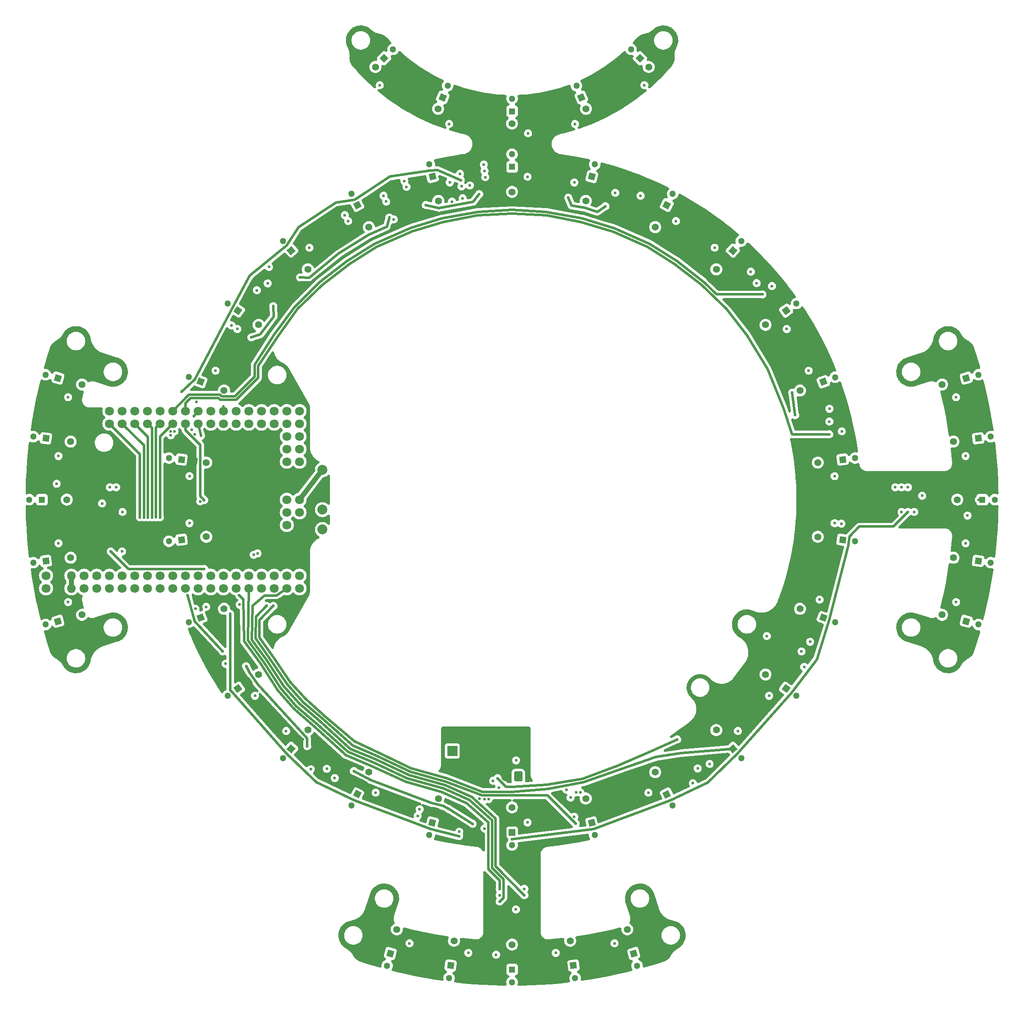
<source format=gbr>
%TF.GenerationSoftware,KiCad,Pcbnew,8.0.1*%
%TF.CreationDate,2025-01-30T00:04:43+09:00*%
%TF.ProjectId,Line-003-20241222,4c696e65-2d30-4303-932d-323032343132,rev?*%
%TF.SameCoordinates,Original*%
%TF.FileFunction,Copper,L1,Top*%
%TF.FilePolarity,Positive*%
%FSLAX46Y46*%
G04 Gerber Fmt 4.6, Leading zero omitted, Abs format (unit mm)*
G04 Created by KiCad (PCBNEW 8.0.1) date 2025-01-30 00:04:43*
%MOMM*%
%LPD*%
G01*
G04 APERTURE LIST*
G04 Aperture macros list*
%AMRoundRect*
0 Rectangle with rounded corners*
0 $1 Rounding radius*
0 $2 $3 $4 $5 $6 $7 $8 $9 X,Y pos of 4 corners*
0 Add a 4 corners polygon primitive as box body*
4,1,4,$2,$3,$4,$5,$6,$7,$8,$9,$2,$3,0*
0 Add four circle primitives for the rounded corners*
1,1,$1+$1,$2,$3*
1,1,$1+$1,$4,$5*
1,1,$1+$1,$6,$7*
1,1,$1+$1,$8,$9*
0 Add four rect primitives between the rounded corners*
20,1,$1+$1,$2,$3,$4,$5,0*
20,1,$1+$1,$4,$5,$6,$7,0*
20,1,$1+$1,$6,$7,$8,$9,0*
20,1,$1+$1,$8,$9,$2,$3,0*%
%AMRotRect*
0 Rectangle, with rotation*
0 The origin of the aperture is its center*
0 $1 length*
0 $2 width*
0 $3 Rotation angle, in degrees counterclockwise*
0 Add horizontal line*
21,1,$1,$2,0,0,$3*%
G04 Aperture macros list end*
%TA.AperFunction,ComponentPad*%
%ADD10R,2.000000X2.000000*%
%TD*%
%TA.AperFunction,ComponentPad*%
%ADD11C,2.000000*%
%TD*%
%TA.AperFunction,SMDPad,CuDef*%
%ADD12C,1.800000*%
%TD*%
%TA.AperFunction,SMDPad,CuDef*%
%ADD13O,1.800000X1.800000*%
%TD*%
%TA.AperFunction,SMDPad,CuDef*%
%ADD14R,1.800000X1.800000*%
%TD*%
%TA.AperFunction,ComponentPad*%
%ADD15RoundRect,0.250000X0.600000X0.750000X-0.600000X0.750000X-0.600000X-0.750000X0.600000X-0.750000X0*%
%TD*%
%TA.AperFunction,ComponentPad*%
%ADD16O,1.700000X2.000000*%
%TD*%
%TA.AperFunction,ComponentPad*%
%ADD17RotRect,1.300000X1.300000X165.000000*%
%TD*%
%TA.AperFunction,ComponentPad*%
%ADD18C,1.300000*%
%TD*%
%TA.AperFunction,ComponentPad*%
%ADD19RotRect,1.300000X1.300000X247.500000*%
%TD*%
%TA.AperFunction,ComponentPad*%
%ADD20RotRect,1.300000X1.300000X195.000000*%
%TD*%
%TA.AperFunction,ComponentPad*%
%ADD21R,1.300000X1.300000*%
%TD*%
%TA.AperFunction,ComponentPad*%
%ADD22RotRect,1.400000X1.400000X353.076000*%
%TD*%
%TA.AperFunction,ComponentPad*%
%ADD23C,1.400000*%
%TD*%
%TA.AperFunction,ComponentPad*%
%ADD24RotRect,1.400000X1.400000X89.998000*%
%TD*%
%TA.AperFunction,ComponentPad*%
%ADD25R,1.400000X1.400000*%
%TD*%
%TA.AperFunction,ComponentPad*%
%ADD26RotRect,1.300000X1.300000X187.500000*%
%TD*%
%TA.AperFunction,ComponentPad*%
%ADD27RotRect,1.400000X1.400000X75.000000*%
%TD*%
%TA.AperFunction,ComponentPad*%
%ADD28RotRect,1.300000X1.300000X225.000000*%
%TD*%
%TA.AperFunction,ComponentPad*%
%ADD29RotRect,1.400000X1.400000X145.382000*%
%TD*%
%TA.AperFunction,ComponentPad*%
%ADD30RotRect,1.400000X1.400000X67.500000*%
%TD*%
%TA.AperFunction,ComponentPad*%
%ADD31RotRect,1.300000X1.300000X311.538000*%
%TD*%
%TA.AperFunction,ComponentPad*%
%ADD32RotRect,1.400000X1.400000X76.152000*%
%TD*%
%TA.AperFunction,ComponentPad*%
%ADD33RotRect,1.400000X1.400000X352.500000*%
%TD*%
%TA.AperFunction,ComponentPad*%
%ADD34RotRect,1.300000X1.300000X345.000000*%
%TD*%
%TA.AperFunction,ComponentPad*%
%ADD35RotRect,1.300000X1.300000X325.384000*%
%TD*%
%TA.AperFunction,ComponentPad*%
%ADD36RotRect,1.400000X1.400000X186.920000*%
%TD*%
%TA.AperFunction,ComponentPad*%
%ADD37RotRect,1.400000X1.400000X62.306000*%
%TD*%
%TA.AperFunction,ComponentPad*%
%ADD38RotRect,1.300000X1.300000X315.000000*%
%TD*%
%TA.AperFunction,ComponentPad*%
%ADD39RotRect,1.400000X1.400000X195.000000*%
%TD*%
%TA.AperFunction,ComponentPad*%
%ADD40RotRect,1.400000X1.400000X112.500000*%
%TD*%
%TA.AperFunction,ComponentPad*%
%ADD41RotRect,1.400000X1.400000X135.000000*%
%TD*%
%TA.AperFunction,ComponentPad*%
%ADD42RotRect,1.400000X1.400000X165.000000*%
%TD*%
%TA.AperFunction,ComponentPad*%
%ADD43RotRect,1.400000X1.400000X159.228000*%
%TD*%
%TA.AperFunction,ComponentPad*%
%ADD44RotRect,1.400000X1.400000X105.000000*%
%TD*%
%TA.AperFunction,ComponentPad*%
%ADD45RotRect,1.400000X1.400000X228.458000*%
%TD*%
%TA.AperFunction,ComponentPad*%
%ADD46RotRect,1.300000X1.300000X15.000000*%
%TD*%
%TA.AperFunction,ComponentPad*%
%ADD47RotRect,1.300000X1.300000X20.768000*%
%TD*%
%TA.AperFunction,ComponentPad*%
%ADD48RotRect,1.300000X1.300000X214.612000*%
%TD*%
%TA.AperFunction,ComponentPad*%
%ADD49RotRect,1.300000X1.300000X283.846000*%
%TD*%
%TA.AperFunction,ComponentPad*%
%ADD50RotRect,1.400000X1.400000X117.690000*%
%TD*%
%TA.AperFunction,ComponentPad*%
%ADD51RotRect,1.300000X1.300000X48.460000*%
%TD*%
%TA.AperFunction,ComponentPad*%
%ADD52RotRect,1.400000X1.400000X173.074000*%
%TD*%
%TA.AperFunction,ComponentPad*%
%ADD53RotRect,1.400000X1.400000X256.150000*%
%TD*%
%TA.AperFunction,ComponentPad*%
%ADD54RotRect,1.400000X1.400000X187.500000*%
%TD*%
%TA.AperFunction,ComponentPad*%
%ADD55RotRect,1.400000X1.400000X20.768000*%
%TD*%
%TA.AperFunction,ComponentPad*%
%ADD56RotRect,1.300000X1.300000X62.306000*%
%TD*%
%TA.AperFunction,ComponentPad*%
%ADD57RotRect,1.300000X1.300000X82.500000*%
%TD*%
%TA.AperFunction,ComponentPad*%
%ADD58RotRect,1.400000X1.400000X6.922000*%
%TD*%
%TA.AperFunction,ComponentPad*%
%ADD59RotRect,1.300000X1.300000X297.692000*%
%TD*%
%TA.AperFunction,ComponentPad*%
%ADD60RotRect,1.300000X1.300000X97.500000*%
%TD*%
%TA.AperFunction,ComponentPad*%
%ADD61RotRect,1.400000X1.400000X45.000000*%
%TD*%
%TA.AperFunction,ComponentPad*%
%ADD62RotRect,1.300000X1.300000X117.690000*%
%TD*%
%TA.AperFunction,ComponentPad*%
%ADD63RotRect,1.300000X1.300000X34.614000*%
%TD*%
%TA.AperFunction,ComponentPad*%
%ADD64RotRect,1.400000X1.400000X200.766000*%
%TD*%
%TA.AperFunction,ComponentPad*%
%ADD65RotRect,1.400000X1.400000X131.536000*%
%TD*%
%TA.AperFunction,ComponentPad*%
%ADD66RotRect,1.300000X1.300000X75.000000*%
%TD*%
%TA.AperFunction,ComponentPad*%
%ADD67RotRect,1.400000X1.400000X339.230000*%
%TD*%
%TA.AperFunction,ComponentPad*%
%ADD68RotRect,1.300000X1.300000X186.920000*%
%TD*%
%TA.AperFunction,ComponentPad*%
%ADD69RotRect,1.400000X1.400000X7.500000*%
%TD*%
%TA.AperFunction,ComponentPad*%
%ADD70RotRect,1.300000X1.300000X352.500000*%
%TD*%
%TA.AperFunction,ComponentPad*%
%ADD71RotRect,1.300000X1.300000X89.998000*%
%TD*%
%TA.AperFunction,ComponentPad*%
%ADD72RotRect,1.400000X1.400000X48.460000*%
%TD*%
%TA.AperFunction,ComponentPad*%
%ADD73RotRect,1.300000X1.300000X242.304000*%
%TD*%
%TA.AperFunction,ComponentPad*%
%ADD74RotRect,1.400000X1.400000X345.000000*%
%TD*%
%TA.AperFunction,ComponentPad*%
%ADD75RotRect,1.400000X1.400000X214.612000*%
%TD*%
%TA.AperFunction,ComponentPad*%
%ADD76RotRect,1.300000X1.300000X228.458000*%
%TD*%
%TA.AperFunction,ComponentPad*%
%ADD77RotRect,1.300000X1.300000X103.844000*%
%TD*%
%TA.AperFunction,ComponentPad*%
%ADD78RotRect,1.300000X1.300000X105.000000*%
%TD*%
%TA.AperFunction,ComponentPad*%
%ADD79RotRect,1.300000X1.300000X200.766000*%
%TD*%
%TA.AperFunction,ComponentPad*%
%ADD80RotRect,1.300000X1.300000X159.228000*%
%TD*%
%TA.AperFunction,ComponentPad*%
%ADD81RotRect,1.400000X1.400000X283.846000*%
%TD*%
%TA.AperFunction,ComponentPad*%
%ADD82RotRect,1.400000X1.400000X34.614000*%
%TD*%
%TA.AperFunction,ComponentPad*%
%ADD83RotRect,1.300000X1.300000X172.500000*%
%TD*%
%TA.AperFunction,ComponentPad*%
%ADD84RotRect,1.300000X1.300000X173.074000*%
%TD*%
%TA.AperFunction,ComponentPad*%
%ADD85RotRect,1.300000X1.300000X145.382000*%
%TD*%
%TA.AperFunction,ComponentPad*%
%ADD86RotRect,1.400000X1.400000X97.500000*%
%TD*%
%TA.AperFunction,ComponentPad*%
%ADD87RotRect,1.400000X1.400000X311.538000*%
%TD*%
%TA.AperFunction,ComponentPad*%
%ADD88RotRect,1.300000X1.300000X131.536000*%
%TD*%
%TA.AperFunction,ComponentPad*%
%ADD89RotRect,1.300000X1.300000X353.076000*%
%TD*%
%TA.AperFunction,ComponentPad*%
%ADD90RotRect,1.300000X1.300000X7.500000*%
%TD*%
%TA.AperFunction,ComponentPad*%
%ADD91RotRect,1.300000X1.300000X339.230000*%
%TD*%
%TA.AperFunction,ComponentPad*%
%ADD92RotRect,1.400000X1.400000X15.000000*%
%TD*%
%TA.AperFunction,ComponentPad*%
%ADD93RotRect,1.400000X1.400000X297.692000*%
%TD*%
%TA.AperFunction,ComponentPad*%
%ADD94RotRect,1.300000X1.300000X292.500000*%
%TD*%
%TA.AperFunction,ComponentPad*%
%ADD95RotRect,1.400000X1.400000X172.500000*%
%TD*%
%TA.AperFunction,ComponentPad*%
%ADD96RotRect,1.300000X1.300000X256.150000*%
%TD*%
%TA.AperFunction,ComponentPad*%
%ADD97RotRect,1.300000X1.300000X76.152000*%
%TD*%
%TA.AperFunction,ComponentPad*%
%ADD98RotRect,1.400000X1.400000X82.500000*%
%TD*%
%TA.AperFunction,ComponentPad*%
%ADD99RotRect,1.400000X1.400000X103.844000*%
%TD*%
%TA.AperFunction,ComponentPad*%
%ADD100RotRect,1.300000X1.300000X6.922000*%
%TD*%
%TA.AperFunction,ComponentPad*%
%ADD101RotRect,1.400000X1.400000X325.384000*%
%TD*%
%TA.AperFunction,ComponentPad*%
%ADD102RotRect,1.400000X1.400000X242.304000*%
%TD*%
%TA.AperFunction,ViaPad*%
%ADD103C,0.600000*%
%TD*%
%TA.AperFunction,Conductor*%
%ADD104C,1.000000*%
%TD*%
%TA.AperFunction,Conductor*%
%ADD105C,0.500000*%
%TD*%
G04 APERTURE END LIST*
D10*
%TO.P,C20,1*%
%TO.N,+5V*%
X-11967677Y-50400000D03*
D11*
%TO.P,C20,2*%
%TO.N,GND*%
X-6967677Y-50400000D03*
%TD*%
D12*
%TO.P,U62,3V3,3V3*%
%TO.N,unconnected-(U62-Pad3V3)*%
X-85777521Y-15240879D03*
%TO.N,unconnected-(U62-Pad3V3)_0*%
X-85777521Y-17780879D03*
D13*
%TO.P,U62,5V,5V*%
%TO.N,+5V*%
X-88317521Y-15240879D03*
X-88317521Y-17780879D03*
D12*
X-42597521Y-879D03*
%TO.P,U62,A0,A0*%
%TO.N,Line-L*%
X-80697521Y17779121D03*
%TO.P,U62,A1,A1*%
%TO.N,Line09*%
X-80697521Y15239121D03*
%TO.P,U62,A2,A2*%
%TO.N,Line05*%
X-78157521Y17779121D03*
%TO.P,U62,A3,A3*%
%TO.N,Line11*%
X-78157521Y15239121D03*
%TO.P,U62,A4,A4*%
%TO.N,Line03*%
X-75617521Y17779121D03*
%TO.P,U62,A5,A5*%
%TO.N,Line13*%
X-75617521Y15239121D03*
%TO.P,U62,A6,A6*%
%TO.N,Line01*%
X-73077521Y17779121D03*
%TO.P,U62,A7,A7*%
%TO.N,Line-B*%
X-73077521Y15239121D03*
%TO.P,U62,A8,A8*%
%TO.N,Line-F*%
X-70537521Y17779121D03*
%TO.P,U62,A9,A9*%
%TO.N,Line15*%
X-70537521Y15239121D03*
%TO.P,U62,A10,A10*%
%TO.N,Line23*%
X-67997521Y17779121D03*
%TO.P,U62,A11,A11*%
%TO.N,Line17*%
X-67997521Y15239121D03*
%TO.P,U62,A12,A12*%
%TO.N,Line21*%
X-65457521Y17779121D03*
%TO.P,U62,A13,A13*%
%TO.N,Line19*%
X-65457521Y15239121D03*
%TO.P,U62,A14,A14*%
%TO.N,Line-R*%
X-62917521Y17779121D03*
%TO.P,U62,A15,A15*%
%TO.N,Line07*%
X-62917521Y15239121D03*
%TO.P,U62,AREF,AREF*%
%TO.N,unconnected-(U62-PadAREF)*%
X-83237521Y-15240879D03*
%TO.P,U62,D2,D2*%
%TO.N,PWM*%
X-78157521Y-15240879D03*
%TO.P,U62,D3,D3*%
%TO.N,PWM2*%
X-78157521Y-17780879D03*
%TO.P,U62,D4,D4*%
%TO.N,08*%
X-75617521Y-15240879D03*
%TO.P,U62,D5,D5*%
%TO.N,L*%
X-75617521Y-17780879D03*
%TO.P,U62,D6,D6*%
%TO.N,unconnected-(U62-PadD6)*%
X-73077521Y-15240879D03*
%TO.P,U62,D7,D7*%
%TO.N,unconnected-(U62-PadD7)*%
X-73077521Y-17780879D03*
%TO.P,U62,D8,D8*%
%TO.N,unconnected-(U62-PadD8)*%
X-70537521Y-15240879D03*
%TO.P,U62,D9,D9*%
%TO.N,unconnected-(U62-PadD9)*%
X-70537521Y-17780879D03*
%TO.P,U62,D10,D10*%
%TO.N,unconnected-(U62-PadD10)*%
X-67997521Y-15240879D03*
%TO.P,U62,D11,D11*%
%TO.N,unconnected-(U62-PadD11)*%
X-67997521Y-17780879D03*
%TO.P,U62,D12,D12*%
%TO.N,09*%
X-65457521Y-15240879D03*
%TO.P,U62,D13,D13*%
%TO.N,LED_BUILTIN*%
X-65457521Y-17780879D03*
%TO.P,U62,D14,D14*%
%TO.N,10*%
X-62917521Y-15240879D03*
%TO.P,U62,D15,D15*%
%TO.N,11*%
X-62917521Y-17780879D03*
%TO.P,U62,D16,D16*%
%TO.N,12*%
X-60377521Y-15240879D03*
%TO.P,U62,D17,D17*%
%TO.N,13*%
X-60377521Y-17780879D03*
%TO.P,U62,D18,D18*%
%TO.N,TX*%
X-57837521Y-15240879D03*
%TO.P,U62,D19,D19*%
%TO.N,RX*%
X-57837521Y-17780879D03*
%TO.P,U62,D20,D20*%
%TO.N,unconnected-(U62-PadD20)*%
X-55297521Y-15240879D03*
%TO.P,U62,D21,D21*%
%TO.N,unconnected-(U62-PadD21)*%
X-55297521Y-17780879D03*
%TO.P,U62,D22,D22*%
%TO.N,14*%
X-52757521Y-15240879D03*
%TO.P,U62,D23,D23*%
%TO.N,B*%
X-52757521Y-17780879D03*
%TO.P,U62,D24,D24*%
%TO.N,16*%
X-50217521Y-15240879D03*
%TO.P,U62,D25,D25*%
%TO.N,17*%
X-50217521Y-17780879D03*
%TO.P,U62,D26,D26*%
%TO.N,18*%
X-47677521Y-15240879D03*
%TO.P,U62,D27,D27*%
%TO.N,19*%
X-47677521Y-17780879D03*
%TO.P,U62,D28,D28*%
%TO.N,unconnected-(U62-PadD28)*%
X-45137521Y-15240879D03*
%TO.P,U62,D29,D29*%
%TO.N,15*%
X-45137521Y-17780879D03*
%TO.P,U62,D30,D30*%
%TO.N,unconnected-(U62-PadD30)*%
X-42597521Y-15240879D03*
%TO.P,U62,D31,D31*%
%TO.N,unconnected-(U62-PadD31)*%
X-42597521Y-17780879D03*
%TO.P,U62,D32,D32*%
%TO.N,01*%
X-60377521Y17779121D03*
%TO.P,U62,D33,D33*%
%TO.N,06*%
X-60377521Y15239121D03*
%TO.P,U62,D34,D34*%
%TO.N,02*%
X-57837521Y17779121D03*
%TO.P,U62,D35,D35*%
%TO.N,unconnected-(U62-PadD35)*%
X-57837521Y15239121D03*
%TO.P,U62,D36,D36*%
%TO.N,05*%
X-55297521Y17779121D03*
%TO.P,U62,D37,D37*%
%TO.N,04*%
X-55297521Y15239121D03*
%TO.P,U62,D38,D38*%
%TO.N,03*%
X-52757521Y17779121D03*
%TO.P,U62,D39,D39*%
%TO.N,07*%
X-52757521Y15239121D03*
%TO.P,U62,D40,D40*%
%TO.N,R*%
X-50217521Y17779121D03*
%TO.P,U62,D41,D41*%
%TO.N,24*%
X-50217521Y15239121D03*
%TO.P,U62,D42,D42*%
%TO.N,20*%
X-47677521Y17779121D03*
%TO.P,U62,D43,D43*%
%TO.N,23*%
X-47677521Y15239121D03*
%TO.P,U62,D44,D44*%
%TO.N,22*%
X-45137521Y17779121D03*
%TO.P,U62,D45,D45*%
%TO.N,21*%
X-45137521Y15239121D03*
%TO.P,U62,D46,D46*%
%TO.N,F*%
X-42597521Y17779121D03*
%TO.P,U62,D47,D47*%
%TO.N,26*%
X-42597521Y15239121D03*
%TO.P,U62,D48,D48*%
%TO.N,25*%
X-42597521Y12699121D03*
%TO.P,U62,D49,D49*%
%TO.N,unconnected-(U62-PadD49)*%
X-45137521Y12699121D03*
%TO.P,U62,D50,D50*%
%TO.N,unconnected-(U62-PadD50)*%
X-42597521Y10159121D03*
%TO.P,U62,D51,D51*%
%TO.N,unconnected-(U62-PadD51)*%
X-45137521Y10159121D03*
%TO.P,U62,D52,D52*%
%TO.N,unconnected-(U62-PadD52)*%
X-42597521Y7619121D03*
%TO.P,U62,D53,D53*%
%TO.N,unconnected-(U62-PadD53)*%
X-45137521Y7619121D03*
D14*
%TO.P,U62,GND,GND*%
%TO.N,GND*%
X-90857521Y-15240879D03*
X-90857521Y-17780879D03*
X-42597521Y-5080879D03*
D12*
%TO.P,U62,MISO,MISO*%
%TO.N,unconnected-(U62-PadMISO)*%
X-45137521Y-879D03*
%TO.P,U62,MOSI,MOSI*%
%TO.N,unconnected-(U62-PadMOSI)*%
X-42597521Y-2540879D03*
%TO.P,U62,RESET,RESET*%
%TO.N,unconnected-(U62-PadRESET)*%
X-45137521Y-5080879D03*
%TO.P,U62,RST,RST*%
%TO.N,RESET*%
X-83237521Y-17780879D03*
%TO.P,U62,RX,RX*%
%TO.N,unconnected-(U62-PadRX)*%
X-80697521Y-15240879D03*
%TO.P,U62,SCK,SCK*%
%TO.N,unconnected-(U62-PadSCK)*%
X-45137521Y-2540879D03*
%TO.P,U62,TX,TX*%
%TO.N,unconnected-(U62-PadTX)*%
X-80697521Y-17780879D03*
%TO.P,U62,VIN,VIN*%
%TO.N,unconnected-(U62-PadVIN)*%
X-93397521Y-15240879D03*
%TO.N,unconnected-(U62-PadVIN)_0*%
X-93397521Y-17780879D03*
%TD*%
D15*
%TO.P,J1,1,Pin_1*%
%TO.N,+5V*%
X1250000Y-55500000D03*
D16*
%TO.P,J1,2,Pin_2*%
%TO.N,GND*%
X-1250000Y-55500000D03*
%TD*%
D11*
%TO.P,J2,1,Pin_1*%
%TO.N,+5V*%
X-37997528Y5999123D03*
%TO.P,J2,2,Pin_2*%
%TO.N,GND*%
X-37997528Y1999123D03*
%TO.P,J2,3,Pin_3*%
%TO.N,Net-(J2-Pin_3)*%
X-37997528Y-2000877D03*
%TO.P,J2,4,Pin_4*%
%TO.N,Net-(J2-Pin_4)*%
X-37997528Y-6000877D03*
%TD*%
D17*
%TO.P,U42,1,Emitter*%
%TO.N,Line-R*%
X91021644Y-24389396D03*
D18*
%TO.P,U42,2,Collector*%
%TO.N,+5V*%
X93475096Y-25046796D03*
%TD*%
D19*
%TO.P,U30,1,Emitter*%
%TO.N,Line-F*%
X-13877473Y80661453D03*
D18*
%TO.P,U30,2,Collector*%
%TO.N,+5V*%
X-12905457Y83008107D03*
%TD*%
D20*
%TO.P,U46,1,Emitter*%
%TO.N,Line-R*%
X91021644Y24387642D03*
D18*
%TO.P,U46,2,Collector*%
%TO.N,+5V*%
X93475096Y25045042D03*
%TD*%
D21*
%TO.P,U34,1,Emitter*%
%TO.N,Line-L*%
X-94228664Y-876D03*
D18*
%TO.P,U34,2,Collector*%
%TO.N,+5V*%
X-96768664Y-876D03*
%TD*%
D22*
%TO.P,D7,1,K*%
%TO.N,GND*%
X-63798795Y7747041D03*
D23*
%TO.P,D7,2,A*%
%TO.N,Net-(D7-A)*%
X-61277319Y7440837D03*
%TD*%
D24*
%TO.P,D14,1,K*%
%TO.N,GND*%
X236Y-64270878D03*
D23*
%TO.P,D14,2,A*%
%TO.N,Net-(D14-A)*%
X324Y-61730878D03*
%TD*%
D25*
%TO.P,D39,1,K*%
%TO.N,GND*%
X2454Y-91770877D03*
D23*
%TO.P,D39,2,A*%
%TO.N,Net-(D39-A)*%
X2454Y-89230877D03*
%TD*%
D26*
%TO.P,U45,1,Emitter*%
%TO.N,Line-R*%
X93426303Y12298607D03*
D18*
%TO.P,U45,2,Collector*%
%TO.N,+5V*%
X95944573Y12630143D03*
%TD*%
D25*
%TO.P,D44,1,K*%
%TO.N,GND*%
X91772454Y-877D03*
D23*
%TO.P,D44,2,A*%
%TO.N,Net-(D44-A)*%
X89232454Y-877D03*
%TD*%
D27*
%TO.P,D37,1,K*%
%TO.N,GND*%
X-23749370Y-88643890D03*
D23*
%TO.P,D37,2,A*%
%TO.N,Net-(D37-A)*%
X-23091970Y-86190438D03*
%TD*%
D28*
%TO.P,U31,1,Emitter*%
%TO.N,Line-F*%
X-25644309Y88523801D03*
D18*
%TO.P,U31,2,Collector*%
%TO.N,+5V*%
X-23848257Y90319853D03*
%TD*%
D25*
%TO.P,D34,1,K*%
%TO.N,GND*%
X-91768664Y-876D03*
D23*
%TO.P,D34,2,A*%
%TO.N,Net-(D34-A)*%
X-89228664Y-876D03*
%TD*%
D29*
%TO.P,D18,1,K*%
%TO.N,GND*%
X52893985Y-36512814D03*
D23*
%TO.P,D18,2,A*%
%TO.N,Net-(D18-A)*%
X50803671Y-35069834D03*
%TD*%
D30*
%TO.P,D30,1,K*%
%TO.N,GND*%
X-15790891Y76042055D03*
D23*
%TO.P,D30,2,A*%
%TO.N,Net-(D30-A)*%
X-14818875Y78388709D03*
%TD*%
D31*
%TO.P,U4,1,Emitter*%
%TO.N,Line04*%
X-44247293Y49947600D03*
D18*
%TO.P,U4,2,Collector*%
%TO.N,+5V*%
X-45931609Y51848830D03*
%TD*%
D32*
%TO.P,D13,1,K*%
%TO.N,GND*%
X-15380349Y-62402813D03*
D23*
%TO.P,D13,2,A*%
%TO.N,Net-(D13-A)*%
X-14772407Y-59936641D03*
%TD*%
D33*
%TO.P,D33,1,K*%
%TO.N,GND*%
X-90982441Y11977512D03*
D23*
%TO.P,D33,2,A*%
%TO.N,Net-(D33-A)*%
X-88464171Y11645976D03*
%TD*%
D34*
%TO.P,U32,1,Emitter*%
%TO.N,Line-L*%
X-91016736Y24387642D03*
D18*
%TO.P,U32,2,Collector*%
%TO.N,+5V*%
X-93470188Y25045042D03*
%TD*%
D35*
%TO.P,U5,1,Emitter*%
%TO.N,Line05*%
X-54914826Y37906671D03*
D18*
%TO.P,U5,2,Collector*%
%TO.N,+5V*%
X-57005190Y39349577D03*
%TD*%
D36*
%TO.P,D21,1,K*%
%TO.N,GND*%
X63804293Y7742587D03*
D23*
%TO.P,D21,2,A*%
%TO.N,Net-(D21-A)*%
X61282797Y7436559D03*
%TD*%
D37*
%TO.P,D12,1,K*%
%TO.N,GND*%
X-29866960Y-56908255D03*
D23*
%TO.P,D12,2,A*%
%TO.N,Net-(D12-A)*%
X-28686496Y-54659231D03*
%TD*%
D38*
%TO.P,U27,1,Emitter*%
%TO.N,Line-F*%
X25649217Y88523801D03*
D18*
%TO.P,U27,2,Collector*%
%TO.N,+5V*%
X23853165Y90319853D03*
%TD*%
D39*
%TO.P,D46,1,K*%
%TO.N,GND*%
X88645467Y23750947D03*
D23*
%TO.P,D46,2,A*%
%TO.N,Net-(D46-A)*%
X86192015Y23093547D03*
%TD*%
D40*
%TO.P,D28,1,K*%
%TO.N,GND*%
X15795800Y76042055D03*
D23*
%TO.P,D28,2,A*%
%TO.N,Net-(D28-A)*%
X14823784Y78388709D03*
%TD*%
D41*
%TO.P,D27,1,K*%
%TO.N,GND*%
X29184751Y84988267D03*
D23*
%TO.P,D27,2,A*%
%TO.N,Net-(D27-A)*%
X27388699Y86784319D03*
%TD*%
D42*
%TO.P,D42,1,K*%
%TO.N,GND*%
X88645467Y-23752701D03*
D23*
%TO.P,D42,2,A*%
%TO.N,Net-(D42-A)*%
X86192015Y-23095301D03*
%TD*%
D43*
%TO.P,D19,1,K*%
%TO.N,GND*%
X60094871Y-22794239D03*
D23*
%TO.P,D19,2,A*%
%TO.N,Net-(D19-A)*%
X57719973Y-21893427D03*
%TD*%
D44*
%TO.P,D41,1,K*%
%TO.N,GND*%
X23754278Y-88643890D03*
D23*
%TO.P,D41,2,A*%
%TO.N,Net-(D41-A)*%
X23096878Y-86190438D03*
%TD*%
D45*
%TO.P,D24,1,K*%
%TO.N,GND*%
X42624342Y48103275D03*
D23*
%TO.P,D24,2,A*%
%TO.N,Net-(D24-A)*%
X40939894Y46202161D03*
%TD*%
D46*
%TO.P,U36,1,Emitter*%
%TO.N,Line-L*%
X-91016737Y-24389396D03*
D18*
%TO.P,U36,2,Collector*%
%TO.N,+5V*%
X-93470189Y-25046796D03*
%TD*%
D47*
%TO.P,U9,1,Emitter*%
%TO.N,Line09*%
X-62391663Y-23662322D03*
D18*
%TO.P,U9,2,Collector*%
%TO.N,+5V*%
X-64766623Y-24562968D03*
%TD*%
D48*
%TO.P,U23,1,Emitter*%
%TO.N,Line23*%
X54922431Y37902837D03*
D18*
%TO.P,U23,2,Collector*%
%TO.N,+5V*%
X57012895Y39345597D03*
%TD*%
D49*
%TO.P,U2,1,Emitter*%
%TO.N,Line02*%
X-15966880Y64790111D03*
D18*
%TO.P,U2,2,Collector*%
%TO.N,+5V*%
X-16574736Y67256305D03*
%TD*%
D50*
%TO.P,D16,1,K*%
%TO.N,GND*%
X29867945Y-56910340D03*
D23*
%TO.P,D16,2,A*%
%TO.N,Net-(D16-A)*%
X28687639Y-54661234D03*
%TD*%
D21*
%TO.P,U1,1,Emitter*%
%TO.N,Line01*%
X2479Y66729121D03*
D18*
%TO.P,U1,2,Collector*%
%TO.N,+5V*%
X2479Y69269121D03*
%TD*%
D51*
%TO.P,U11,1,Emitter*%
%TO.N,Line11*%
X-44249037Y-49947813D03*
D18*
%TO.P,U11,2,Collector*%
%TO.N,+5V*%
X-45933419Y-51848985D03*
%TD*%
D52*
%TO.P,D20,1,K*%
%TO.N,GND*%
X63803482Y-7751026D03*
D23*
%TO.P,D20,2,A*%
%TO.N,Net-(D20-A)*%
X61282018Y-7444734D03*
%TD*%
D53*
%TO.P,D26,1,K*%
%TO.N,GND*%
X15387485Y62400519D03*
D23*
%TO.P,D26,2,A*%
%TO.N,Net-(D26-A)*%
X14779457Y59934367D03*
%TD*%
D54*
%TO.P,D45,1,K*%
%TO.N,GND*%
X90987348Y11977512D03*
D23*
%TO.P,D45,2,A*%
%TO.N,Net-(D45-A)*%
X88469078Y11645976D03*
%TD*%
D55*
%TO.P,D9,1,K*%
%TO.N,GND*%
X-60091504Y-22790044D03*
D23*
%TO.P,D9,2,A*%
%TO.N,Net-(D9-A)*%
X-57716544Y-21889398D03*
%TD*%
D56*
%TO.P,U12,1,Emitter*%
%TO.N,Line12*%
X-31010243Y-59086443D03*
D18*
%TO.P,U12,2,Collector*%
%TO.N,+5V*%
X-32190707Y-61335467D03*
%TD*%
D57*
%TO.P,U38,1,Emitter*%
%TO.N,Line-B*%
X-12297029Y-93424726D03*
D18*
%TO.P,U38,2,Collector*%
%TO.N,+5V*%
X-12628565Y-95942996D03*
%TD*%
D58*
%TO.P,D8,1,K*%
%TO.N,GND*%
X-63799065Y-7746572D03*
D23*
%TO.P,D8,2,A*%
%TO.N,Net-(D8-A)*%
X-61277579Y-7440456D03*
%TD*%
D59*
%TO.P,U3,1,Emitter*%
%TO.N,Line03*%
X-31008181Y59085768D03*
D18*
%TO.P,U3,2,Collector*%
%TO.N,+5V*%
X-32188565Y61334832D03*
%TD*%
D60*
%TO.P,U40,1,Emitter*%
%TO.N,Line-B*%
X12301938Y-93424726D03*
D18*
%TO.P,U40,2,Collector*%
%TO.N,+5V*%
X12633474Y-95942996D03*
%TD*%
D61*
%TO.P,D31,1,K*%
%TO.N,GND*%
X-29179843Y84988267D03*
D23*
%TO.P,D31,2,A*%
%TO.N,Net-(D31-A)*%
X-27383791Y86784319D03*
%TD*%
D62*
%TO.P,U16,1,Emitter*%
%TO.N,Line16*%
X31011076Y-59088608D03*
D18*
%TO.P,U16,2,Collector*%
%TO.N,+5V*%
X32191382Y-61337714D03*
%TD*%
D63*
%TO.P,U10,1,Emitter*%
%TO.N,Line10*%
X-54916150Y-37906512D03*
D18*
%TO.P,U10,2,Collector*%
%TO.N,+5V*%
X-57006564Y-39349346D03*
%TD*%
D64*
%TO.P,D22,1,K*%
%TO.N,GND*%
X60097257Y22786188D03*
D23*
%TO.P,D22,2,A*%
%TO.N,Net-(D22-A)*%
X57722265Y21885626D03*
%TD*%
D65*
%TO.P,D17,1,K*%
%TO.N,GND*%
X42619305Y-48109495D03*
D23*
%TO.P,D17,2,A*%
%TO.N,Net-(D17-A)*%
X40935055Y-46208205D03*
%TD*%
D66*
%TO.P,U37,1,Emitter*%
%TO.N,Line-B*%
X-24386065Y-91020067D03*
D18*
%TO.P,U37,2,Collector*%
%TO.N,+5V*%
X-25043465Y-93473519D03*
%TD*%
D67*
%TO.P,D6,1,K*%
%TO.N,GND*%
X-60090709Y22790383D03*
D23*
%TO.P,D6,2,A*%
%TO.N,Net-(D6-A)*%
X-57715779Y21889655D03*
%TD*%
D68*
%TO.P,U21,1,Emitter*%
%TO.N,Line21*%
X66246374Y8038976D03*
D18*
%TO.P,U21,2,Collector*%
%TO.N,+5V*%
X68767870Y8345004D03*
%TD*%
D69*
%TO.P,D35,1,K*%
%TO.N,GND*%
X-90982441Y-11979265D03*
D23*
%TO.P,D35,2,A*%
%TO.N,Net-(D35-A)*%
X-88464171Y-11647729D03*
%TD*%
D70*
%TO.P,U33,1,Emitter*%
%TO.N,Line-L*%
X-93421396Y12298607D03*
D18*
%TO.P,U33,2,Collector*%
%TO.N,+5V*%
X-95939666Y12630143D03*
%TD*%
D25*
%TO.P,D29,1,K*%
%TO.N,GND*%
X2455Y72900564D03*
D23*
%TO.P,D29,2,A*%
%TO.N,Net-(D29-A)*%
X2455Y75440564D03*
%TD*%
D71*
%TO.P,U14,1,Emitter*%
%TO.N,Line14*%
X150Y-66730878D03*
D18*
%TO.P,U14,2,Collector*%
%TO.N,+5V*%
X62Y-69270878D03*
%TD*%
D72*
%TO.P,D11,1,K*%
%TO.N,GND*%
X-42617705Y-48106520D03*
D23*
%TO.P,D11,2,A*%
%TO.N,Net-(D11-A)*%
X-40933323Y-46205348D03*
%TD*%
D73*
%TO.P,U25,1,Emitter*%
%TO.N,Line25*%
X31017263Y59083603D03*
D18*
%TO.P,U25,2,Collector*%
%TO.N,+5V*%
X32197805Y61332585D03*
%TD*%
D74*
%TO.P,D32,1,K*%
%TO.N,GND*%
X-88640559Y23750947D03*
D23*
%TO.P,D32,2,A*%
%TO.N,Net-(D32-A)*%
X-86187107Y23093547D03*
%TD*%
D21*
%TO.P,U29,1,Emitter*%
%TO.N,Line-F*%
X2455Y77900564D03*
D18*
%TO.P,U29,2,Collector*%
%TO.N,+5V*%
X2455Y80440564D03*
%TD*%
D75*
%TO.P,D23,1,K*%
%TO.N,GND*%
X52897808Y36505517D03*
D23*
%TO.P,D23,2,A*%
%TO.N,Net-(D23-A)*%
X50807344Y35062757D03*
%TD*%
D76*
%TO.P,U24,1,Emitter*%
%TO.N,Line24*%
X44255739Y49944509D03*
D18*
%TO.P,U24,2,Collector*%
%TO.N,+5V*%
X45940187Y51845623D03*
%TD*%
D77*
%TO.P,U15,1,Emitter*%
%TO.N,Line15*%
X15969577Y-64792425D03*
D18*
%TO.P,U15,2,Collector*%
%TO.N,+5V*%
X16577347Y-67258643D03*
%TD*%
D78*
%TO.P,U41,1,Emitter*%
%TO.N,Line-B*%
X24390973Y-91020067D03*
D18*
%TO.P,U41,2,Collector*%
%TO.N,+5V*%
X25048373Y-93473519D03*
%TD*%
D79*
%TO.P,U22,1,Emitter*%
%TO.N,Line22*%
X62397447Y23658387D03*
D18*
%TO.P,U22,2,Collector*%
%TO.N,+5V*%
X64772439Y24558949D03*
%TD*%
D80*
%TO.P,U19,1,Emitter*%
%TO.N,Line19*%
X62394968Y-23666678D03*
D18*
%TO.P,U19,2,Collector*%
%TO.N,+5V*%
X64769866Y-24567490D03*
%TD*%
D81*
%TO.P,D2,1,K*%
%TO.N,GND*%
X-15378171Y62401592D03*
D23*
%TO.P,D2,2,A*%
%TO.N,Net-(D2-A)*%
X-14770315Y59935398D03*
%TD*%
D82*
%TO.P,D10,1,K*%
%TO.N,GND*%
X-52891576Y-36509122D03*
D23*
%TO.P,D10,2,A*%
%TO.N,Net-(D10-A)*%
X-50801162Y-35066288D03*
%TD*%
D83*
%TO.P,U43,1,Emitter*%
%TO.N,Line-R*%
X93426303Y-12300360D03*
D18*
%TO.P,U43,2,Collector*%
%TO.N,+5V*%
X95944573Y-12631896D03*
%TD*%
D84*
%TO.P,U20,1,Emitter*%
%TO.N,Line20*%
X66245532Y-8047671D03*
D18*
%TO.P,U20,2,Collector*%
%TO.N,+5V*%
X68766996Y-8353963D03*
%TD*%
D25*
%TO.P,D1,1,K*%
%TO.N,GND*%
X2479Y64269121D03*
D23*
%TO.P,D1,2,A*%
%TO.N,Net-(D1-A)*%
X2479Y61729121D03*
%TD*%
D85*
%TO.P,U18,1,Emitter*%
%TO.N,Line18*%
X54918461Y-37910346D03*
D18*
%TO.P,U18,2,Collector*%
%TO.N,+5V*%
X57008775Y-39353326D03*
%TD*%
D86*
%TO.P,D40,1,K*%
%TO.N,GND*%
X11980843Y-90985771D03*
D23*
%TO.P,D40,2,A*%
%TO.N,Net-(D40-A)*%
X11649307Y-88467501D03*
%TD*%
D87*
%TO.P,D4,1,K*%
%TO.N,GND*%
X-42616026Y48106249D03*
D23*
%TO.P,D4,2,A*%
%TO.N,Net-(D4-A)*%
X-40931710Y46205019D03*
%TD*%
D88*
%TO.P,U17,1,Emitter*%
%TO.N,Line17*%
X44250508Y-49950902D03*
D18*
%TO.P,U17,2,Collector*%
%TO.N,+5V*%
X45934758Y-51852192D03*
%TD*%
D21*
%TO.P,U39,1,Emitter*%
%TO.N,Line-B*%
X2454Y-94230877D03*
D18*
%TO.P,U39,2,Collector*%
%TO.N,+5V*%
X2454Y-96770877D03*
%TD*%
D89*
%TO.P,U7,1,Emitter*%
%TO.N,Line07*%
X-66240854Y8043600D03*
D18*
%TO.P,U7,2,Collector*%
%TO.N,+5V*%
X-68762330Y8349804D03*
%TD*%
D90*
%TO.P,U35,1,Emitter*%
%TO.N,Line-L*%
X-93421396Y-12300359D03*
D18*
%TO.P,U35,2,Collector*%
%TO.N,+5V*%
X-95939666Y-12631895D03*
%TD*%
D91*
%TO.P,U6,1,Emitter*%
%TO.N,Line06*%
X-62390836Y23662742D03*
D18*
%TO.P,U6,2,Collector*%
%TO.N,+5V*%
X-64765766Y24563470D03*
%TD*%
D92*
%TO.P,D36,1,K*%
%TO.N,GND*%
X-88640560Y-23752700D03*
D23*
%TO.P,D36,2,A*%
%TO.N,Net-(D36-A)*%
X-86187108Y-23095300D03*
%TD*%
D93*
%TO.P,D3,1,K*%
%TO.N,GND*%
X-29864973Y56907539D03*
D23*
%TO.P,D3,2,A*%
%TO.N,Net-(D3-A)*%
X-28684589Y54658475D03*
%TD*%
D94*
%TO.P,U28,1,Emitter*%
%TO.N,Line-F*%
X13882382Y80661453D03*
D18*
%TO.P,U28,2,Collector*%
%TO.N,+5V*%
X12910366Y83008107D03*
%TD*%
D95*
%TO.P,D43,1,K*%
%TO.N,GND*%
X90987348Y-11979265D03*
D23*
%TO.P,D43,2,A*%
%TO.N,Net-(D43-A)*%
X88469078Y-11647729D03*
%TD*%
D96*
%TO.P,U26,1,Emitter*%
%TO.N,Line26*%
X15976362Y64788996D03*
D18*
%TO.P,U26,2,Collector*%
%TO.N,+5V*%
X16584390Y67255148D03*
%TD*%
D97*
%TO.P,U13,1,Emitter*%
%TO.N,Line13*%
X-15969142Y-64791312D03*
D18*
%TO.P,U13,2,Collector*%
%TO.N,+5V*%
X-16577084Y-67257484D03*
%TD*%
D98*
%TO.P,D38,1,K*%
%TO.N,GND*%
X-11975934Y-90985771D03*
D23*
%TO.P,D38,2,A*%
%TO.N,Net-(D38-A)*%
X-11644398Y-88467501D03*
%TD*%
D99*
%TO.P,D15,1,K*%
%TO.N,GND*%
X15380951Y-62403889D03*
D23*
%TO.P,D15,2,A*%
%TO.N,Net-(D15-A)*%
X14773181Y-59937671D03*
%TD*%
D100*
%TO.P,U8,1,Emitter*%
%TO.N,Line08*%
X-66241135Y-8043046D03*
D18*
%TO.P,U8,2,Collector*%
%TO.N,+5V*%
X-68762621Y-8349162D03*
%TD*%
D101*
%TO.P,D5,1,K*%
%TO.N,GND*%
X-52890302Y36509209D03*
D23*
%TO.P,D5,2,A*%
%TO.N,Net-(D5-A)*%
X-50799938Y35066303D03*
%TD*%
D102*
%TO.P,D25,1,K*%
%TO.N,GND*%
X29873904Y56905454D03*
D23*
%TO.P,D25,2,A*%
%TO.N,Net-(D25-A)*%
X28693362Y54656472D03*
%TD*%
D21*
%TO.P,U44,1,Emitter*%
%TO.N,Line-R*%
X94232454Y-877D03*
D18*
%TO.P,U44,2,Collector*%
%TO.N,+5V*%
X96772454Y-877D03*
%TD*%
D103*
%TO.N,+5V*%
X825000Y-52300006D03*
X-63446512Y-21907804D03*
X3205529Y73471406D03*
X12476029Y-63614480D03*
X61646995Y-20056574D03*
X20546111Y-88985217D03*
X32850972Y55885217D03*
X82201936Y774121D03*
X-26511281Y83126982D03*
X55059749Y34218629D03*
X-88317521Y-15240879D03*
X-8750658Y-90905429D03*
X12618058Y75343677D03*
X88986802Y-20544527D03*
X-90902103Y8752242D03*
X64655348Y-4721461D03*
X3110376Y-64751331D03*
X-18515126Y-62124784D03*
X-45264219Y-46403559D03*
X777470Y-82201479D03*
X90907013Y8752244D03*
X-20541200Y-88985218D03*
X64655842Y4712937D03*
X51522363Y-39345248D03*
X91271822Y-3188066D03*
X27337143Y-58780936D03*
X-64650604Y4717451D03*
X-64650769Y-4716947D03*
X-88981892Y-20544524D03*
X12482689Y63611420D03*
X-27336338Y-58779027D03*
X90907013Y-8753984D03*
X-12473341Y63612291D03*
X-32842162Y55887509D03*
X-51520202Y-39341650D03*
X45265888Y-46406719D03*
X-40606556Y50528212D03*
X-82165251Y-764001D03*
X26516156Y83126985D03*
X-91266912Y3186327D03*
X-61300000Y-21500000D03*
X-90902103Y-8753982D03*
X-55052454Y34222473D03*
X8755570Y-90905427D03*
X-12613183Y75343674D03*
X88986804Y20542786D03*
X40614991Y50525377D03*
X59443653Y25864633D03*
X-88981893Y20542785D03*
X3112636Y64749470D03*
X-59436938Y25868781D03*
X-3184740Y-91270236D03*
X-88317521Y-17780879D03*
%TO.N,GND*%
X-63430331Y-19430331D03*
X-63730611Y22073635D03*
X59400000Y-31100000D03*
X-42485877Y52866620D03*
X-56300000Y27500000D03*
X-38100000Y-55200000D03*
X-49850000Y-1610000D03*
X-34300000Y58400000D03*
X-57250000Y28250000D03*
X-90857521Y-15240879D03*
X-59000000Y-32000000D03*
X-59040000Y-11180000D03*
X-8000000Y-66750000D03*
X-90857521Y-17780879D03*
X-40225000Y-4125000D03*
X38100000Y-55350000D03*
X65100000Y16050000D03*
X-57125000Y-12800000D03*
X-56300000Y29100000D03*
X23600000Y62700000D03*
X50200000Y44500000D03*
X-48075000Y-4125000D03*
X-47100000Y47600000D03*
%TO.N,RESET*%
X-83237521Y-17780879D03*
%TO.N,PWM*%
X-78157521Y-15240879D03*
%TO.N,PWM2*%
X-78157521Y-17780879D03*
%TO.N,RX*%
X-57837521Y-17780879D03*
%TO.N,TX*%
X-57837521Y-15240879D03*
%TO.N,Line01*%
X-73077521Y17779121D03*
X-5359091Y64689518D03*
X-68388869Y12908051D03*
%TO.N,Line03*%
X-75617521Y17779121D03*
X-33526159Y57051402D03*
X-67639046Y13696862D03*
%TO.N,Line05*%
X-78157521Y17779121D03*
X-56198988Y34935185D03*
%TO.N,Line07*%
X-62336683Y12816240D03*
%TO.N,Line09*%
X-74573657Y-3550164D03*
%TO.N,Line11*%
X-73773655Y-3550005D03*
%TO.N,Line13*%
X-54600000Y-21050000D03*
X-72973653Y-3549987D03*
X-18900760Y-63418533D03*
%TO.N,Line15*%
X12735795Y-64939252D03*
X-71374056Y-3535905D03*
X-49172530Y-21321290D03*
%TO.N,Line17*%
X-47822530Y-21321290D03*
X-70574407Y-3559681D03*
%TO.N,Line19*%
X-51000000Y-10780000D03*
X-3800000Y-56400000D03*
X51066145Y-27366145D03*
X-61690000Y-90000D03*
%TO.N,Line20*%
X66001763Y-4819768D03*
X76802876Y2474121D03*
%TO.N,Line21*%
X63575649Y13115751D03*
%TO.N,Line23*%
X50195471Y41160480D03*
%TO.N,Line-F*%
X-70537521Y17779121D03*
X-68438991Y13706481D03*
X-8448064Y63028166D03*
X-10119921Y62832127D03*
%TO.N,Line-L*%
X-80697521Y17779121D03*
%TO.N,Line-B*%
X-2472530Y-78071290D03*
X-72173708Y-3559587D03*
X-54672530Y-19171290D03*
%TO.N,Line-R*%
X-51770197Y-11070465D03*
X-2897814Y-55892895D03*
X78072876Y-2475879D03*
X-62500000Y-340662D03*
X33100000Y-48100000D03*
X-63758929Y16748745D03*
%TO.N,LED_BUILTIN*%
X-65457521Y-17780879D03*
%TO.N,Th*%
X-25222955Y59785349D03*
X20689512Y61526680D03*
X-78158064Y-10401479D03*
X-6588041Y61283855D03*
X-53300000Y-33400000D03*
X49029525Y43434116D03*
X57998418Y-30442972D03*
X56150000Y21450000D03*
X-37133590Y-53978965D03*
X-57995585Y-30438923D03*
X-24588041Y56583855D03*
X-47850000Y38800000D03*
X-52250000Y32550000D03*
X-31700000Y-54450000D03*
X18711959Y58833855D03*
X-5512171Y65950258D03*
X78072876Y2474121D03*
X-78067918Y-2475879D03*
X56750000Y16950000D03*
X37208476Y-53907871D03*
X-48969430Y43378979D03*
X-42488041Y44583855D03*
X-21133444Y62713753D03*
X-7894856Y-65023045D03*
X63600031Y15670796D03*
X-63250000Y19589518D03*
X-12700000Y-62050000D03*
X-63569775Y13120189D03*
X-17288041Y59083855D03*
X25768192Y60958876D03*
X11261959Y60583855D03*
X2477470Y-78071290D03*
X-65000000Y-19200000D03*
X-41050000Y-49450000D03*
%TO.N,02*%
X-23698728Y56198728D03*
X-21585240Y63901624D03*
X-57837521Y18700000D03*
%TO.N,01*%
X-5665251Y67210999D03*
X-60294466Y17758648D03*
X-12031352Y59781809D03*
%TO.N,04*%
X-48709753Y46662202D03*
X-55297521Y15239121D03*
%TO.N,03*%
X-25763234Y60958876D03*
X-52757521Y17779121D03*
%TO.N,05*%
X-51141113Y42002655D03*
X-55297521Y17779121D03*
%TO.N,06*%
X-60377521Y15239121D03*
%TO.N,07*%
X-64202884Y14024121D03*
X-52757521Y15239121D03*
%TO.N,08*%
X-75617521Y-15240879D03*
%TO.N,10*%
X-57407716Y-32925539D03*
X-62917521Y-15240879D03*
%TO.N,09*%
X-65457521Y-15240879D03*
%TO.N,11*%
X-40326335Y-54067009D03*
X-62917521Y-17780879D03*
%TO.N,12*%
X-60377521Y-15240879D03*
X-35531172Y-55833875D03*
%TO.N,14*%
X-52757521Y-15240879D03*
X-5514474Y-65951823D03*
%TO.N,13*%
X-60377521Y-17780879D03*
X-10581486Y-66615737D03*
%TO.N,16*%
X-6550000Y-59956752D03*
X36253631Y-56881576D03*
X-50217521Y-15240879D03*
X13700000Y-58728750D03*
%TO.N,15*%
X2477470Y-79341290D03*
%TO.N,18*%
X58551936Y-33551479D03*
X11733071Y-59761754D03*
X-47677521Y-15240879D03*
X-4690802Y-60071290D03*
%TO.N,17*%
X12900915Y-58690461D03*
X-5490805Y-60071290D03*
X39606119Y-53024605D03*
X-50217521Y-17780879D03*
%TO.N,19*%
X59751936Y-28501479D03*
X-47677521Y-17780879D03*
X-2600000Y-57800000D03*
X10888282Y-58188282D03*
%TO.N,20*%
X-47677521Y17779121D03*
X79342876Y2474121D03*
%TO.N,21*%
X66101936Y13698521D03*
X-45137521Y15239121D03*
%TO.N,22*%
X-45137521Y17779121D03*
X63624413Y18225841D03*
%TO.N,24*%
X-50217521Y15239121D03*
X47863579Y45707752D03*
%TO.N,23*%
X52101936Y42848521D03*
X-47677521Y15239121D03*
%TO.N,25*%
X-42597521Y12699121D03*
%TO.N,26*%
X-42597521Y15239121D03*
%TO.N,Th2*%
X-61700000Y-13900000D03*
X-80408064Y-10401479D03*
X79342876Y-2475879D03*
X-10600000Y-67500000D03*
X-10273001Y64092868D03*
X-66200000Y21600000D03*
X-2472530Y-79341290D03*
X0Y-68100000D03*
X-79337918Y2474121D03*
X-56500000Y-22900000D03*
%TO.N,F*%
X-42597521Y17779121D03*
X-9898064Y60448521D03*
X-10426081Y65353608D03*
%TO.N,L*%
X-75617521Y-17780879D03*
X-80607918Y2474121D03*
%TO.N,R*%
X80612876Y-2475879D03*
X-50217521Y17779121D03*
%TO.N,B*%
X-2472530Y-80611290D03*
%TD*%
D104*
%TO.N,+5V*%
X-42597521Y-879D02*
X-37997528Y5999123D01*
X-88317521Y-15240879D02*
X-88317521Y-17780879D01*
D105*
%TO.N,Line07*%
X-62336683Y12816240D02*
X-62917521Y15239121D01*
%TO.N,Line09*%
X-74573657Y-3550164D02*
X-74573657Y9115257D01*
X-74573657Y9115257D02*
X-80697521Y15239121D01*
%TO.N,Line11*%
X-73773655Y-3550005D02*
X-73771371Y-3547721D01*
X-73771371Y10852971D02*
X-78157521Y15239121D01*
X-73771371Y-3547721D02*
X-73771371Y10852971D01*
%TO.N,Line13*%
X-72972530Y-3548864D02*
X-72972530Y12594130D01*
X-72973653Y-3549987D02*
X-72972530Y-3548864D01*
X-72972530Y12594130D02*
X-75617521Y15239121D01*
%TO.N,Line15*%
X-45050013Y-37050019D02*
X-41900013Y-40550019D01*
X-20400013Y-54600019D02*
X-13200013Y-56600019D01*
X-27050013Y-51400019D02*
X-20400013Y-54600019D01*
X-51320493Y-23469253D02*
X-51400013Y-27800019D01*
X7117833Y-59321290D02*
X12735795Y-64939252D01*
X-41900013Y-40550019D02*
X-38150013Y-43800019D01*
X-48650013Y-31700019D02*
X-45050013Y-37050019D01*
X-31900013Y-49350019D02*
X-27050013Y-51400019D01*
X-49172530Y-21321290D02*
X-51320493Y-23469253D01*
X-13200013Y-56600019D02*
X-6022530Y-59321290D01*
X-71374056Y-3535905D02*
X-71374056Y14402586D01*
X-6022530Y-59321290D02*
X7117833Y-59321290D01*
X-51400013Y-27800019D02*
X-48650013Y-31700019D01*
X-38150013Y-43800019D02*
X-31900013Y-49350019D01*
X-71374056Y14402586D02*
X-70537521Y15239121D01*
%TO.N,Line17*%
X-5950013Y-58600019D02*
X-19Y-58600019D01*
X-47822530Y-21321290D02*
X-50632531Y-24131291D01*
X-50632531Y-24131291D02*
X-50650013Y-27600019D01*
X-47600013Y-31950019D02*
X-44450013Y-36600019D01*
X14300000Y-56700000D02*
X28849987Y-51600019D01*
X-41450013Y-39900019D02*
X-37600013Y-43350019D01*
X-12950013Y-55900019D02*
X-5950013Y-58600019D01*
X-50650013Y-27600019D02*
X-47600013Y-31950019D01*
X-70574407Y-3559681D02*
X-70574407Y12662235D01*
X28849987Y-51600019D02*
X33899987Y-50850019D01*
X-37600013Y-43350019D02*
X-31550013Y-48500019D01*
X0Y-58600000D02*
X7200000Y-58000000D01*
X-19Y-58600019D02*
X0Y-58600000D01*
X33899987Y-50850019D02*
X44250508Y-49950902D01*
X-26900013Y-50650019D02*
X-20250013Y-53850019D01*
X-20250013Y-53850019D02*
X-12950013Y-55900019D01*
X-44450013Y-36600019D02*
X-41450013Y-39900019D01*
X-70574407Y12662235D02*
X-67997521Y15239121D01*
X7200000Y-58000000D02*
X14300000Y-56700000D01*
X-31550013Y-48500019D02*
X-26900013Y-50650019D01*
%TO.N,Line19*%
X-65457521Y13947274D02*
X-65457521Y15239121D01*
X-61690000Y-90000D02*
X-62500000Y720000D01*
X-62500000Y720000D02*
X-62500000Y10989753D01*
X-62500000Y10989753D02*
X-65457521Y13947274D01*
%TO.N,Line21*%
X-55260345Y20039655D02*
X-58482075Y20039655D01*
X56115751Y13115751D02*
X54427320Y18227320D01*
X51200000Y26200000D02*
X47100000Y33000000D01*
X-6900000Y57004000D02*
X-13800000Y55704000D01*
X-50903434Y24396566D02*
X-55260345Y20039655D01*
X-64447174Y20339518D02*
X-65457521Y19329171D01*
X-20000000Y53804000D02*
X-27200000Y50704000D01*
X6900000Y57000000D02*
X153733Y57391088D01*
X27200000Y50700000D02*
X20300000Y53700000D01*
X54427320Y18227320D02*
X51200000Y26200000D01*
X-43000000Y38204000D02*
X-47029457Y32680600D01*
X-58781938Y20339518D02*
X-64447174Y20339518D01*
X-13800000Y55704000D02*
X-20000000Y53804000D01*
X-47029457Y32680600D02*
X-50903434Y26796566D01*
X-27200000Y50704000D02*
X-32500000Y47304000D01*
X-65457521Y19329171D02*
X-65457521Y17779121D01*
X20300000Y53700000D02*
X13800000Y55700000D01*
X-38000000Y43104000D02*
X-43000000Y38204000D01*
X32500000Y47300000D02*
X27200000Y50700000D01*
X-50903434Y26796566D02*
X-50903434Y24396566D01*
X63575649Y13115751D02*
X56115751Y13115751D01*
X38000000Y43100000D02*
X32500000Y47300000D01*
X-32500000Y47304000D02*
X-38000000Y43104000D01*
X153733Y57391088D02*
X2Y57399059D01*
X2Y57399059D02*
X-169856Y57390252D01*
X-169856Y57390252D02*
X-6900000Y57004000D01*
X-58482075Y20039655D02*
X-58781938Y20339518D01*
X47100000Y33000000D02*
X43000000Y38200000D01*
X43000000Y38200000D02*
X38000000Y43100000D01*
X13800000Y55700000D02*
X6900000Y57000000D01*
%TO.N,Line23*%
X-43600000Y38600000D02*
X-47579457Y33280600D01*
X6750000Y57750000D02*
X0Y58100000D01*
X-64737123Y21039518D02*
X-67997521Y17779121D01*
X-38500000Y43650000D02*
X-43600000Y38600000D01*
X50195471Y41160480D02*
X40988034Y41160480D01*
X-55550295Y20739655D02*
X-58192125Y20739655D01*
X33000000Y47900000D02*
X27600000Y51300000D01*
X-33000000Y47900000D02*
X-38500000Y43650000D01*
X-14000000Y56400000D02*
X-20300000Y54500000D01*
X38500000Y43600000D02*
X33000000Y47900000D01*
X14000000Y56400000D02*
X6750000Y57750000D01*
X0Y58100000D02*
X-6750000Y57750000D01*
X-51603434Y27096566D02*
X-51603434Y24686516D01*
X-58491989Y21039518D02*
X-64737123Y21039518D01*
X40974257Y41174257D02*
X38500000Y43600000D01*
X27600000Y51300000D02*
X20550000Y54400000D01*
X-20300000Y54500000D02*
X-27600000Y51300000D01*
X-27600000Y51300000D02*
X-33000000Y47900000D01*
X-47579457Y33280600D02*
X-51600000Y27100000D01*
X-51600000Y27100000D02*
X-51603434Y27096566D01*
X20550000Y54400000D02*
X14000000Y56400000D01*
X-6750000Y57750000D02*
X-14000000Y56400000D01*
X-58192125Y20739655D02*
X-58491989Y21039518D01*
X-51603434Y24686516D02*
X-55550295Y20739655D01*
%TO.N,Line-B*%
X-72173708Y-3559587D02*
X-72173708Y14335308D01*
X-72173708Y14335308D02*
X-73077521Y15239121D01*
X-2472530Y-76371189D02*
X-2472530Y-78071290D01*
X-54672530Y-19171290D02*
X-53850000Y-19993820D01*
X-46872530Y-38321290D02*
X-43722530Y-41971290D01*
X-53850000Y-19993820D02*
X-53722530Y-28421290D01*
X-21272530Y-56621290D02*
X-14122530Y-58621290D01*
X-4717521Y-64726299D02*
X-4717521Y-74126198D01*
X-14122530Y-58621290D02*
X-9100000Y-60900000D01*
X-28122530Y-53421290D02*
X-21272530Y-56621290D01*
X-39622530Y-45521290D02*
X-33272530Y-51271290D01*
X-33272530Y-51271290D02*
X-28122530Y-53421290D01*
X-43722530Y-41971290D02*
X-39622530Y-45521290D01*
X-4717521Y-74126198D02*
X-2472530Y-76371189D01*
X-9100000Y-60900000D02*
X-4717521Y-64726299D01*
X-50422530Y-32921290D02*
X-46872530Y-38321290D01*
X-53722530Y-28421290D02*
X-50422530Y-32921290D01*
%TO.N,Line-R*%
X94232454Y-877D02*
X93500877Y-877D01*
X93500877Y-877D02*
X93500000Y0D01*
X27400000Y-50700000D02*
X33100000Y-48100000D01*
X6900000Y-57200000D02*
X14100000Y-56000000D01*
X14100000Y-56000000D02*
X21200000Y-53400000D01*
X-1195081Y-57600000D02*
X100000Y-57600000D01*
X-2900000Y-55895081D02*
X-1195081Y-57600000D01*
X100000Y-57600000D02*
X6900000Y-57200000D01*
X-63758929Y16748745D02*
X-62917521Y17779121D01*
X21200000Y-53400000D02*
X27400000Y-50700000D01*
X-2897814Y-55892895D02*
X-2900000Y-55895081D01*
%TO.N,Th*%
X-63600000Y-24400000D02*
X-57995585Y-30438923D01*
X-7800000Y59700000D02*
X-6588041Y61283855D01*
X-28738041Y53133855D02*
X-34688041Y49383855D01*
X56150000Y21450000D02*
X56750000Y16950000D01*
X-17288041Y59083855D02*
X-14638041Y58500000D01*
X-25088041Y54783855D02*
X-28738041Y53133855D01*
X-65000000Y-19200000D02*
X-63600000Y-24400000D01*
X11911959Y58983855D02*
X14561959Y58533855D01*
X-50900000Y-37100000D02*
X-41050000Y-47850000D01*
X-50450000Y33150000D02*
X-47750000Y36750000D01*
X-13800000Y-61450000D02*
X-16200000Y-60850000D01*
X-16200000Y-60850000D02*
X-28300000Y-56250000D01*
X-34688041Y49383855D02*
X-40688041Y44533855D01*
X14561959Y58533855D02*
X17061959Y57733855D01*
X-52250000Y32550000D02*
X-50450000Y33150000D01*
X-41050000Y-47850000D02*
X-41050000Y-49450000D01*
X-30250000Y-55200000D02*
X-31700000Y-54450000D01*
X-28300000Y-56250000D02*
X-30250000Y-55200000D01*
X-12700000Y-62050000D02*
X-13800000Y-61450000D01*
X-24588041Y56583855D02*
X-25088041Y54783855D01*
X-53300000Y-33400000D02*
X-52600000Y-34750000D01*
X-12700000Y-62050000D02*
X-7894856Y-65023045D01*
X-47750000Y36750000D02*
X-47850000Y38800000D01*
X-14638041Y58500000D02*
X-7800000Y59700000D01*
X-40688041Y44533855D02*
X-42488041Y44583855D01*
X17061959Y57733855D02*
X18711959Y58833855D01*
X11261959Y60583855D02*
X11911959Y58983855D01*
X-52600000Y-34750000D02*
X-50900000Y-37100000D01*
%TO.N,02*%
X-57837521Y18700000D02*
X-57837521Y17779121D01*
%TO.N,01*%
X-60314939Y17779121D02*
X-60377521Y17779121D01*
X-60294466Y17758648D02*
X-60314939Y17779121D01*
%TO.N,15*%
X-49622530Y-19221290D02*
X-47272530Y-19221290D01*
X-51972530Y-21271290D02*
X-49622530Y-19221290D01*
X-20672530Y-55271290D02*
X-27272530Y-52121290D01*
X-38472530Y-44471290D02*
X-42622530Y-40921290D01*
X-3317521Y-63971290D02*
X-8050000Y-59650000D01*
X-3317521Y-73546299D02*
X-3317521Y-63971290D01*
X-45722530Y-37421290D02*
X-49272530Y-32071290D01*
X2477470Y-79341290D02*
X-3317521Y-73546299D01*
X-49272530Y-32071290D02*
X-52122530Y-28121290D01*
X-8050000Y-59650000D02*
X-13422530Y-57271290D01*
X-27272530Y-52121290D02*
X-32422530Y-49971290D01*
X-13422530Y-57271290D02*
X-20672530Y-55271290D01*
X-42622530Y-40921290D02*
X-45722530Y-37421290D01*
X-32422530Y-49971290D02*
X-38472530Y-44471290D01*
X-52122530Y-28121290D02*
X-51972530Y-21271290D01*
X-47272530Y-19221290D02*
X-45137521Y-17780879D01*
%TO.N,Th2*%
X-31600000Y-60300000D02*
X-39200000Y-56700000D01*
X39200000Y-56800000D02*
X31700000Y-60300000D01*
X-24500000Y64800000D02*
X-16400000Y66000000D01*
X-61709121Y-13890879D02*
X-76918664Y-13890879D01*
X-42800000Y54700000D02*
X-35300000Y59600000D01*
X-63600000Y24100000D02*
X-56000000Y38600000D01*
X76418755Y-5400000D02*
X69600000Y-5400000D01*
X-56000000Y-38700000D02*
X-56500000Y-38200000D01*
X-52600000Y44900000D02*
X-45200000Y50900000D01*
X67400000Y-9300000D02*
X63600000Y-24100000D01*
X-10600000Y-67500000D02*
X-16300000Y-66100000D01*
X16300000Y-66100000D02*
X0Y-68100000D01*
X63600000Y-24100000D02*
X61100000Y-32000000D01*
X-56000000Y38600000D02*
X-52600000Y44900000D01*
X69600000Y-5400000D02*
X67600000Y-7400000D01*
X61100000Y-32000000D02*
X56000000Y-38700000D01*
X-16400000Y66000000D02*
X-14900000Y66100000D01*
X-45100000Y-51000000D02*
X-56000000Y-38700000D01*
X31700000Y-60300000D02*
X16300000Y-66100000D01*
X-14900000Y66100000D02*
X-10273001Y64092868D01*
X-66200000Y21600000D02*
X-63600000Y24100000D01*
X56000000Y-38700000D02*
X45100000Y-51000000D01*
X79342876Y-2475879D02*
X76418755Y-5400000D01*
X-39200000Y-56700000D02*
X-45100000Y-51000000D01*
X-31500000Y60200000D02*
X-24500000Y64800000D01*
X67600000Y-7400000D02*
X67400000Y-9300000D01*
X-45200000Y50900000D02*
X-42800000Y54700000D01*
X-76918664Y-13890879D02*
X-80408064Y-10401479D01*
X-56500000Y-38200000D02*
X-56500000Y-22900000D01*
X-16300000Y-66100000D02*
X-31600000Y-60300000D01*
X-61700000Y-13900000D02*
X-61709121Y-13890879D01*
X-35300000Y59600000D02*
X-31500000Y60200000D01*
X45100000Y-51000000D02*
X39200000Y-56800000D01*
%TO.N,B*%
X-8550000Y-60221290D02*
X-13672530Y-57971290D01*
X-1722530Y-79861290D02*
X-1722530Y-76131239D01*
X-39172530Y-44921290D02*
X-43272530Y-41421290D01*
X-49822530Y-32521290D02*
X-52922530Y-28221290D01*
X-13672530Y-57971290D02*
X-20972530Y-55921290D01*
X-20972530Y-55921290D02*
X-27622530Y-52821290D01*
X-4017521Y-64321290D02*
X-8550000Y-60221290D01*
X-52922530Y-28221290D02*
X-52757521Y-17780879D01*
X-1722530Y-76131239D02*
X-4017521Y-73836248D01*
X-46322530Y-37871290D02*
X-49822530Y-32521290D01*
X-4017521Y-73836248D02*
X-4017521Y-64321290D01*
X-2472530Y-80611290D02*
X-1722530Y-79861290D01*
X-27622530Y-52821290D02*
X-32872530Y-50621290D01*
X-43272530Y-41421290D02*
X-46322530Y-37871290D01*
X-32872530Y-50621290D02*
X-39172530Y-44921290D01*
%TO.N,unconnected-(U62-PadD35)*%
X-57837521Y15239121D02*
X-57827521Y15239121D01*
%TD*%
%TA.AperFunction,Conductor*%
%TO.N,GND*%
G36*
X-249539Y-60090744D02*
G01*
X-168757Y-60144720D01*
X-114781Y-60225502D01*
X-95827Y-60320790D01*
X-114781Y-60416078D01*
X-168757Y-60496860D01*
X-249539Y-60550836D01*
X-299072Y-60565550D01*
X-329613Y-60571259D01*
X-329615Y-60571259D01*
X-329616Y-60571260D01*
X-537077Y-60651631D01*
X-537081Y-60651633D01*
X-537082Y-60651634D01*
X-726236Y-60768752D01*
X-726238Y-60768754D01*
X-890657Y-60918642D01*
X-1024734Y-61096189D01*
X-1123905Y-61295350D01*
X-1184791Y-61509342D01*
X-1205319Y-61730878D01*
X-1184791Y-61952414D01*
X-1123905Y-62166406D01*
X-1024734Y-62365567D01*
X-890657Y-62543114D01*
X-726238Y-62693002D01*
X-537077Y-62810125D01*
X-329616Y-62890496D01*
X-329613Y-62890496D01*
X-329612Y-62890497D01*
X-110922Y-62931378D01*
X-110919Y-62931378D01*
X111570Y-62931378D01*
X330260Y-62890497D01*
X330261Y-62890496D01*
X330264Y-62890496D01*
X537725Y-62810125D01*
X726886Y-62693002D01*
X891305Y-62543114D01*
X1025382Y-62365567D01*
X1124553Y-62166406D01*
X1185439Y-61952414D01*
X1205967Y-61730878D01*
X1185439Y-61509342D01*
X1124553Y-61295350D01*
X1025382Y-61096189D01*
X891305Y-60918642D01*
X726886Y-60768754D01*
X726884Y-60768752D01*
X537730Y-60651634D01*
X537729Y-60651633D01*
X537725Y-60651631D01*
X330264Y-60571260D01*
X330263Y-60571259D01*
X330261Y-60571259D01*
X299720Y-60565550D01*
X209537Y-60529409D01*
X140050Y-60461508D01*
X101837Y-60372184D01*
X100715Y-60275035D01*
X136856Y-60184852D01*
X204757Y-60115365D01*
X294081Y-60077152D01*
X345475Y-60071790D01*
X6703825Y-60071790D01*
X6799113Y-60090744D01*
X6879895Y-60144720D01*
X11967139Y-65231964D01*
X12000136Y-65278460D01*
X12002566Y-65276934D01*
X12105975Y-65441509D01*
X12105977Y-65441511D01*
X12105979Y-65441514D01*
X12116337Y-65451872D01*
X12170311Y-65532651D01*
X12189265Y-65627939D01*
X12170311Y-65723227D01*
X12116335Y-65804009D01*
X12035553Y-65857985D01*
X11970590Y-65875086D01*
X1429967Y-67168414D01*
X1333080Y-67161205D01*
X1246326Y-67117469D01*
X1182913Y-67043862D01*
X1152495Y-66951592D01*
X1150642Y-66921268D01*
X1150673Y-66033046D01*
X1144267Y-65973435D01*
X1093977Y-65838585D01*
X1093975Y-65838582D01*
X1093973Y-65838578D01*
X1007735Y-65723372D01*
X1007733Y-65723370D01*
X1007731Y-65723367D01*
X1007637Y-65723297D01*
X892522Y-65637115D01*
X892521Y-65637114D01*
X892519Y-65637113D01*
X757673Y-65586813D01*
X698063Y-65580402D01*
X698059Y-65580401D01*
X698056Y-65580401D01*
X-697681Y-65580355D01*
X-697682Y-65580355D01*
X-697683Y-65580355D01*
X-697696Y-65580356D01*
X-757289Y-65586760D01*
X-757294Y-65586761D01*
X-892141Y-65637050D01*
X-892149Y-65637054D01*
X-1007355Y-65723292D01*
X-1007357Y-65723294D01*
X-1007361Y-65723297D01*
X-1093615Y-65838509D01*
X-1143915Y-65973355D01*
X-1150326Y-66032965D01*
X-1150373Y-67428710D01*
X-1143967Y-67488321D01*
X-1093677Y-67623171D01*
X-1093673Y-67623175D01*
X-1093673Y-67623177D01*
X-1082133Y-67638593D01*
X-1007431Y-67738389D01*
X-1005562Y-67739788D01*
X-897870Y-67820412D01*
X-832949Y-67892692D01*
X-800630Y-67984314D01*
X-799663Y-68047622D01*
X-805565Y-68100000D01*
X-805565Y-68100002D01*
X-784157Y-68290006D01*
X-792323Y-68386817D01*
X-836915Y-68473134D01*
X-847578Y-68485635D01*
X-853805Y-68492465D01*
X-853808Y-68492469D01*
X-853810Y-68492471D01*
X-982304Y-68662623D01*
X-982306Y-68662626D01*
X-997360Y-68692859D01*
X-1077343Y-68853489D01*
X-1077344Y-68853495D01*
X-1077346Y-68853498D01*
X-1135693Y-69058563D01*
X-1135694Y-69058568D01*
X-1155367Y-69270878D01*
X-1135694Y-69483188D01*
X-1135693Y-69483191D01*
X-1135693Y-69483192D01*
X-1088245Y-69649953D01*
X-1077343Y-69688267D01*
X-982304Y-69879133D01*
X-853810Y-70049285D01*
X-696240Y-70192930D01*
X-514957Y-70305176D01*
X-316136Y-70382199D01*
X-196371Y-70404587D01*
X-106551Y-70421378D01*
X-106548Y-70421378D01*
X106675Y-70421378D01*
X196495Y-70404587D01*
X316260Y-70382199D01*
X515081Y-70305176D01*
X696364Y-70192930D01*
X853934Y-70049285D01*
X982428Y-69879133D01*
X1077467Y-69688267D01*
X1088369Y-69649953D01*
X1135817Y-69483192D01*
X1135817Y-69483191D01*
X1135818Y-69483188D01*
X1155491Y-69270878D01*
X1135818Y-69058568D01*
X1121471Y-69008146D01*
X1113625Y-68911314D01*
X1143432Y-68818845D01*
X1206357Y-68744821D01*
X1292820Y-68700512D01*
X1330635Y-68692860D01*
X15142766Y-66998119D01*
X15239652Y-67005328D01*
X15326406Y-67049064D01*
X15389819Y-67122671D01*
X15420237Y-67214941D01*
X15420722Y-67247131D01*
X15421918Y-67247131D01*
X15421918Y-67258642D01*
X15441590Y-67470949D01*
X15441591Y-67470957D01*
X15499938Y-67676022D01*
X15499941Y-67676029D01*
X15499942Y-67676032D01*
X15571834Y-67820412D01*
X15594980Y-67866896D01*
X15594981Y-67866899D01*
X15601905Y-67876067D01*
X15644204Y-67963530D01*
X15649812Y-68060523D01*
X15617876Y-68152279D01*
X15553257Y-68224829D01*
X15465794Y-68267128D01*
X15460273Y-68268495D01*
X15242875Y-68319687D01*
X15237144Y-68320965D01*
X13627820Y-68660085D01*
X13622061Y-68661228D01*
X12005172Y-68962313D01*
X11999388Y-68963320D01*
X10375823Y-69226203D01*
X10370016Y-69227073D01*
X8740734Y-69451598D01*
X8734909Y-69452331D01*
X7099263Y-69638551D01*
X7096347Y-69638865D01*
X7016938Y-69646959D01*
X7016386Y-69647051D01*
X6988002Y-69649956D01*
X6842433Y-69686892D01*
X6773940Y-69704272D01*
X6773938Y-69704272D01*
X6773937Y-69704273D01*
X6773926Y-69704277D01*
X6570136Y-69789339D01*
X6570135Y-69789339D01*
X6380978Y-69903327D01*
X6380975Y-69903329D01*
X6210548Y-70043777D01*
X6210540Y-70043786D01*
X6062509Y-70207670D01*
X6062507Y-70207672D01*
X5940065Y-70391460D01*
X5845842Y-70591204D01*
X5845839Y-70591213D01*
X5781877Y-70802583D01*
X5781874Y-70802598D01*
X5749546Y-71021046D01*
X5749546Y-71021058D01*
X5749534Y-71049431D01*
X5749502Y-71049937D01*
X5749502Y-86779180D01*
X5749542Y-86779795D01*
X5749554Y-86810415D01*
X5749554Y-86810421D01*
X5783420Y-87033929D01*
X5783422Y-87033939D01*
X5850395Y-87249863D01*
X5850397Y-87249868D01*
X5948956Y-87453306D01*
X5948961Y-87453315D01*
X6076660Y-87639361D01*
X6076896Y-87639704D01*
X6231311Y-87804822D01*
X6408722Y-87944942D01*
X6605123Y-88056901D01*
X6816081Y-88138172D01*
X6816084Y-88138172D01*
X6816085Y-88138173D01*
X6816090Y-88138174D01*
X7036834Y-88186920D01*
X7262398Y-88202045D01*
X7292884Y-88199507D01*
X7293382Y-88199499D01*
X7374531Y-88192712D01*
X7374664Y-88192700D01*
X7375045Y-88192670D01*
X7412337Y-88189550D01*
X7412344Y-88189551D01*
X7412344Y-88189550D01*
X7413241Y-88189475D01*
X8232427Y-88120976D01*
X9944082Y-87944269D01*
X10199384Y-87912884D01*
X10296268Y-87920070D01*
X10383032Y-87963787D01*
X10446462Y-88037379D01*
X10476901Y-88129642D01*
X10469715Y-88226531D01*
X10469257Y-88228162D01*
X10464191Y-88245965D01*
X10443664Y-88467501D01*
X10464191Y-88689034D01*
X10464192Y-88689037D01*
X10525078Y-88903029D01*
X10624249Y-89102190D01*
X10758326Y-89279737D01*
X10899616Y-89408540D01*
X10922746Y-89429626D01*
X10959544Y-89452410D01*
X11111906Y-89546748D01*
X11288180Y-89615037D01*
X11319370Y-89627120D01*
X11538061Y-89668001D01*
X11538064Y-89668001D01*
X11760553Y-89668001D01*
X11979243Y-89627120D01*
X11979244Y-89627119D01*
X11979247Y-89627119D01*
X12186708Y-89546748D01*
X12375869Y-89429625D01*
X12540288Y-89279737D01*
X12674365Y-89102190D01*
X12732609Y-88985220D01*
X19740546Y-88985220D01*
X19760741Y-89164462D01*
X19760742Y-89164468D01*
X19760743Y-89164472D01*
X19820322Y-89334739D01*
X19820323Y-89334740D01*
X19820325Y-89334746D01*
X19916291Y-89487474D01*
X19916292Y-89487475D01*
X19916295Y-89487479D01*
X20043849Y-89615033D01*
X20043851Y-89615034D01*
X20043853Y-89615036D01*
X20196581Y-89711002D01*
X20196584Y-89711003D01*
X20196589Y-89711006D01*
X20366856Y-89770585D01*
X20366865Y-89770586D01*
X20546107Y-89790782D01*
X20546111Y-89790782D01*
X20546115Y-89790782D01*
X20686019Y-89775018D01*
X20725366Y-89770585D01*
X20895633Y-89711006D01*
X20895638Y-89711002D01*
X20895640Y-89711002D01*
X21029138Y-89627119D01*
X21048373Y-89615033D01*
X21175927Y-89487479D01*
X21201109Y-89447401D01*
X21271896Y-89334746D01*
X21271896Y-89334744D01*
X21271900Y-89334739D01*
X21331479Y-89164472D01*
X21351676Y-88985217D01*
X21345942Y-88934330D01*
X21331480Y-88805971D01*
X21331479Y-88805962D01*
X21271900Y-88635695D01*
X21271896Y-88635688D01*
X21271896Y-88635687D01*
X21175930Y-88482959D01*
X21175928Y-88482957D01*
X21175927Y-88482955D01*
X21048373Y-88355401D01*
X21048370Y-88355399D01*
X21048368Y-88355397D01*
X20895640Y-88259431D01*
X20895635Y-88259429D01*
X20895633Y-88259428D01*
X20725366Y-88199849D01*
X20725362Y-88199848D01*
X20725356Y-88199847D01*
X20546115Y-88179652D01*
X20546107Y-88179652D01*
X20366865Y-88199847D01*
X20366857Y-88199848D01*
X20366856Y-88199849D01*
X20196589Y-88259428D01*
X20196587Y-88259428D01*
X20196587Y-88259429D01*
X20196581Y-88259431D01*
X20043853Y-88355397D01*
X19916291Y-88482959D01*
X19820325Y-88635687D01*
X19820322Y-88635693D01*
X19820322Y-88635695D01*
X19767496Y-88786665D01*
X19760743Y-88805963D01*
X19760741Y-88805971D01*
X19740546Y-88985213D01*
X19740546Y-88985220D01*
X12732609Y-88985220D01*
X12773536Y-88903029D01*
X12834422Y-88689037D01*
X12854950Y-88467501D01*
X12834422Y-88245965D01*
X12773536Y-88031973D01*
X12773535Y-88031970D01*
X12773534Y-88031967D01*
X12714485Y-87913382D01*
X12688978Y-87819635D01*
X12701288Y-87723264D01*
X12749541Y-87638938D01*
X12826391Y-87579498D01*
X12902197Y-87555891D01*
X13197958Y-87513682D01*
X29959945Y-87513682D01*
X29991607Y-87754185D01*
X29991608Y-87754190D01*
X30054385Y-87988477D01*
X30054393Y-87988500D01*
X30147215Y-88212596D01*
X30147223Y-88212612D01*
X30268503Y-88422674D01*
X30268509Y-88422684D01*
X30416174Y-88615126D01*
X30416183Y-88615136D01*
X30587703Y-88786656D01*
X30587713Y-88786665D01*
X30612875Y-88805972D01*
X30780156Y-88934331D01*
X30780165Y-88934336D01*
X30990227Y-89055616D01*
X30990243Y-89055624D01*
X31130303Y-89113637D01*
X31214345Y-89148449D01*
X31214356Y-89148452D01*
X31214362Y-89148454D01*
X31397466Y-89197516D01*
X31448656Y-89211233D01*
X31689157Y-89242895D01*
X31931733Y-89242895D01*
X32172234Y-89211233D01*
X32346754Y-89164470D01*
X32406527Y-89148454D01*
X32406529Y-89148453D01*
X32406545Y-89148449D01*
X32558211Y-89085626D01*
X32630646Y-89055624D01*
X32630651Y-89055621D01*
X32630657Y-89055619D01*
X32840734Y-88934331D01*
X33033183Y-88786660D01*
X33204710Y-88615133D01*
X33352381Y-88422684D01*
X33473669Y-88212607D01*
X33478044Y-88202046D01*
X33532218Y-88071257D01*
X33566499Y-87988495D01*
X33569331Y-87977928D01*
X33600267Y-87862471D01*
X33629283Y-87754184D01*
X33660945Y-87513683D01*
X33660945Y-87271107D01*
X33629283Y-87030606D01*
X33579756Y-86845769D01*
X33566504Y-86796312D01*
X33566502Y-86796306D01*
X33566499Y-86796295D01*
X33498240Y-86631502D01*
X33473674Y-86572193D01*
X33473666Y-86572177D01*
X33352386Y-86362115D01*
X33352380Y-86362105D01*
X33204715Y-86169663D01*
X33204706Y-86169653D01*
X33033186Y-85998133D01*
X33033176Y-85998124D01*
X32840734Y-85850459D01*
X32840724Y-85850453D01*
X32630662Y-85729173D01*
X32630646Y-85729165D01*
X32406550Y-85636343D01*
X32406548Y-85636342D01*
X32406545Y-85636341D01*
X32406541Y-85636340D01*
X32406527Y-85636335D01*
X32172240Y-85573558D01*
X32172235Y-85573557D01*
X31931733Y-85541895D01*
X31689157Y-85541895D01*
X31448654Y-85573557D01*
X31448649Y-85573558D01*
X31214362Y-85636335D01*
X31214339Y-85636343D01*
X30990243Y-85729165D01*
X30990227Y-85729173D01*
X30780165Y-85850453D01*
X30780155Y-85850459D01*
X30587713Y-85998124D01*
X30587703Y-85998133D01*
X30416183Y-86169653D01*
X30416174Y-86169663D01*
X30268509Y-86362105D01*
X30268503Y-86362115D01*
X30147223Y-86572177D01*
X30147215Y-86572193D01*
X30054393Y-86796289D01*
X30054385Y-86796312D01*
X29991608Y-87030599D01*
X29991607Y-87030604D01*
X29959945Y-87271107D01*
X29959945Y-87513682D01*
X13197958Y-87513682D01*
X13355470Y-87491203D01*
X15053913Y-87215016D01*
X16746666Y-86905860D01*
X18433088Y-86563852D01*
X20112542Y-86189123D01*
X21593365Y-85828352D01*
X21690429Y-85824213D01*
X21781691Y-85857535D01*
X21853255Y-85923244D01*
X21894226Y-86011337D01*
X21900240Y-86093250D01*
X21891235Y-86190437D01*
X21911762Y-86411971D01*
X21911763Y-86411974D01*
X21972649Y-86625966D01*
X22071820Y-86825127D01*
X22205897Y-87002674D01*
X22315196Y-87102313D01*
X22370317Y-87152563D01*
X22471183Y-87215016D01*
X22559477Y-87269685D01*
X22757336Y-87346336D01*
X22766941Y-87350057D01*
X22985632Y-87390938D01*
X22985635Y-87390938D01*
X23208124Y-87390938D01*
X23426814Y-87350057D01*
X23426815Y-87350056D01*
X23426818Y-87350056D01*
X23634279Y-87269685D01*
X23823440Y-87152562D01*
X23987859Y-87002674D01*
X24121936Y-86825127D01*
X24221107Y-86625966D01*
X24281993Y-86411974D01*
X24302521Y-86190438D01*
X24281993Y-85968902D01*
X24221107Y-85754910D01*
X24121936Y-85555749D01*
X23987859Y-85378202D01*
X23823440Y-85228314D01*
X23658241Y-85126028D01*
X23587207Y-85059753D01*
X23546940Y-84971336D01*
X23543574Y-84874239D01*
X23562718Y-84811128D01*
X23644183Y-84632251D01*
X23705425Y-84419156D01*
X23725751Y-84266468D01*
X23734682Y-84199384D01*
X23734682Y-84199378D01*
X23734683Y-84199373D01*
X23734504Y-84187597D01*
X23731322Y-83977682D01*
X23731321Y-83977673D01*
X23728226Y-83958813D01*
X23695415Y-83758883D01*
X23692870Y-83750924D01*
X23686821Y-83732006D01*
X23686616Y-83731184D01*
X23681763Y-83716042D01*
X23681763Y-83716039D01*
X22783687Y-80913987D01*
X22779803Y-80900586D01*
X22779800Y-80900573D01*
X22700528Y-80595299D01*
X22695038Y-80567930D01*
X22651433Y-80262617D01*
X22649042Y-80234798D01*
X22649042Y-80234797D01*
X22645461Y-80114122D01*
X23790002Y-80114122D01*
X23794311Y-80146855D01*
X23821664Y-80354624D01*
X23821665Y-80354629D01*
X23884442Y-80588916D01*
X23884450Y-80588939D01*
X23977272Y-80813035D01*
X23977280Y-80813051D01*
X24098560Y-81023113D01*
X24098566Y-81023123D01*
X24246231Y-81215565D01*
X24246240Y-81215575D01*
X24417760Y-81387095D01*
X24417770Y-81387104D01*
X24455573Y-81416111D01*
X24610213Y-81534770D01*
X24610222Y-81534775D01*
X24820284Y-81656055D01*
X24820300Y-81656063D01*
X24960360Y-81714076D01*
X25044402Y-81748888D01*
X25044413Y-81748891D01*
X25044419Y-81748893D01*
X25227523Y-81797955D01*
X25278713Y-81811672D01*
X25519214Y-81843334D01*
X25761790Y-81843334D01*
X26002291Y-81811672D01*
X26163777Y-81768401D01*
X26236584Y-81748893D01*
X26236586Y-81748892D01*
X26236602Y-81748888D01*
X26388268Y-81686065D01*
X26460703Y-81656063D01*
X26460708Y-81656060D01*
X26460714Y-81656058D01*
X26670791Y-81534770D01*
X26863240Y-81387099D01*
X27034767Y-81215572D01*
X27182438Y-81023123D01*
X27303726Y-80813046D01*
X27313047Y-80790545D01*
X27333733Y-80740600D01*
X27396556Y-80588934D01*
X27459340Y-80354623D01*
X27491002Y-80114122D01*
X27491002Y-79871546D01*
X27459340Y-79631045D01*
X27429729Y-79520535D01*
X27396561Y-79396751D01*
X27396559Y-79396745D01*
X27396556Y-79396734D01*
X27340356Y-79261054D01*
X27303731Y-79172632D01*
X27303723Y-79172616D01*
X27182443Y-78962554D01*
X27182437Y-78962544D01*
X27182435Y-78962542D01*
X27038815Y-78775371D01*
X27034772Y-78770102D01*
X27034763Y-78770092D01*
X26863243Y-78598572D01*
X26863233Y-78598563D01*
X26670791Y-78450898D01*
X26670781Y-78450892D01*
X26460719Y-78329612D01*
X26460703Y-78329604D01*
X26236607Y-78236782D01*
X26236605Y-78236781D01*
X26236602Y-78236780D01*
X26236598Y-78236779D01*
X26236584Y-78236774D01*
X26002297Y-78173997D01*
X26002292Y-78173996D01*
X25761790Y-78142334D01*
X25519214Y-78142334D01*
X25278711Y-78173996D01*
X25278706Y-78173997D01*
X25044419Y-78236774D01*
X25044396Y-78236782D01*
X24820300Y-78329604D01*
X24820284Y-78329612D01*
X24610222Y-78450892D01*
X24610212Y-78450898D01*
X24417770Y-78598563D01*
X24417760Y-78598572D01*
X24246240Y-78770092D01*
X24246231Y-78770102D01*
X24098566Y-78962544D01*
X24098560Y-78962554D01*
X23977280Y-79172616D01*
X23977272Y-79172632D01*
X23884450Y-79396728D01*
X23884442Y-79396751D01*
X23821665Y-79631038D01*
X23821664Y-79631043D01*
X23813795Y-79690814D01*
X23790002Y-79871546D01*
X23790002Y-80114122D01*
X22645461Y-80114122D01*
X22639894Y-79926528D01*
X22640631Y-79898643D01*
X22666058Y-79591273D01*
X22669913Y-79563641D01*
X22729597Y-79261037D01*
X22736519Y-79234020D01*
X22829708Y-78940005D01*
X22839621Y-78913914D01*
X22839622Y-78913912D01*
X22965132Y-78632206D01*
X22977906Y-78607382D01*
X23134170Y-78341498D01*
X23149645Y-78318257D01*
X23334693Y-78071542D01*
X23352663Y-78050190D01*
X23564184Y-77825732D01*
X23584437Y-77806524D01*
X23819749Y-77607169D01*
X23842025Y-77590349D01*
X24098183Y-77418592D01*
X24122204Y-77404369D01*
X24395979Y-77262373D01*
X24421428Y-77250935D01*
X24709396Y-77140480D01*
X24735972Y-77131962D01*
X25034488Y-77054445D01*
X25061842Y-77048958D01*
X25367164Y-77005352D01*
X25394983Y-77002961D01*
X25703252Y-76993814D01*
X25731139Y-76994551D01*
X26038503Y-77019978D01*
X26066146Y-77023834D01*
X26368739Y-77083517D01*
X26395770Y-77090443D01*
X26689768Y-77183626D01*
X26715867Y-77193541D01*
X26997570Y-77319051D01*
X27022398Y-77331826D01*
X27288283Y-77488090D01*
X27311524Y-77503566D01*
X27558238Y-77688614D01*
X27579589Y-77706584D01*
X27804046Y-77918104D01*
X27823255Y-77938357D01*
X28022608Y-78173667D01*
X28039434Y-78195951D01*
X28211186Y-78452100D01*
X28225413Y-78476129D01*
X28367407Y-78749904D01*
X28378852Y-78775371D01*
X28491808Y-79069856D01*
X28491819Y-79069883D01*
X28496454Y-79083060D01*
X28596986Y-79396725D01*
X29381140Y-81843334D01*
X29410084Y-81933639D01*
X29410089Y-81933682D01*
X29410095Y-81933681D01*
X29495635Y-82200721D01*
X29495637Y-82200725D01*
X29560726Y-82349998D01*
X29637103Y-82525157D01*
X29637109Y-82525170D01*
X29721949Y-82676059D01*
X29810565Y-82833664D01*
X29810579Y-82833688D01*
X29810586Y-82833698D01*
X30014276Y-83123134D01*
X30246126Y-83390558D01*
X30246128Y-83390560D01*
X30246130Y-83390562D01*
X30324107Y-83464011D01*
X30503772Y-83633244D01*
X30784567Y-83848699D01*
X30784571Y-83848701D01*
X30784578Y-83848707D01*
X31085681Y-84034749D01*
X31404012Y-84189475D01*
X31736325Y-84311308D01*
X32079231Y-84399004D01*
X32247520Y-84424299D01*
X32260785Y-84426662D01*
X32558689Y-84488123D01*
X32584703Y-84494974D01*
X32867772Y-84586162D01*
X32892905Y-84595787D01*
X33164479Y-84717008D01*
X33188417Y-84729286D01*
X33429608Y-84869959D01*
X33445302Y-84879113D01*
X33467793Y-84893916D01*
X33706992Y-85070601D01*
X33727752Y-85087745D01*
X33946472Y-85289219D01*
X33965261Y-85308505D01*
X34160959Y-85532430D01*
X34177555Y-85553633D01*
X34347921Y-85797366D01*
X34362130Y-85820235D01*
X34505185Y-86080940D01*
X34516843Y-86105211D01*
X34630913Y-86379841D01*
X34639882Y-86405229D01*
X34723634Y-86690580D01*
X34729808Y-86716787D01*
X34782258Y-87009497D01*
X34785567Y-87036218D01*
X34806105Y-87332881D01*
X34806510Y-87359803D01*
X34794896Y-87656953D01*
X34792392Y-87683760D01*
X34748761Y-87977927D01*
X34743376Y-88004309D01*
X34668238Y-88292040D01*
X34660036Y-88317685D01*
X34554272Y-88595617D01*
X34543349Y-88620228D01*
X34408197Y-88885106D01*
X34394682Y-88908391D01*
X34231711Y-89157145D01*
X34215759Y-89178837D01*
X34026881Y-89408540D01*
X34008681Y-89428382D01*
X33796113Y-89636341D01*
X33775876Y-89654102D01*
X33542103Y-89837886D01*
X33520069Y-89853357D01*
X33262018Y-90014449D01*
X33250408Y-90021268D01*
X33185003Y-90057337D01*
X33184450Y-90057691D01*
X33109297Y-90099171D01*
X32831977Y-90288848D01*
X32675200Y-90419775D01*
X32597260Y-90484866D01*
X32574081Y-90504223D01*
X32338014Y-90743284D01*
X32338009Y-90743289D01*
X32125916Y-91003864D01*
X32125905Y-91003879D01*
X31939749Y-91283554D01*
X31939741Y-91283568D01*
X31899150Y-91359352D01*
X31898915Y-91359732D01*
X31891518Y-91373553D01*
X31891518Y-91373554D01*
X31863624Y-91425679D01*
X31856910Y-91437443D01*
X31726305Y-91652490D01*
X31711006Y-91674843D01*
X31561947Y-91869047D01*
X31544310Y-91889604D01*
X31485797Y-91950741D01*
X31375043Y-92066458D01*
X31355275Y-92084980D01*
X31167781Y-92242412D01*
X31146118Y-92258678D01*
X30942650Y-92394797D01*
X30919347Y-92408613D01*
X30702289Y-92521826D01*
X30677625Y-92533029D01*
X30444391Y-92624006D01*
X30429285Y-92629345D01*
X28595434Y-93211848D01*
X28590710Y-93213297D01*
X26740372Y-93760866D01*
X26735621Y-93762220D01*
X26509522Y-93824278D01*
X26412616Y-93831222D01*
X26320429Y-93800552D01*
X26246996Y-93736938D01*
X26203497Y-93650065D01*
X26195678Y-93561188D01*
X26203802Y-93473519D01*
X26184129Y-93261209D01*
X26184128Y-93261204D01*
X26125781Y-93056139D01*
X26125779Y-93056136D01*
X26125778Y-93056130D01*
X26039568Y-92882995D01*
X26030741Y-92865267D01*
X26030738Y-92865263D01*
X25902245Y-92695112D01*
X25744675Y-92551467D01*
X25744670Y-92551464D01*
X25744667Y-92551461D01*
X25585114Y-92452671D01*
X25563392Y-92439221D01*
X25432068Y-92388346D01*
X25350064Y-92336252D01*
X25294236Y-92256739D01*
X25273085Y-92161915D01*
X25289833Y-92066214D01*
X25341929Y-91984207D01*
X25406367Y-91938963D01*
X25405044Y-91936505D01*
X25418752Y-91929125D01*
X25418758Y-91929123D01*
X25535994Y-91845641D01*
X25624960Y-91732510D01*
X25678451Y-91598897D01*
X25692131Y-91455627D01*
X25682893Y-91396389D01*
X25321647Y-90048203D01*
X25300029Y-89992282D01*
X25300026Y-89992278D01*
X25300026Y-89992277D01*
X25216549Y-89875049D01*
X25216547Y-89875046D01*
X25103416Y-89786080D01*
X24969803Y-89732589D01*
X24969802Y-89732588D01*
X24969800Y-89732588D01*
X24826533Y-89718909D01*
X24767300Y-89728146D01*
X24767298Y-89728146D01*
X24767295Y-89728147D01*
X23912578Y-89957168D01*
X23419112Y-90089392D01*
X23419110Y-90089392D01*
X23419109Y-90089393D01*
X23363188Y-90111011D01*
X23363187Y-90111011D01*
X23363186Y-90111012D01*
X23363183Y-90111013D01*
X23245955Y-90194490D01*
X23245952Y-90194493D01*
X23156985Y-90307625D01*
X23103494Y-90441239D01*
X23092546Y-90555903D01*
X23089815Y-90584507D01*
X23099053Y-90643745D01*
X23460299Y-91991931D01*
X23481917Y-92047852D01*
X23481918Y-92047853D01*
X23481919Y-92047856D01*
X23565396Y-92165084D01*
X23565399Y-92165088D01*
X23678530Y-92254054D01*
X23812143Y-92307545D01*
X23955413Y-92321225D01*
X23955422Y-92321223D01*
X23969780Y-92320796D01*
X24065590Y-92336905D01*
X24147943Y-92388452D01*
X24204301Y-92467590D01*
X24226084Y-92562272D01*
X24209975Y-92658082D01*
X24175900Y-92719742D01*
X24066007Y-92865263D01*
X24066006Y-92865265D01*
X23970968Y-93056130D01*
X23970964Y-93056139D01*
X23912617Y-93261204D01*
X23912616Y-93261212D01*
X23892944Y-93473519D01*
X23912616Y-93685825D01*
X23912617Y-93685833D01*
X23970964Y-93890898D01*
X23970967Y-93890905D01*
X23970968Y-93890908D01*
X23994064Y-93937291D01*
X24066005Y-94081772D01*
X24091030Y-94114910D01*
X24133327Y-94202374D01*
X24138934Y-94299367D01*
X24106996Y-94391123D01*
X24042376Y-94463672D01*
X23954912Y-94505969D01*
X23953451Y-94506344D01*
X22999343Y-94747969D01*
X22994542Y-94749134D01*
X21114930Y-95185646D01*
X21110106Y-95186716D01*
X19222154Y-95585858D01*
X19217310Y-95586832D01*
X17321840Y-95948430D01*
X17316978Y-95949308D01*
X15414667Y-96273233D01*
X15409788Y-96274014D01*
X14043015Y-96478931D01*
X13945970Y-96474315D01*
X13858078Y-96432912D01*
X13792721Y-96361027D01*
X13759848Y-96269602D01*
X13764464Y-96172557D01*
X13766589Y-96164587D01*
X13769230Y-96155306D01*
X13788903Y-95942996D01*
X13769230Y-95730686D01*
X13769229Y-95730681D01*
X13710882Y-95525616D01*
X13710880Y-95525613D01*
X13710879Y-95525607D01*
X13637521Y-95378282D01*
X13615842Y-95334744D01*
X13543103Y-95238423D01*
X13487346Y-95164589D01*
X13329776Y-95020944D01*
X13329771Y-95020941D01*
X13329768Y-95020938D01*
X13148652Y-94908796D01*
X13077614Y-94842519D01*
X13037347Y-94754101D01*
X13033981Y-94657004D01*
X13068029Y-94566011D01*
X13134306Y-94494973D01*
X13191336Y-94464311D01*
X13202266Y-94460159D01*
X13202274Y-94460158D01*
X13329404Y-94392692D01*
X13432375Y-94292141D01*
X13502849Y-94166654D01*
X13535113Y-94026395D01*
X13535113Y-94026392D01*
X13533687Y-93966472D01*
X13533686Y-93966463D01*
X13533686Y-93966458D01*
X13351504Y-92582654D01*
X13337370Y-92524390D01*
X13275926Y-92408608D01*
X13269906Y-92397263D01*
X13269905Y-92397262D01*
X13269904Y-92397260D01*
X13169353Y-92294289D01*
X13043866Y-92223815D01*
X13043863Y-92223814D01*
X12903612Y-92191551D01*
X12903604Y-92191550D01*
X12843684Y-92192976D01*
X12843675Y-92192977D01*
X11811138Y-92328914D01*
X11459866Y-92375160D01*
X11459865Y-92375160D01*
X11459859Y-92375161D01*
X11401604Y-92389293D01*
X11274475Y-92456757D01*
X11274472Y-92456760D01*
X11171501Y-92557311D01*
X11171499Y-92557313D01*
X11171499Y-92557314D01*
X11101026Y-92682800D01*
X11068763Y-92823051D01*
X11068762Y-92823059D01*
X11070188Y-92882979D01*
X11070189Y-92882988D01*
X11130165Y-93338546D01*
X11243890Y-94202374D01*
X11252373Y-94266804D01*
X11260888Y-94301904D01*
X11266506Y-94325062D01*
X11293689Y-94376285D01*
X11333969Y-94452188D01*
X11333970Y-94452189D01*
X11333972Y-94452192D01*
X11434523Y-94555163D01*
X11560010Y-94625637D01*
X11636803Y-94643301D01*
X11700263Y-94657900D01*
X11700265Y-94657900D01*
X11700269Y-94657901D01*
X11700272Y-94657900D01*
X11715760Y-94659473D01*
X11715374Y-94663269D01*
X11782168Y-94674909D01*
X11864212Y-94726946D01*
X11920097Y-94806419D01*
X11941315Y-94901229D01*
X11924636Y-94996941D01*
X11872599Y-95078985D01*
X11860149Y-95091159D01*
X11787215Y-95157648D01*
X11779603Y-95164588D01*
X11651105Y-95334744D01*
X11556069Y-95525607D01*
X11556065Y-95525616D01*
X11497718Y-95730681D01*
X11497717Y-95730689D01*
X11478045Y-95942996D01*
X11497717Y-96155302D01*
X11497718Y-96155310D01*
X11556065Y-96360375D01*
X11556073Y-96360393D01*
X11610159Y-96469015D01*
X11635665Y-96562762D01*
X11623354Y-96659134D01*
X11575101Y-96743459D01*
X11498250Y-96802898D01*
X11414384Y-96827521D01*
X9659794Y-97019771D01*
X9654877Y-97020260D01*
X7732929Y-97192331D01*
X7728004Y-97192723D01*
X5802974Y-97326630D01*
X5798042Y-97326924D01*
X3870740Y-97422609D01*
X3865803Y-97422805D01*
X1936986Y-97480231D01*
X1932046Y-97480329D01*
X1327248Y-97486329D01*
X1231777Y-97468321D01*
X1150464Y-97415149D01*
X1095689Y-97334907D01*
X1075790Y-97239811D01*
X1085283Y-97169201D01*
X1138210Y-96983187D01*
X1157883Y-96770877D01*
X1138210Y-96558567D01*
X1136737Y-96553390D01*
X1079862Y-96353497D01*
X1079860Y-96353494D01*
X1079859Y-96353488D01*
X989767Y-96172557D01*
X984822Y-96162625D01*
X979291Y-96155301D01*
X856326Y-95992470D01*
X698756Y-95848825D01*
X698750Y-95848821D01*
X672089Y-95832313D01*
X601052Y-95766035D01*
X560785Y-95677618D01*
X557419Y-95580521D01*
X591467Y-95489527D01*
X657745Y-95418490D01*
X745908Y-95378283D01*
X759935Y-95374968D01*
X759937Y-95374968D01*
X894785Y-95324673D01*
X1010000Y-95238423D01*
X1096250Y-95123208D01*
X1146545Y-94988360D01*
X1152954Y-94928750D01*
X1152953Y-93533005D01*
X1146545Y-93473394D01*
X1096250Y-93338546D01*
X1010000Y-93223331D01*
X894785Y-93137081D01*
X814571Y-93107163D01*
X759935Y-93086785D01*
X700327Y-93080377D01*
X-695411Y-93080377D01*
X-695414Y-93080377D01*
X-695418Y-93080378D01*
X-714639Y-93082444D01*
X-755026Y-93086785D01*
X-755030Y-93086786D01*
X-889875Y-93137080D01*
X-889877Y-93137081D01*
X-1005092Y-93223331D01*
X-1091342Y-93338546D01*
X-1141637Y-93473394D01*
X-1148046Y-93533004D01*
X-1148045Y-94928749D01*
X-1141637Y-94988360D01*
X-1091342Y-95123208D01*
X-1005092Y-95238423D01*
X-889877Y-95324673D01*
X-755029Y-95374968D01*
X-755017Y-95374969D01*
X-741002Y-95378282D01*
X-652627Y-95418641D01*
X-586423Y-95489748D01*
X-552470Y-95580777D01*
X-555936Y-95677870D01*
X-596295Y-95766245D01*
X-667181Y-95832313D01*
X-693842Y-95848821D01*
X-693848Y-95848825D01*
X-851418Y-95992470D01*
X-974383Y-96155301D01*
X-979914Y-96162625D01*
X-984859Y-96172557D01*
X-1074951Y-96353488D01*
X-1074952Y-96353494D01*
X-1074954Y-96353497D01*
X-1131829Y-96553390D01*
X-1133302Y-96558567D01*
X-1152975Y-96770877D01*
X-1133302Y-96983187D01*
X-1080361Y-97169249D01*
X-1072515Y-97266083D01*
X-1102323Y-97358553D01*
X-1165249Y-97432576D01*
X-1251712Y-97476884D01*
X-1322326Y-97486378D01*
X-1932042Y-97480329D01*
X-1936982Y-97480231D01*
X-3865799Y-97422805D01*
X-3870736Y-97422609D01*
X-5798038Y-97326924D01*
X-5802970Y-97326630D01*
X-7728000Y-97192723D01*
X-7732925Y-97192331D01*
X-9654873Y-97020260D01*
X-9659790Y-97019771D01*
X-11409728Y-96828030D01*
X-11502384Y-96798810D01*
X-11576806Y-96736356D01*
X-11621663Y-96650176D01*
X-11630126Y-96553390D01*
X-11605504Y-96469524D01*
X-11551160Y-96360385D01*
X-11551156Y-96360375D01*
X-11492809Y-96155310D01*
X-11492808Y-96155302D01*
X-11473136Y-95942996D01*
X-11492808Y-95730689D01*
X-11492809Y-95730681D01*
X-11551156Y-95525616D01*
X-11551160Y-95525607D01*
X-11646196Y-95334744D01*
X-11774694Y-95164588D01*
X-11782306Y-95157648D01*
X-11855229Y-95091169D01*
X-11912877Y-95012969D01*
X-11936211Y-94918658D01*
X-11921678Y-94822596D01*
X-11871490Y-94739408D01*
X-11793287Y-94681759D01*
X-11710665Y-94661317D01*
X-11710853Y-94659473D01*
X-11695363Y-94657900D01*
X-11695360Y-94657901D01*
X-11695356Y-94657900D01*
X-11695355Y-94657900D01*
X-11660843Y-94649961D01*
X-11555101Y-94625637D01*
X-11429614Y-94555163D01*
X-11329063Y-94452192D01*
X-11329061Y-94452189D01*
X-11329060Y-94452188D01*
X-11261597Y-94325062D01*
X-11261596Y-94325059D01*
X-11247463Y-94266807D01*
X-11207922Y-93966458D01*
X-11065282Y-92882995D01*
X-11065281Y-92882992D01*
X-11065280Y-92882977D01*
X-11063853Y-92823058D01*
X-11063854Y-92823052D01*
X-11096117Y-92682800D01*
X-11166590Y-92557314D01*
X-11166590Y-92557313D01*
X-11166592Y-92557311D01*
X-11269563Y-92456760D01*
X-11269562Y-92456760D01*
X-11269566Y-92456757D01*
X-11396692Y-92389294D01*
X-11396695Y-92389293D01*
X-11454947Y-92375160D01*
X-12339731Y-92258677D01*
X-12838760Y-92192979D01*
X-12838761Y-92192978D01*
X-12838777Y-92192977D01*
X-12898696Y-92191550D01*
X-12898702Y-92191551D01*
X-13038954Y-92223814D01*
X-13038957Y-92223815D01*
X-13164444Y-92294289D01*
X-13264995Y-92397260D01*
X-13264996Y-92397262D01*
X-13264997Y-92397263D01*
X-13287263Y-92439221D01*
X-13332461Y-92524390D01*
X-13346596Y-92582653D01*
X-13528776Y-93966457D01*
X-13528776Y-93966463D01*
X-13528777Y-93966474D01*
X-13530204Y-94026392D01*
X-13530204Y-94026395D01*
X-13497940Y-94166654D01*
X-13427466Y-94292141D01*
X-13324495Y-94392692D01*
X-13197365Y-94460158D01*
X-13197360Y-94460159D01*
X-13186430Y-94464310D01*
X-13104077Y-94515856D01*
X-13047718Y-94594994D01*
X-13025934Y-94689676D01*
X-13042042Y-94785486D01*
X-13093588Y-94867839D01*
X-13143743Y-94908796D01*
X-13324859Y-95020938D01*
X-13324862Y-95020941D01*
X-13324867Y-95020944D01*
X-13482437Y-95164589D01*
X-13538194Y-95238423D01*
X-13610933Y-95334744D01*
X-13632612Y-95378282D01*
X-13705970Y-95525607D01*
X-13705971Y-95525613D01*
X-13705973Y-95525616D01*
X-13764320Y-95730681D01*
X-13764321Y-95730686D01*
X-13783994Y-95942996D01*
X-13764321Y-96155306D01*
X-13761474Y-96165309D01*
X-13753628Y-96262144D01*
X-13783435Y-96354613D01*
X-13846360Y-96428637D01*
X-13932823Y-96472946D01*
X-14029661Y-96480793D01*
X-14037888Y-96479700D01*
X-15409784Y-96274014D01*
X-15414663Y-96273233D01*
X-17316974Y-95949308D01*
X-17321836Y-95948430D01*
X-19217306Y-95586832D01*
X-19222150Y-95585858D01*
X-21110102Y-95186716D01*
X-21114926Y-95185646D01*
X-22994538Y-94749134D01*
X-22999339Y-94747969D01*
X-23949331Y-94507387D01*
X-24037050Y-94465620D01*
X-24102108Y-94393464D01*
X-24134601Y-94301904D01*
X-24129582Y-94204878D01*
X-24087815Y-94117159D01*
X-24086909Y-94115952D01*
X-24078123Y-94104317D01*
X-24061099Y-94081774D01*
X-23966060Y-93890908D01*
X-23966059Y-93890905D01*
X-23966056Y-93890898D01*
X-23907709Y-93685833D01*
X-23907708Y-93685825D01*
X-23888036Y-93473519D01*
X-23907708Y-93261212D01*
X-23907709Y-93261204D01*
X-23966056Y-93056139D01*
X-23966060Y-93056130D01*
X-24061098Y-92865265D01*
X-24061099Y-92865263D01*
X-24170992Y-92719742D01*
X-24213291Y-92632278D01*
X-24218898Y-92535285D01*
X-24186961Y-92443529D01*
X-24122342Y-92370980D01*
X-24034878Y-92328681D01*
X-23964871Y-92320796D01*
X-23950513Y-92321223D01*
X-23950505Y-92321225D01*
X-23807235Y-92307545D01*
X-23673622Y-92254054D01*
X-23560491Y-92165088D01*
X-23560489Y-92165086D01*
X-23523164Y-92112669D01*
X-23477009Y-92047852D01*
X-23456972Y-91996025D01*
X-23455393Y-91991942D01*
X-23455388Y-91991927D01*
X-23310044Y-91449491D01*
X-23164264Y-90905432D01*
X-9556223Y-90905432D01*
X-9543294Y-91020178D01*
X-9536026Y-91084684D01*
X-9476447Y-91254951D01*
X-9476443Y-91254956D01*
X-9476443Y-91254958D01*
X-9410847Y-91359352D01*
X-9380474Y-91407691D01*
X-9252920Y-91535245D01*
X-9252915Y-91535248D01*
X-9100187Y-91631214D01*
X-9100185Y-91631214D01*
X-9100180Y-91631218D01*
X-8929913Y-91690797D01*
X-8890566Y-91695230D01*
X-8750662Y-91710994D01*
X-8750658Y-91710994D01*
X-8750654Y-91710994D01*
X-8571412Y-91690798D01*
X-8571403Y-91690797D01*
X-8401136Y-91631218D01*
X-8401131Y-91631215D01*
X-8401128Y-91631214D01*
X-8248400Y-91535248D01*
X-8248398Y-91535246D01*
X-8248396Y-91535245D01*
X-8120842Y-91407691D01*
X-8120840Y-91407688D01*
X-8120838Y-91407686D01*
X-8034474Y-91270239D01*
X-3990305Y-91270239D01*
X-3983904Y-91327048D01*
X-3970108Y-91449491D01*
X-3910529Y-91619758D01*
X-3910525Y-91619763D01*
X-3910525Y-91619765D01*
X-3865893Y-91690796D01*
X-3814556Y-91772498D01*
X-3687002Y-91900052D01*
X-3686997Y-91900055D01*
X-3534269Y-91996021D01*
X-3534267Y-91996021D01*
X-3534262Y-91996025D01*
X-3363995Y-92055604D01*
X-3324648Y-92060037D01*
X-3184744Y-92075801D01*
X-3184740Y-92075801D01*
X-3184736Y-92075801D01*
X-3005494Y-92055605D01*
X-3005485Y-92055604D01*
X-2835218Y-91996025D01*
X-2835213Y-91996022D01*
X-2835210Y-91996021D01*
X-2682482Y-91900055D01*
X-2682480Y-91900053D01*
X-2682478Y-91900052D01*
X-2554924Y-91772498D01*
X-2554922Y-91772495D01*
X-2554920Y-91772493D01*
X-2458954Y-91619765D01*
X-2458952Y-91619759D01*
X-2458951Y-91619758D01*
X-2399372Y-91449491D01*
X-2399371Y-91449487D01*
X-2399370Y-91449481D01*
X-2379175Y-91270239D01*
X-2379175Y-91270232D01*
X-2399370Y-91090990D01*
X-2399372Y-91090982D01*
X-2401576Y-91084684D01*
X-2458951Y-90920714D01*
X-2458952Y-90920712D01*
X-2458954Y-90920706D01*
X-2468553Y-90905430D01*
X7950005Y-90905430D01*
X7970200Y-91084672D01*
X7970201Y-91084678D01*
X7970202Y-91084682D01*
X8029781Y-91254949D01*
X8029782Y-91254950D01*
X8029784Y-91254956D01*
X8125750Y-91407684D01*
X8125752Y-91407686D01*
X8125754Y-91407689D01*
X8253308Y-91535243D01*
X8253310Y-91535244D01*
X8253312Y-91535246D01*
X8406040Y-91631212D01*
X8406043Y-91631213D01*
X8406048Y-91631216D01*
X8576315Y-91690795D01*
X8576324Y-91690796D01*
X8755566Y-91710992D01*
X8755570Y-91710992D01*
X8755574Y-91710992D01*
X8895478Y-91695228D01*
X8934825Y-91690795D01*
X9105092Y-91631216D01*
X9105097Y-91631212D01*
X9105099Y-91631212D01*
X9257827Y-91535246D01*
X9257826Y-91535246D01*
X9257832Y-91535243D01*
X9385386Y-91407689D01*
X9436064Y-91327035D01*
X9481355Y-91254956D01*
X9481355Y-91254954D01*
X9481359Y-91254949D01*
X9540938Y-91084682D01*
X9559413Y-90920712D01*
X9561135Y-90905430D01*
X9561135Y-90905423D01*
X9540939Y-90726181D01*
X9540938Y-90726172D01*
X9481359Y-90555905D01*
X9481356Y-90555900D01*
X9481355Y-90555897D01*
X9385389Y-90403169D01*
X9385387Y-90403167D01*
X9385386Y-90403165D01*
X9257832Y-90275611D01*
X9257829Y-90275609D01*
X9257827Y-90275607D01*
X9105099Y-90179641D01*
X9105094Y-90179639D01*
X9105092Y-90179638D01*
X8934825Y-90120059D01*
X8934821Y-90120058D01*
X8934815Y-90120057D01*
X8755574Y-90099862D01*
X8755566Y-90099862D01*
X8576324Y-90120057D01*
X8576316Y-90120058D01*
X8576315Y-90120059D01*
X8406048Y-90179638D01*
X8406046Y-90179638D01*
X8406046Y-90179639D01*
X8406040Y-90179641D01*
X8253312Y-90275607D01*
X8125750Y-90403169D01*
X8029784Y-90555897D01*
X8029781Y-90555903D01*
X8029781Y-90555905D01*
X7999045Y-90643745D01*
X7970202Y-90726173D01*
X7970200Y-90726181D01*
X7950005Y-90905423D01*
X7950005Y-90905430D01*
X-2468553Y-90905430D01*
X-2554920Y-90767978D01*
X-2682482Y-90640416D01*
X-2835210Y-90544450D01*
X-2835216Y-90544448D01*
X-2835216Y-90544447D01*
X-2835218Y-90544447D01*
X-3005485Y-90484868D01*
X-3005486Y-90484867D01*
X-3005494Y-90484866D01*
X-3184736Y-90464671D01*
X-3184744Y-90464671D01*
X-3363985Y-90484866D01*
X-3363991Y-90484867D01*
X-3363995Y-90484868D01*
X-3534262Y-90544447D01*
X-3534264Y-90544448D01*
X-3534269Y-90544450D01*
X-3686997Y-90640416D01*
X-3686999Y-90640418D01*
X-3687002Y-90640420D01*
X-3814556Y-90767974D01*
X-3814557Y-90767976D01*
X-3814559Y-90767978D01*
X-3910525Y-90920706D01*
X-3910526Y-90920709D01*
X-3910529Y-90920714D01*
X-3970108Y-91090981D01*
X-3970109Y-91090990D01*
X-3990305Y-91270232D01*
X-3990305Y-91270239D01*
X-8034474Y-91270239D01*
X-8024872Y-91254958D01*
X-8024870Y-91254952D01*
X-8024869Y-91254951D01*
X-7965290Y-91084684D01*
X-7965289Y-91084680D01*
X-7965288Y-91084674D01*
X-7945093Y-90905432D01*
X-7945093Y-90905425D01*
X-7965288Y-90726183D01*
X-7965290Y-90726175D01*
X-7965291Y-90726173D01*
X-8024869Y-90555907D01*
X-8024870Y-90555905D01*
X-8024872Y-90555899D01*
X-8120838Y-90403171D01*
X-8248400Y-90275609D01*
X-8401128Y-90179643D01*
X-8401134Y-90179641D01*
X-8401134Y-90179640D01*
X-8401136Y-90179640D01*
X-8571403Y-90120061D01*
X-8571404Y-90120060D01*
X-8571412Y-90120059D01*
X-8750654Y-90099864D01*
X-8750662Y-90099864D01*
X-8929903Y-90120059D01*
X-8929909Y-90120060D01*
X-8929913Y-90120061D01*
X-9100180Y-90179640D01*
X-9100182Y-90179641D01*
X-9100187Y-90179643D01*
X-9252915Y-90275609D01*
X-9252917Y-90275611D01*
X-9252920Y-90275613D01*
X-9380474Y-90403167D01*
X-9380475Y-90403169D01*
X-9380477Y-90403171D01*
X-9476443Y-90555899D01*
X-9476444Y-90555902D01*
X-9476447Y-90555907D01*
X-9536026Y-90726174D01*
X-9536027Y-90726181D01*
X-9536027Y-90726183D01*
X-9556223Y-90905425D01*
X-9556223Y-90905432D01*
X-23164264Y-90905432D01*
X-23094146Y-90643745D01*
X-23084907Y-90584507D01*
X-23087638Y-90555903D01*
X-23098586Y-90441239D01*
X-23152077Y-90307625D01*
X-23241044Y-90194493D01*
X-23241045Y-90194491D01*
X-23358280Y-90111011D01*
X-23358281Y-90111010D01*
X-23414189Y-90089395D01*
X-23414204Y-90089390D01*
X-24249534Y-89865566D01*
X-24762387Y-89728148D01*
X-24806815Y-89721218D01*
X-24821624Y-89718909D01*
X-24821625Y-89718909D01*
X-24838532Y-89720523D01*
X-24964892Y-89732588D01*
X-24964894Y-89732588D01*
X-24964895Y-89732589D01*
X-25098508Y-89786080D01*
X-25211639Y-89875046D01*
X-25295121Y-89992282D01*
X-25316740Y-90048202D01*
X-25677984Y-91396389D01*
X-25687223Y-91455627D01*
X-25673543Y-91598897D01*
X-25620052Y-91732510D01*
X-25531086Y-91845641D01*
X-25413850Y-91929123D01*
X-25413839Y-91929126D01*
X-25400137Y-91936505D01*
X-25402010Y-91939984D01*
X-25345409Y-91975829D01*
X-25289469Y-92055264D01*
X-25268186Y-92150059D01*
X-25284799Y-92245783D01*
X-25336779Y-92327863D01*
X-25416214Y-92383803D01*
X-25427162Y-92388346D01*
X-25558478Y-92439218D01*
X-25558482Y-92439220D01*
X-25558484Y-92439221D01*
X-25580206Y-92452671D01*
X-25739759Y-92551461D01*
X-25739762Y-92551464D01*
X-25739767Y-92551467D01*
X-25897337Y-92695112D01*
X-26025830Y-92865263D01*
X-26025833Y-92865267D01*
X-26034660Y-92882995D01*
X-26120870Y-93056130D01*
X-26120871Y-93056136D01*
X-26120873Y-93056139D01*
X-26179220Y-93261204D01*
X-26179221Y-93261209D01*
X-26198894Y-93473519D01*
X-26190642Y-93562568D01*
X-26200723Y-93659195D01*
X-26247015Y-93744612D01*
X-26322471Y-93805812D01*
X-26415604Y-93833478D01*
X-26504486Y-93825660D01*
X-26735617Y-93762221D01*
X-26740368Y-93760866D01*
X-28590706Y-93213297D01*
X-28595430Y-93211848D01*
X-30429272Y-92629346D01*
X-30444376Y-92624007D01*
X-30677615Y-92533030D01*
X-30702283Y-92521826D01*
X-30919347Y-92408608D01*
X-30942647Y-92394793D01*
X-31146112Y-92258677D01*
X-31167775Y-92242412D01*
X-31355272Y-92084979D01*
X-31375035Y-92066461D01*
X-31496087Y-91939984D01*
X-31544304Y-91889606D01*
X-31561941Y-91869047D01*
X-31711002Y-91674844D01*
X-31726304Y-91652488D01*
X-31856904Y-91437446D01*
X-31863619Y-91425679D01*
X-31898875Y-91359798D01*
X-31899110Y-91359419D01*
X-31939738Y-91283561D01*
X-32125898Y-91003871D01*
X-32125906Y-91003860D01*
X-32338001Y-90743277D01*
X-32338004Y-90743274D01*
X-32574065Y-90504212D01*
X-32831954Y-90288843D01*
X-32831960Y-90288839D01*
X-33109285Y-90099159D01*
X-33184845Y-90057455D01*
X-33185239Y-90057204D01*
X-33250455Y-90021239D01*
X-33262066Y-90014420D01*
X-33520066Y-89853361D01*
X-33542102Y-89837888D01*
X-33775872Y-89654104D01*
X-33796108Y-89636344D01*
X-34008678Y-89428384D01*
X-34026878Y-89408542D01*
X-34215756Y-89178839D01*
X-34231708Y-89157148D01*
X-34394675Y-88908401D01*
X-34408190Y-88885114D01*
X-34543349Y-88620221D01*
X-34554272Y-88595611D01*
X-34660033Y-88317687D01*
X-34668235Y-88292041D01*
X-34743372Y-88004309D01*
X-34748756Y-87977928D01*
X-34792387Y-87683762D01*
X-34794892Y-87656955D01*
X-34800492Y-87513683D01*
X-33655801Y-87513683D01*
X-33624139Y-87754184D01*
X-33595123Y-87862471D01*
X-33564187Y-87977928D01*
X-33561355Y-87988495D01*
X-33527074Y-88071257D01*
X-33472900Y-88202046D01*
X-33468525Y-88212607D01*
X-33347237Y-88422684D01*
X-33199566Y-88615133D01*
X-33028039Y-88786660D01*
X-32835590Y-88934331D01*
X-32625513Y-89055619D01*
X-32625507Y-89055621D01*
X-32625502Y-89055624D01*
X-32553067Y-89085626D01*
X-32401401Y-89148449D01*
X-32401385Y-89148453D01*
X-32401383Y-89148454D01*
X-32341610Y-89164470D01*
X-32167090Y-89211233D01*
X-31926589Y-89242895D01*
X-31684013Y-89242895D01*
X-31443512Y-89211233D01*
X-31392322Y-89197516D01*
X-31209218Y-89148454D01*
X-31209212Y-89148452D01*
X-31209201Y-89148449D01*
X-31125159Y-89113637D01*
X-30985099Y-89055624D01*
X-30985083Y-89055616D01*
X-30863151Y-88985218D01*
X-21346765Y-88985218D01*
X-21326568Y-89164473D01*
X-21266989Y-89334740D01*
X-21171016Y-89487480D01*
X-21043462Y-89615034D01*
X-21043457Y-89615037D01*
X-20890729Y-89711003D01*
X-20890727Y-89711003D01*
X-20890722Y-89711007D01*
X-20720455Y-89770586D01*
X-20681108Y-89775019D01*
X-20541204Y-89790783D01*
X-20541200Y-89790783D01*
X-20541196Y-89790783D01*
X-20361954Y-89770587D01*
X-20361945Y-89770586D01*
X-20191678Y-89711007D01*
X-20191673Y-89711004D01*
X-20191670Y-89711003D01*
X-20038942Y-89615037D01*
X-20038940Y-89615035D01*
X-20038938Y-89615034D01*
X-19911384Y-89487480D01*
X-19911382Y-89487477D01*
X-19911380Y-89487475D01*
X-19815414Y-89334747D01*
X-19815412Y-89334741D01*
X-19815411Y-89334740D01*
X-19755832Y-89164473D01*
X-19755831Y-89164469D01*
X-19755830Y-89164463D01*
X-19735635Y-88985221D01*
X-19735635Y-88985214D01*
X-19755830Y-88805972D01*
X-19755832Y-88805964D01*
X-19755833Y-88805962D01*
X-19815411Y-88635696D01*
X-19815412Y-88635694D01*
X-19815414Y-88635688D01*
X-19911380Y-88482960D01*
X-20038942Y-88355398D01*
X-20191670Y-88259432D01*
X-20191676Y-88259430D01*
X-20191676Y-88259429D01*
X-20191678Y-88259429D01*
X-20361945Y-88199850D01*
X-20361946Y-88199849D01*
X-20361954Y-88199848D01*
X-20541196Y-88179653D01*
X-20541204Y-88179653D01*
X-20720445Y-88199848D01*
X-20720451Y-88199849D01*
X-20720455Y-88199850D01*
X-20890722Y-88259429D01*
X-20890724Y-88259430D01*
X-20890729Y-88259432D01*
X-21043457Y-88355398D01*
X-21043459Y-88355400D01*
X-21043462Y-88355402D01*
X-21171016Y-88482956D01*
X-21171017Y-88482958D01*
X-21171019Y-88482960D01*
X-21266985Y-88635688D01*
X-21266986Y-88635691D01*
X-21266989Y-88635696D01*
X-21326568Y-88805963D01*
X-21326569Y-88805971D01*
X-21326569Y-88805972D01*
X-21346764Y-88985213D01*
X-21346765Y-88985218D01*
X-30863151Y-88985218D01*
X-30775021Y-88934336D01*
X-30775012Y-88934331D01*
X-30607731Y-88805972D01*
X-30582569Y-88786665D01*
X-30582559Y-88786656D01*
X-30411039Y-88615136D01*
X-30411030Y-88615126D01*
X-30263365Y-88422684D01*
X-30263359Y-88422674D01*
X-30142079Y-88212612D01*
X-30142071Y-88212596D01*
X-30049249Y-87988500D01*
X-30049241Y-87988477D01*
X-29986464Y-87754190D01*
X-29986463Y-87754185D01*
X-29954801Y-87513682D01*
X-29954801Y-87271107D01*
X-29986463Y-87030604D01*
X-29986464Y-87030599D01*
X-30049241Y-86796312D01*
X-30049249Y-86796289D01*
X-30142071Y-86572193D01*
X-30142079Y-86572177D01*
X-30263359Y-86362115D01*
X-30263365Y-86362105D01*
X-30411030Y-86169663D01*
X-30411039Y-86169653D01*
X-30582559Y-85998133D01*
X-30582569Y-85998124D01*
X-30775011Y-85850459D01*
X-30775021Y-85850453D01*
X-30985083Y-85729173D01*
X-30985099Y-85729165D01*
X-31209195Y-85636343D01*
X-31209218Y-85636335D01*
X-31443505Y-85573558D01*
X-31443510Y-85573557D01*
X-31684013Y-85541895D01*
X-31926589Y-85541895D01*
X-32167091Y-85573557D01*
X-32167096Y-85573558D01*
X-32401383Y-85636335D01*
X-32401397Y-85636340D01*
X-32401401Y-85636341D01*
X-32401404Y-85636342D01*
X-32401406Y-85636343D01*
X-32625502Y-85729165D01*
X-32625518Y-85729173D01*
X-32835580Y-85850453D01*
X-32835590Y-85850459D01*
X-33028032Y-85998124D01*
X-33028042Y-85998133D01*
X-33199562Y-86169653D01*
X-33199571Y-86169663D01*
X-33347236Y-86362105D01*
X-33347242Y-86362115D01*
X-33468522Y-86572177D01*
X-33468530Y-86572193D01*
X-33493096Y-86631502D01*
X-33561355Y-86796295D01*
X-33561358Y-86796306D01*
X-33561360Y-86796312D01*
X-33574612Y-86845769D01*
X-33624139Y-87030606D01*
X-33655801Y-87271107D01*
X-33655801Y-87513683D01*
X-34800492Y-87513683D01*
X-34806506Y-87359804D01*
X-34806101Y-87332882D01*
X-34785563Y-87036219D01*
X-34782254Y-87009497D01*
X-34729802Y-86716779D01*
X-34723627Y-86690572D01*
X-34639879Y-86405239D01*
X-34630911Y-86379853D01*
X-34516839Y-86105216D01*
X-34505182Y-86080945D01*
X-34362125Y-85820234D01*
X-34347915Y-85797364D01*
X-34177551Y-85553634D01*
X-34160955Y-85532431D01*
X-33965257Y-85308506D01*
X-33946469Y-85289221D01*
X-33727750Y-85087747D01*
X-33706989Y-85070602D01*
X-33653131Y-85030820D01*
X-33467776Y-84893908D01*
X-33445308Y-84879120D01*
X-33188412Y-84729285D01*
X-33164468Y-84717005D01*
X-32892904Y-84595789D01*
X-32867773Y-84586164D01*
X-32584697Y-84494975D01*
X-32558684Y-84488124D01*
X-32421421Y-84459804D01*
X-32279113Y-84430445D01*
X-32228801Y-84425309D01*
X-32217024Y-84425309D01*
X-32173144Y-84413119D01*
X-32079220Y-84399001D01*
X-31736318Y-84311300D01*
X-31736309Y-84311296D01*
X-31736306Y-84311296D01*
X-31404021Y-84189468D01*
X-31404010Y-84189464D01*
X-31085683Y-84034735D01*
X-31085682Y-84034734D01*
X-31085679Y-84034733D01*
X-30955356Y-83954208D01*
X-30784584Y-83848691D01*
X-30632513Y-83732006D01*
X-30503787Y-83633234D01*
X-30246145Y-83390550D01*
X-30246143Y-83390548D01*
X-30014291Y-83123119D01*
X-29810593Y-82833672D01*
X-29637124Y-82525157D01*
X-29610272Y-82463577D01*
X-29495661Y-82200739D01*
X-29495654Y-82200720D01*
X-29441678Y-82032225D01*
X-29441666Y-82032187D01*
X-29421554Y-81969439D01*
X-29350867Y-81748893D01*
X-29083279Y-80914001D01*
X-28826911Y-80114119D01*
X-27485858Y-80114119D01*
X-27454196Y-80354620D01*
X-27391412Y-80588931D01*
X-27298582Y-80813043D01*
X-27177294Y-81023120D01*
X-27029623Y-81215569D01*
X-26858096Y-81387096D01*
X-26665647Y-81534767D01*
X-26455570Y-81656055D01*
X-26455564Y-81656057D01*
X-26455559Y-81656060D01*
X-26383124Y-81686062D01*
X-26231458Y-81748885D01*
X-26231442Y-81748889D01*
X-26231440Y-81748890D01*
X-26158633Y-81768398D01*
X-25997147Y-81811669D01*
X-25756646Y-81843331D01*
X-25514070Y-81843331D01*
X-25273569Y-81811669D01*
X-25222379Y-81797952D01*
X-25039275Y-81748890D01*
X-25039269Y-81748888D01*
X-25039258Y-81748885D01*
X-24919358Y-81699221D01*
X-24815156Y-81656060D01*
X-24815140Y-81656052D01*
X-24605078Y-81534772D01*
X-24605069Y-81534767D01*
X-24528078Y-81475690D01*
X-24412626Y-81387101D01*
X-24412616Y-81387092D01*
X-24241096Y-81215572D01*
X-24241087Y-81215562D01*
X-24093422Y-81023120D01*
X-24093416Y-81023110D01*
X-23972136Y-80813048D01*
X-23972128Y-80813032D01*
X-23879306Y-80588936D01*
X-23879298Y-80588913D01*
X-23816521Y-80354626D01*
X-23816520Y-80354621D01*
X-23786509Y-80126657D01*
X-23784858Y-80114119D01*
X-23784858Y-79871543D01*
X-23816130Y-79634002D01*
X-23816520Y-79631040D01*
X-23816521Y-79631035D01*
X-23879298Y-79396748D01*
X-23879306Y-79396725D01*
X-23972128Y-79172629D01*
X-23972136Y-79172613D01*
X-24093416Y-78962551D01*
X-24093422Y-78962541D01*
X-24241087Y-78770099D01*
X-24241096Y-78770089D01*
X-24412616Y-78598569D01*
X-24412626Y-78598560D01*
X-24605068Y-78450895D01*
X-24605078Y-78450889D01*
X-24815140Y-78329609D01*
X-24815156Y-78329601D01*
X-25039252Y-78236779D01*
X-25039275Y-78236771D01*
X-25273562Y-78173994D01*
X-25273567Y-78173993D01*
X-25514070Y-78142331D01*
X-25756646Y-78142331D01*
X-25997148Y-78173993D01*
X-25997153Y-78173994D01*
X-26231440Y-78236771D01*
X-26231454Y-78236776D01*
X-26231458Y-78236777D01*
X-26231461Y-78236778D01*
X-26231463Y-78236779D01*
X-26455559Y-78329601D01*
X-26455575Y-78329609D01*
X-26665637Y-78450889D01*
X-26665647Y-78450895D01*
X-26858089Y-78598560D01*
X-26858099Y-78598569D01*
X-27029619Y-78770089D01*
X-27029628Y-78770099D01*
X-27082318Y-78838767D01*
X-27177294Y-78962542D01*
X-27177299Y-78962551D01*
X-27298579Y-79172613D01*
X-27298587Y-79172629D01*
X-27335213Y-79261054D01*
X-27391412Y-79396731D01*
X-27391415Y-79396742D01*
X-27391417Y-79396748D01*
X-27424588Y-79520543D01*
X-27454196Y-79631042D01*
X-27485858Y-79871543D01*
X-27485858Y-80114119D01*
X-28826911Y-80114119D01*
X-28496441Y-79083032D01*
X-28491806Y-79069856D01*
X-28378844Y-78775356D01*
X-28367398Y-78749887D01*
X-28225414Y-78476134D01*
X-28211189Y-78452107D01*
X-28039430Y-78195946D01*
X-28022608Y-78173667D01*
X-27823253Y-77938355D01*
X-27804042Y-77918100D01*
X-27579588Y-77706583D01*
X-27558239Y-77688614D01*
X-27379164Y-77554298D01*
X-27311523Y-77503564D01*
X-27288281Y-77488089D01*
X-27022397Y-77331825D01*
X-26997567Y-77319048D01*
X-26715865Y-77193540D01*
X-26689768Y-77183625D01*
X-26395776Y-77090444D01*
X-26368727Y-77083514D01*
X-26066148Y-77023834D01*
X-26038499Y-77019976D01*
X-25731136Y-76994549D01*
X-25703249Y-76993812D01*
X-25394978Y-77002959D01*
X-25367161Y-77005349D01*
X-25061845Y-77048955D01*
X-25034474Y-77054446D01*
X-24735964Y-77131961D01*
X-24709391Y-77140478D01*
X-24421434Y-77250931D01*
X-24395971Y-77262374D01*
X-24122205Y-77404365D01*
X-24098185Y-77418585D01*
X-23893443Y-77555868D01*
X-23842025Y-77590344D01*
X-23819745Y-77607167D01*
X-23584424Y-77806530D01*
X-23564187Y-77825724D01*
X-23352650Y-78050198D01*
X-23334698Y-78071527D01*
X-23149628Y-78318270D01*
X-23134169Y-78341487D01*
X-22977900Y-78607382D01*
X-22965129Y-78632198D01*
X-22839611Y-78913922D01*
X-22829703Y-78940004D01*
X-22736514Y-79234019D01*
X-22729592Y-79261036D01*
X-22669910Y-79563630D01*
X-22666053Y-79591272D01*
X-22640626Y-79898642D01*
X-22639889Y-79926528D01*
X-22648501Y-80216782D01*
X-22649036Y-80234797D01*
X-22651427Y-80262618D01*
X-22695033Y-80567930D01*
X-22700523Y-80595299D01*
X-22757067Y-80813048D01*
X-22779795Y-80900573D01*
X-22783683Y-80913987D01*
X-23021521Y-81656058D01*
X-23594980Y-83445286D01*
X-23638619Y-83581441D01*
X-23638625Y-83581456D01*
X-23655218Y-83633228D01*
X-23655218Y-83633229D01*
X-23655223Y-83633245D01*
X-23681758Y-83716039D01*
X-23686615Y-83731192D01*
X-23686822Y-83732024D01*
X-23695411Y-83758886D01*
X-23731316Y-83977678D01*
X-23731317Y-83977685D01*
X-23734498Y-84187597D01*
X-23734677Y-84199375D01*
X-23705418Y-84419156D01*
X-23644175Y-84632250D01*
X-23561632Y-84813493D01*
X-23539389Y-84908064D01*
X-23555029Y-85003951D01*
X-23606174Y-85086555D01*
X-23657152Y-85128392D01*
X-23818532Y-85228314D01*
X-23982951Y-85378202D01*
X-24117028Y-85555749D01*
X-24216199Y-85754910D01*
X-24277085Y-85968902D01*
X-24297613Y-86190438D01*
X-24277085Y-86411974D01*
X-24216199Y-86625966D01*
X-24117028Y-86825127D01*
X-23982951Y-87002674D01*
X-23818532Y-87152562D01*
X-23629371Y-87269685D01*
X-23421910Y-87350056D01*
X-23421907Y-87350056D01*
X-23421906Y-87350057D01*
X-23203216Y-87390938D01*
X-23203213Y-87390938D01*
X-22980724Y-87390938D01*
X-22762033Y-87350057D01*
X-22752428Y-87346336D01*
X-22554569Y-87269685D01*
X-22466275Y-87215016D01*
X-22365409Y-87152563D01*
X-22310288Y-87102313D01*
X-22200989Y-87002674D01*
X-22066912Y-86825127D01*
X-21967741Y-86625966D01*
X-21906855Y-86411974D01*
X-21906854Y-86411971D01*
X-21886327Y-86190437D01*
X-21895219Y-86094472D01*
X-21885137Y-85997842D01*
X-21838844Y-85912425D01*
X-21763387Y-85851226D01*
X-21670254Y-85823561D01*
X-21588347Y-85829574D01*
X-20112538Y-86189123D01*
X-18433084Y-86563852D01*
X-16746662Y-86905859D01*
X-15053909Y-87215015D01*
X-13355466Y-87491203D01*
X-12897615Y-87556545D01*
X-12805962Y-87588771D01*
X-12733617Y-87653619D01*
X-12691595Y-87741216D01*
X-12686294Y-87838227D01*
X-12709900Y-87914034D01*
X-12768627Y-88031973D01*
X-12829513Y-88245965D01*
X-12850041Y-88467501D01*
X-12829513Y-88689037D01*
X-12768627Y-88903029D01*
X-12669456Y-89102190D01*
X-12535379Y-89279737D01*
X-12370960Y-89429625D01*
X-12181799Y-89546748D01*
X-11974338Y-89627119D01*
X-11974335Y-89627119D01*
X-11974334Y-89627120D01*
X-11755644Y-89668001D01*
X-11755641Y-89668001D01*
X-11533152Y-89668001D01*
X-11314461Y-89627120D01*
X-11283271Y-89615037D01*
X-11106997Y-89546748D01*
X-10954635Y-89452410D01*
X-10917837Y-89429626D01*
X-10894707Y-89408540D01*
X-10753417Y-89279737D01*
X-10716520Y-89230877D01*
X-1203189Y-89230877D01*
X-1182661Y-89452413D01*
X-1121775Y-89666405D01*
X-1022604Y-89865566D01*
X-888527Y-90043113D01*
X-724108Y-90193001D01*
X-534947Y-90310124D01*
X-327486Y-90390495D01*
X-327483Y-90390495D01*
X-327482Y-90390496D01*
X-108792Y-90431377D01*
X-108789Y-90431377D01*
X113700Y-90431377D01*
X332390Y-90390496D01*
X332391Y-90390495D01*
X332394Y-90390495D01*
X539855Y-90310124D01*
X729016Y-90193001D01*
X893435Y-90043113D01*
X1027512Y-89865566D01*
X1126683Y-89666405D01*
X1187569Y-89452413D01*
X1208097Y-89230877D01*
X1187569Y-89009341D01*
X1126683Y-88795349D01*
X1027512Y-88596188D01*
X893435Y-88418641D01*
X729016Y-88268753D01*
X729014Y-88268751D01*
X539860Y-88151633D01*
X539859Y-88151632D01*
X539855Y-88151630D01*
X460726Y-88120975D01*
X332390Y-88071257D01*
X113700Y-88030377D01*
X113697Y-88030377D01*
X-108789Y-88030377D01*
X-108792Y-88030377D01*
X-327482Y-88071257D01*
X-455818Y-88120975D01*
X-534947Y-88151630D01*
X-534951Y-88151632D01*
X-534952Y-88151633D01*
X-724106Y-88268751D01*
X-724108Y-88268753D01*
X-888527Y-88418641D01*
X-1022604Y-88596188D01*
X-1121775Y-88795349D01*
X-1182661Y-89009341D01*
X-1203189Y-89230877D01*
X-10716520Y-89230877D01*
X-10619340Y-89102190D01*
X-10520169Y-88903029D01*
X-10459283Y-88689037D01*
X-10459282Y-88689034D01*
X-10438755Y-88467501D01*
X-10459282Y-88245964D01*
X-10459283Y-88245962D01*
X-10464170Y-88228786D01*
X-10472014Y-88131948D01*
X-10442203Y-88039480D01*
X-10379275Y-87965458D01*
X-10292811Y-87921153D01*
X-10195973Y-87913309D01*
X-10194600Y-87913472D01*
X-9944078Y-87944269D01*
X-8232423Y-88120975D01*
X-7471807Y-88184576D01*
X-7471800Y-88184578D01*
X-7377199Y-88192489D01*
X-7375048Y-88192669D01*
X-7375047Y-88192669D01*
X-7375039Y-88192669D01*
X-7375039Y-88192670D01*
X-7309376Y-88198161D01*
X-7309375Y-88198160D01*
X-7293122Y-88199520D01*
X-7292647Y-88199527D01*
X-7262401Y-88202046D01*
X-7036834Y-88186924D01*
X-6816078Y-88138178D01*
X-6816072Y-88138175D01*
X-6816065Y-88138174D01*
X-6605122Y-88056910D01*
X-6605118Y-88056908D01*
X-6408720Y-87944953D01*
X-6408717Y-87944950D01*
X-6408714Y-87944949D01*
X-6231301Y-87804829D01*
X-6155023Y-87723264D01*
X-6076882Y-87639707D01*
X-6076875Y-87639698D01*
X-5948953Y-87453326D01*
X-5948948Y-87453319D01*
X-5948946Y-87453315D01*
X-5948944Y-87453312D01*
X-5850380Y-87249868D01*
X-5850377Y-87249860D01*
X-5783409Y-87033947D01*
X-5783407Y-87033937D01*
X-5749541Y-86810425D01*
X-5749541Y-86810419D01*
X-5749529Y-86779789D01*
X-5749498Y-86779314D01*
X-5749498Y-82201479D01*
X-28095Y-82201479D01*
X-7898Y-82380734D01*
X51681Y-82551001D01*
X51682Y-82551002D01*
X51684Y-82551008D01*
X147650Y-82703736D01*
X147652Y-82703738D01*
X147654Y-82703741D01*
X275208Y-82831295D01*
X275210Y-82831296D01*
X275212Y-82831298D01*
X427940Y-82927264D01*
X427943Y-82927265D01*
X427948Y-82927268D01*
X598215Y-82986847D01*
X598224Y-82986848D01*
X777466Y-83007044D01*
X777470Y-83007044D01*
X777474Y-83007044D01*
X917378Y-82991280D01*
X956725Y-82986847D01*
X1126992Y-82927268D01*
X1126997Y-82927264D01*
X1126999Y-82927264D01*
X1239654Y-82856477D01*
X1279732Y-82831295D01*
X1407286Y-82703741D01*
X1503259Y-82551001D01*
X1562838Y-82380734D01*
X1583035Y-82201479D01*
X1582949Y-82200720D01*
X1562839Y-82022233D01*
X1562838Y-82022224D01*
X1503259Y-81851957D01*
X1503256Y-81851952D01*
X1503255Y-81851949D01*
X1407289Y-81699221D01*
X1407287Y-81699219D01*
X1407286Y-81699217D01*
X1279732Y-81571663D01*
X1279729Y-81571661D01*
X1279727Y-81571659D01*
X1126999Y-81475693D01*
X1126994Y-81475691D01*
X1126992Y-81475690D01*
X956725Y-81416111D01*
X956721Y-81416110D01*
X956715Y-81416109D01*
X777474Y-81395914D01*
X777466Y-81395914D01*
X598224Y-81416109D01*
X598216Y-81416110D01*
X598215Y-81416111D01*
X427948Y-81475690D01*
X427946Y-81475690D01*
X427946Y-81475691D01*
X427940Y-81475693D01*
X275212Y-81571659D01*
X147650Y-81699221D01*
X51684Y-81851949D01*
X51681Y-81851955D01*
X51681Y-81851957D01*
X-7898Y-82022224D01*
X-7899Y-82022233D01*
X-28009Y-82200720D01*
X-28095Y-82201479D01*
X-5749498Y-82201479D01*
X-5749498Y-74753383D01*
X-5730544Y-74658095D01*
X-5676568Y-74577313D01*
X-5595786Y-74523337D01*
X-5500498Y-74504383D01*
X-5405210Y-74523337D01*
X-5324428Y-74577313D01*
X-5308015Y-74595423D01*
X-5300479Y-74604604D01*
X-5300473Y-74604614D01*
X-3295957Y-76609129D01*
X-3241984Y-76689908D01*
X-3223030Y-76785196D01*
X-3223030Y-77750080D01*
X-3237003Y-77832319D01*
X-3257898Y-77892035D01*
X-3257898Y-77892036D01*
X-3257899Y-77892040D01*
X-3278095Y-78071286D01*
X-3278095Y-78071290D01*
X-3257898Y-78250545D01*
X-3198319Y-78420812D01*
X-3102346Y-78573552D01*
X-3102343Y-78573554D01*
X-3102181Y-78573813D01*
X-3067533Y-78664580D01*
X-3070258Y-78761697D01*
X-3102181Y-78838767D01*
X-3102343Y-78839025D01*
X-3102346Y-78839028D01*
X-3198319Y-78991768D01*
X-3257898Y-79162035D01*
X-3257899Y-79162044D01*
X-3278095Y-79341286D01*
X-3278095Y-79341293D01*
X-3271846Y-79396751D01*
X-3257898Y-79520545D01*
X-3198319Y-79690812D01*
X-3102346Y-79843552D01*
X-3102343Y-79843554D01*
X-3102181Y-79843813D01*
X-3067533Y-79934580D01*
X-3070258Y-80031697D01*
X-3102181Y-80108767D01*
X-3102343Y-80109025D01*
X-3102346Y-80109028D01*
X-3198319Y-80261768D01*
X-3257898Y-80432035D01*
X-3257899Y-80432044D01*
X-3276294Y-80595308D01*
X-3278095Y-80611290D01*
X-3257898Y-80790545D01*
X-3198319Y-80960812D01*
X-3198315Y-80960817D01*
X-3198315Y-80960819D01*
X-3157545Y-81025704D01*
X-3102346Y-81113552D01*
X-2974792Y-81241106D01*
X-2974787Y-81241109D01*
X-2822059Y-81337075D01*
X-2822057Y-81337075D01*
X-2822052Y-81337079D01*
X-2651785Y-81396658D01*
X-2612438Y-81401091D01*
X-2472534Y-81416855D01*
X-2472530Y-81416855D01*
X-2472526Y-81416855D01*
X-2293284Y-81396659D01*
X-2293275Y-81396658D01*
X-2123008Y-81337079D01*
X-2123003Y-81337076D01*
X-2123000Y-81337075D01*
X-1970272Y-81241109D01*
X-1970270Y-81241107D01*
X-1970268Y-81241106D01*
X-1842714Y-81113552D01*
X-1746741Y-80960812D01*
X-1746739Y-80960808D01*
X-1739303Y-80948973D01*
X-1736873Y-80950499D01*
X-1703874Y-80904002D01*
X-1139579Y-80339706D01*
X-1139578Y-80339704D01*
X-1087501Y-80261766D01*
X-1057446Y-80216785D01*
X-1012812Y-80109028D01*
X-1000871Y-80080201D01*
X-972030Y-79935210D01*
X-972030Y-77554298D01*
X-953076Y-77459010D01*
X-899100Y-77378228D01*
X-818318Y-77324252D01*
X-723030Y-77305298D01*
X-627742Y-77324252D01*
X-546960Y-77378228D01*
X1708814Y-79634002D01*
X1741811Y-79680498D01*
X1744241Y-79678972D01*
X1847650Y-79843547D01*
X1847652Y-79843549D01*
X1847654Y-79843552D01*
X1975208Y-79971106D01*
X1975210Y-79971107D01*
X1975212Y-79971109D01*
X2127940Y-80067075D01*
X2127943Y-80067076D01*
X2127948Y-80067079D01*
X2298215Y-80126658D01*
X2298224Y-80126659D01*
X2477466Y-80146855D01*
X2477470Y-80146855D01*
X2477474Y-80146855D01*
X2617378Y-80131091D01*
X2656725Y-80126658D01*
X2826992Y-80067079D01*
X2826997Y-80067075D01*
X2826999Y-80067075D01*
X2979727Y-79971109D01*
X2979726Y-79971109D01*
X2979732Y-79971106D01*
X3107286Y-79843552D01*
X3203259Y-79690812D01*
X3262838Y-79520545D01*
X3276786Y-79396751D01*
X3283035Y-79341293D01*
X3283035Y-79341286D01*
X3262839Y-79162044D01*
X3262838Y-79162035D01*
X3203259Y-78991768D01*
X3107286Y-78839028D01*
X3107283Y-78839025D01*
X3107121Y-78838767D01*
X3072473Y-78748000D01*
X3075198Y-78650883D01*
X3107121Y-78573813D01*
X3107283Y-78573554D01*
X3107286Y-78573552D01*
X3203259Y-78420812D01*
X3262838Y-78250545D01*
X3283035Y-78071290D01*
X3281803Y-78060358D01*
X3262839Y-77892044D01*
X3262838Y-77892035D01*
X3203259Y-77721768D01*
X3203256Y-77721763D01*
X3203255Y-77721760D01*
X3107289Y-77569032D01*
X3107287Y-77569030D01*
X3107286Y-77569028D01*
X2979732Y-77441474D01*
X2979729Y-77441472D01*
X2979727Y-77441470D01*
X2826999Y-77345504D01*
X2826994Y-77345502D01*
X2826992Y-77345501D01*
X2656725Y-77285922D01*
X2656721Y-77285921D01*
X2656715Y-77285920D01*
X2477474Y-77265725D01*
X2477466Y-77265725D01*
X2298224Y-77285920D01*
X2298216Y-77285921D01*
X2298215Y-77285922D01*
X2127948Y-77345501D01*
X2127946Y-77345501D01*
X2127946Y-77345502D01*
X2127940Y-77345504D01*
X1975208Y-77441472D01*
X1964277Y-77450191D01*
X1962168Y-77447546D01*
X1902343Y-77487498D01*
X1807050Y-77506427D01*
X1711767Y-77487448D01*
X1631045Y-77433497D01*
X-2494091Y-73308361D01*
X-2548067Y-73227579D01*
X-2567021Y-73132291D01*
X-2567021Y-64751334D01*
X2304811Y-64751334D01*
X2325006Y-64930576D01*
X2325007Y-64930582D01*
X2325008Y-64930586D01*
X2384587Y-65100853D01*
X2384588Y-65100854D01*
X2384590Y-65100860D01*
X2480556Y-65253588D01*
X2480558Y-65253590D01*
X2480560Y-65253593D01*
X2608114Y-65381147D01*
X2608116Y-65381148D01*
X2608118Y-65381150D01*
X2760846Y-65477116D01*
X2760849Y-65477117D01*
X2760854Y-65477120D01*
X2931121Y-65536699D01*
X2931130Y-65536700D01*
X3110372Y-65556896D01*
X3110376Y-65556896D01*
X3110380Y-65556896D01*
X3250284Y-65541132D01*
X3289631Y-65536699D01*
X3459898Y-65477120D01*
X3459903Y-65477116D01*
X3459905Y-65477116D01*
X3612633Y-65381150D01*
X3612632Y-65381150D01*
X3612638Y-65381147D01*
X3740192Y-65253593D01*
X3772428Y-65202290D01*
X3836161Y-65100860D01*
X3836161Y-65100858D01*
X3836165Y-65100853D01*
X3895744Y-64930586D01*
X3902372Y-64871757D01*
X3915941Y-64751334D01*
X3915941Y-64751327D01*
X3895745Y-64572085D01*
X3895744Y-64572076D01*
X3836165Y-64401809D01*
X3836162Y-64401804D01*
X3836161Y-64401801D01*
X3740195Y-64249073D01*
X3740193Y-64249071D01*
X3740192Y-64249069D01*
X3612638Y-64121515D01*
X3612635Y-64121513D01*
X3612633Y-64121511D01*
X3459905Y-64025545D01*
X3459900Y-64025543D01*
X3459898Y-64025542D01*
X3289631Y-63965963D01*
X3289627Y-63965962D01*
X3289621Y-63965961D01*
X3110380Y-63945766D01*
X3110372Y-63945766D01*
X2931130Y-63965961D01*
X2931122Y-63965962D01*
X2931121Y-63965963D01*
X2760854Y-64025542D01*
X2760852Y-64025542D01*
X2760852Y-64025543D01*
X2760846Y-64025545D01*
X2608118Y-64121511D01*
X2480556Y-64249073D01*
X2384590Y-64401801D01*
X2384587Y-64401807D01*
X2384587Y-64401809D01*
X2342957Y-64520783D01*
X2325008Y-64572077D01*
X2325006Y-64572085D01*
X2304811Y-64751327D01*
X2304811Y-64751334D01*
X-2567021Y-64751334D01*
X-2567021Y-64046881D01*
X-2564732Y-64016626D01*
X-2564439Y-64011086D01*
X-2566765Y-63959885D01*
X-2567021Y-63948589D01*
X-2567021Y-63897376D01*
X-2567563Y-63891872D01*
X-2570361Y-63868834D01*
X-2571147Y-63863395D01*
X-2583416Y-63813631D01*
X-2585869Y-63802611D01*
X-2595861Y-63752381D01*
X-2597443Y-63747164D01*
X-2604730Y-63724969D01*
X-2606534Y-63719867D01*
X-2628274Y-63673457D01*
X-2632828Y-63663131D01*
X-2652436Y-63615796D01*
X-2655005Y-63610989D01*
X-2666476Y-63590652D01*
X-2669250Y-63585986D01*
X-2699628Y-63544706D01*
X-2706109Y-63535466D01*
X-2734569Y-63492873D01*
X-2738046Y-63488636D01*
X-2753200Y-63471003D01*
X-2756881Y-63466911D01*
X-2794706Y-63432373D01*
X-2802869Y-63424574D01*
X-2839110Y-63388334D01*
X-2843353Y-63384852D01*
X-2867274Y-63366110D01*
X-5179459Y-61254823D01*
X-5237045Y-61176574D01*
X-5260303Y-61082244D01*
X-5245691Y-60986194D01*
X-5195435Y-60903047D01*
X-5117186Y-60845461D01*
X-5022856Y-60822203D01*
X-4929322Y-60835920D01*
X-4870057Y-60856658D01*
X-4830710Y-60861091D01*
X-4690806Y-60876855D01*
X-4690802Y-60876855D01*
X-4690798Y-60876855D01*
X-4511556Y-60856659D01*
X-4511547Y-60856658D01*
X-4341280Y-60797079D01*
X-4341275Y-60797076D01*
X-4341272Y-60797075D01*
X-4188544Y-60701109D01*
X-4188542Y-60701107D01*
X-4188540Y-60701106D01*
X-4060986Y-60573552D01*
X-4060984Y-60573549D01*
X-4060982Y-60573547D01*
X-3965016Y-60420819D01*
X-3965014Y-60420813D01*
X-3965013Y-60420812D01*
X-3905434Y-60250545D01*
X-3905433Y-60250543D01*
X-3901237Y-60238550D01*
X-3851874Y-60154869D01*
X-3774246Y-60096448D01*
X-3680171Y-60072182D01*
X-3666210Y-60071790D01*
X-344827Y-60071790D01*
X-249539Y-60090744D01*
G37*
%TD.AperFunction*%
%TA.AperFunction,Conductor*%
G36*
X-13226967Y-59851733D02*
G01*
X-9543834Y-61522762D01*
X-9482951Y-61561944D01*
X-5773769Y-64800395D01*
X-5714458Y-64877342D01*
X-5689106Y-64971131D01*
X-5701575Y-65067482D01*
X-5749967Y-65151728D01*
X-5826915Y-65211041D01*
X-5855290Y-65222987D01*
X-5863996Y-65226034D01*
X-5864003Y-65226037D01*
X-6016731Y-65322003D01*
X-6016733Y-65322005D01*
X-6016736Y-65322007D01*
X-6144290Y-65449561D01*
X-6144291Y-65449563D01*
X-6144293Y-65449565D01*
X-6240259Y-65602293D01*
X-6240260Y-65602296D01*
X-6240263Y-65602301D01*
X-6299842Y-65772568D01*
X-6299843Y-65772577D01*
X-6320039Y-65951819D01*
X-6320039Y-65951826D01*
X-6308708Y-66052393D01*
X-6299842Y-66131078D01*
X-6240263Y-66301345D01*
X-6144290Y-66454085D01*
X-6016736Y-66581639D01*
X-6005815Y-66588501D01*
X-5864003Y-66677608D01*
X-5864001Y-66677608D01*
X-5863996Y-66677612D01*
X-5693729Y-66737191D01*
X-5689149Y-66737707D01*
X-5683297Y-66739571D01*
X-5680090Y-66740304D01*
X-5680151Y-66740574D01*
X-5596581Y-66767208D01*
X-5522349Y-66829887D01*
X-5477755Y-66916203D01*
X-5468021Y-66985142D01*
X-5468021Y-70280646D01*
X-5486975Y-70375934D01*
X-5540951Y-70456716D01*
X-5621733Y-70510692D01*
X-5717021Y-70529646D01*
X-5812309Y-70510692D01*
X-5893091Y-70456716D01*
X-5934008Y-70398557D01*
X-5935558Y-70399433D01*
X-5940060Y-70391463D01*
X-6062504Y-70207671D01*
X-6210536Y-70043785D01*
X-6210543Y-70043777D01*
X-6380967Y-69903332D01*
X-6380966Y-69903332D01*
X-6570123Y-69789342D01*
X-6570125Y-69789341D01*
X-6773940Y-69704267D01*
X-6987984Y-69649955D01*
X-6987995Y-69649953D01*
X-7016566Y-69647029D01*
X-7017067Y-69646946D01*
X-7096370Y-69638862D01*
X-7099242Y-69638552D01*
X-8711938Y-69455216D01*
X-8717682Y-69454496D01*
X-10324257Y-69233913D01*
X-10329983Y-69233059D01*
X-11930979Y-68975189D01*
X-11936683Y-68974202D01*
X-13531267Y-68679180D01*
X-13536947Y-68678060D01*
X-15124190Y-68346059D01*
X-15129842Y-68344808D01*
X-15459799Y-68267744D01*
X-15548279Y-68227615D01*
X-15614667Y-68156681D01*
X-15648856Y-68065740D01*
X-15645641Y-67968638D01*
X-15605512Y-67880158D01*
X-15601874Y-67875215D01*
X-15601757Y-67875061D01*
X-15594718Y-67865739D01*
X-15499679Y-67674873D01*
X-15499678Y-67674870D01*
X-15499675Y-67674863D01*
X-15441328Y-67469798D01*
X-15441327Y-67469790D01*
X-15433014Y-67380073D01*
X-15405349Y-67286940D01*
X-15344149Y-67211483D01*
X-15258732Y-67165190D01*
X-15162102Y-67155109D01*
X-15125687Y-67161233D01*
X-11090014Y-68152451D01*
X-11016938Y-68183427D01*
X-10949522Y-68225789D01*
X-10779255Y-68285368D01*
X-10739908Y-68289801D01*
X-10600004Y-68305565D01*
X-10600000Y-68305565D01*
X-10599996Y-68305565D01*
X-10420754Y-68285369D01*
X-10420745Y-68285368D01*
X-10250478Y-68225789D01*
X-10250473Y-68225786D01*
X-10250470Y-68225785D01*
X-10097742Y-68129819D01*
X-10097740Y-68129817D01*
X-10097738Y-68129816D01*
X-9970184Y-68002262D01*
X-9970182Y-68002259D01*
X-9970180Y-68002257D01*
X-9874214Y-67849529D01*
X-9874212Y-67849523D01*
X-9874211Y-67849522D01*
X-9814632Y-67679255D01*
X-9814631Y-67679251D01*
X-9814630Y-67679245D01*
X-9794435Y-67500003D01*
X-9794435Y-67499996D01*
X-9814630Y-67320754D01*
X-9814633Y-67320739D01*
X-9869891Y-67162820D01*
X-9883472Y-67066619D01*
X-9859210Y-66972555D01*
X-9855700Y-66965266D01*
X-9855698Y-66965260D01*
X-9855697Y-66965259D01*
X-9796118Y-66794992D01*
X-9796117Y-66794988D01*
X-9796116Y-66794982D01*
X-9775921Y-66615740D01*
X-9775921Y-66615733D01*
X-9796116Y-66436491D01*
X-9796118Y-66436483D01*
X-9808574Y-66400887D01*
X-9855697Y-66266215D01*
X-9855698Y-66266213D01*
X-9855700Y-66266207D01*
X-9951666Y-66113479D01*
X-10079228Y-65985917D01*
X-10231956Y-65889951D01*
X-10231962Y-65889949D01*
X-10231962Y-65889948D01*
X-10231964Y-65889948D01*
X-10402231Y-65830369D01*
X-10402232Y-65830368D01*
X-10402240Y-65830367D01*
X-10581482Y-65810172D01*
X-10581490Y-65810172D01*
X-10760731Y-65830367D01*
X-10760737Y-65830368D01*
X-10760741Y-65830369D01*
X-10931008Y-65889948D01*
X-10931010Y-65889949D01*
X-10931015Y-65889951D01*
X-11083743Y-65985917D01*
X-11083745Y-65985919D01*
X-11083748Y-65985921D01*
X-11211302Y-66113475D01*
X-11211303Y-66113477D01*
X-11211305Y-66113479D01*
X-11307271Y-66266207D01*
X-11307272Y-66266211D01*
X-11307275Y-66266215D01*
X-11325118Y-66317208D01*
X-11374479Y-66400887D01*
X-11452107Y-66459308D01*
X-11546182Y-66483575D01*
X-11619537Y-66476780D01*
X-14753279Y-65707089D01*
X-14841295Y-65665953D01*
X-14906871Y-65594267D01*
X-14940021Y-65502942D01*
X-14935699Y-65405883D01*
X-14935649Y-65405679D01*
X-14685050Y-64389093D01*
X-14682217Y-64368174D01*
X-14677004Y-64329681D01*
X-14679074Y-64311811D01*
X-14693561Y-64186714D01*
X-14749728Y-64054203D01*
X-14749728Y-64054202D01*
X-14840950Y-63942885D01*
X-14840953Y-63942882D01*
X-14959831Y-63861781D01*
X-14959843Y-63861775D01*
X-15016181Y-63841286D01*
X-15016188Y-63841285D01*
X-16371360Y-63507220D01*
X-16401067Y-63503197D01*
X-16430773Y-63499174D01*
X-16430774Y-63499174D01*
X-16500249Y-63507220D01*
X-16573740Y-63515731D01*
X-16706250Y-63571898D01*
X-16706251Y-63571898D01*
X-16817568Y-63663120D01*
X-16817571Y-63663123D01*
X-16898672Y-63782001D01*
X-16898674Y-63782005D01*
X-16898678Y-63782011D01*
X-16919168Y-63838355D01*
X-17127922Y-64685190D01*
X-17169131Y-64773170D01*
X-17240873Y-64838684D01*
X-17332226Y-64871757D01*
X-17429281Y-64867354D01*
X-17457947Y-64858423D01*
X-18380708Y-64508618D01*
X-18463090Y-64457118D01*
X-18519493Y-64378012D01*
X-18541330Y-64283342D01*
X-18525277Y-64187523D01*
X-18473777Y-64105141D01*
X-18424920Y-64064951D01*
X-18398501Y-64048351D01*
X-18398500Y-64048350D01*
X-18398498Y-64048349D01*
X-18270944Y-63920795D01*
X-18270942Y-63920792D01*
X-18270940Y-63920790D01*
X-18174974Y-63768062D01*
X-18174972Y-63768056D01*
X-18174971Y-63768055D01*
X-18115392Y-63597788D01*
X-18115391Y-63597784D01*
X-18115390Y-63597778D01*
X-18095195Y-63418536D01*
X-18095195Y-63418529D01*
X-18115390Y-63239287D01*
X-18115392Y-63239276D01*
X-18170357Y-63082196D01*
X-18183938Y-62985995D01*
X-18159671Y-62891919D01*
X-18101250Y-62814292D01*
X-18067806Y-62789123D01*
X-18012868Y-62754603D01*
X-18012866Y-62754601D01*
X-18012864Y-62754600D01*
X-17885310Y-62627046D01*
X-17885308Y-62627043D01*
X-17885306Y-62627041D01*
X-17789340Y-62474313D01*
X-17789338Y-62474307D01*
X-17789337Y-62474306D01*
X-17729758Y-62304039D01*
X-17729757Y-62304035D01*
X-17729756Y-62304029D01*
X-17709561Y-62124787D01*
X-17709561Y-62124780D01*
X-17729756Y-61945538D01*
X-17729758Y-61945530D01*
X-17730391Y-61943722D01*
X-17789337Y-61775262D01*
X-17789338Y-61775260D01*
X-17789340Y-61775254D01*
X-17885306Y-61622526D01*
X-18012868Y-61494964D01*
X-18027651Y-61485676D01*
X-18098249Y-61418930D01*
X-18137931Y-61330248D01*
X-18140654Y-61233131D01*
X-18106006Y-61142365D01*
X-18039260Y-61071767D01*
X-17950578Y-61032085D01*
X-17853461Y-61029362D01*
X-17806692Y-61042094D01*
X-16503157Y-61537653D01*
X-16485310Y-61545247D01*
X-16453734Y-61560164D01*
X-16439452Y-61563733D01*
X-16411349Y-61572554D01*
X-16397599Y-61577783D01*
X-16372216Y-61582059D01*
X-16363184Y-61583582D01*
X-16344175Y-61587553D01*
X-14106016Y-62147093D01*
X-14047178Y-62170060D01*
X-13341297Y-62555086D01*
X-13284473Y-62597603D01*
X-13202262Y-62679816D01*
X-13049522Y-62775789D01*
X-12879255Y-62835368D01*
X-12866055Y-62839987D01*
X-12866587Y-62841510D01*
X-12808845Y-62865192D01*
X-8573938Y-65485418D01*
X-8528885Y-65521093D01*
X-8524673Y-65525304D01*
X-8524672Y-65525307D01*
X-8397118Y-65652861D01*
X-8376282Y-65665953D01*
X-8244385Y-65748830D01*
X-8244383Y-65748830D01*
X-8244378Y-65748834D01*
X-8074111Y-65808413D01*
X-8058499Y-65810172D01*
X-7894860Y-65828610D01*
X-7894856Y-65828610D01*
X-7894852Y-65828610D01*
X-7715610Y-65808414D01*
X-7715601Y-65808413D01*
X-7545334Y-65748834D01*
X-7545329Y-65748831D01*
X-7545326Y-65748830D01*
X-7392598Y-65652864D01*
X-7392596Y-65652862D01*
X-7392594Y-65652861D01*
X-7265040Y-65525307D01*
X-7265038Y-65525304D01*
X-7265036Y-65525302D01*
X-7169070Y-65372574D01*
X-7169068Y-65372568D01*
X-7169067Y-65372567D01*
X-7109488Y-65202300D01*
X-7109487Y-65202296D01*
X-7109486Y-65202290D01*
X-7089291Y-65023048D01*
X-7089291Y-65023041D01*
X-7109486Y-64843799D01*
X-7109488Y-64843791D01*
X-7138806Y-64760006D01*
X-7169067Y-64673523D01*
X-7169068Y-64673521D01*
X-7169070Y-64673515D01*
X-7265036Y-64520787D01*
X-7392598Y-64393225D01*
X-7545326Y-64297259D01*
X-7545330Y-64297258D01*
X-7545331Y-64297257D01*
X-7545334Y-64297256D01*
X-7715601Y-64237677D01*
X-7715601Y-64237676D01*
X-7728799Y-64233059D01*
X-7728267Y-64231538D01*
X-7786008Y-64207852D01*
X-12020910Y-61587630D01*
X-12065966Y-61551954D01*
X-12197739Y-61420182D01*
X-12197738Y-61420182D01*
X-12350470Y-61324214D01*
X-12350476Y-61324212D01*
X-12350476Y-61324211D01*
X-12350478Y-61324211D01*
X-12520745Y-61264632D01*
X-12520746Y-61264631D01*
X-12520752Y-61264630D01*
X-12537539Y-61262739D01*
X-12628890Y-61233901D01*
X-13379840Y-60824291D01*
X-13408825Y-60805775D01*
X-13412585Y-60802989D01*
X-13412599Y-60802980D01*
X-13453211Y-60783794D01*
X-13466072Y-60777256D01*
X-13505513Y-60755744D01*
X-13509982Y-60754347D01*
X-13542029Y-60741837D01*
X-13547135Y-60739425D01*
X-13625198Y-60681587D01*
X-13675185Y-60598278D01*
X-13689486Y-60502181D01*
X-13665924Y-60407926D01*
X-13663675Y-60403291D01*
X-13648179Y-60372171D01*
X-13640283Y-60344422D01*
X-13587292Y-60158177D01*
X-13587291Y-60158174D01*
X-13577779Y-60055515D01*
X-13550114Y-59962382D01*
X-13488914Y-59886925D01*
X-13403497Y-59840632D01*
X-13306867Y-59830551D01*
X-13226967Y-59851733D01*
G37*
%TD.AperFunction*%
%TA.AperFunction,Conductor*%
G36*
X43414713Y-50795855D02*
G01*
X43499863Y-50842638D01*
X43526077Y-50868174D01*
X43666049Y-51026183D01*
X43715046Y-51110078D01*
X43728208Y-51206338D01*
X43703531Y-51300306D01*
X43654221Y-51368861D01*
X38796304Y-56144440D01*
X38727045Y-56192512D01*
X37372023Y-56824856D01*
X37277659Y-56847976D01*
X37181630Y-56833225D01*
X37098556Y-56782848D01*
X37041084Y-56704515D01*
X37031701Y-56681466D01*
X36979420Y-56532054D01*
X36979417Y-56532050D01*
X36979416Y-56532046D01*
X36883450Y-56379318D01*
X36883448Y-56379316D01*
X36883447Y-56379314D01*
X36755893Y-56251760D01*
X36755890Y-56251758D01*
X36755888Y-56251756D01*
X36603160Y-56155790D01*
X36603155Y-56155788D01*
X36603153Y-56155787D01*
X36432886Y-56096208D01*
X36432882Y-56096207D01*
X36432876Y-56096206D01*
X36253635Y-56076011D01*
X36253627Y-56076011D01*
X36074385Y-56096206D01*
X36074377Y-56096207D01*
X36074376Y-56096208D01*
X35904109Y-56155787D01*
X35904107Y-56155787D01*
X35904107Y-56155788D01*
X35904101Y-56155790D01*
X35751373Y-56251756D01*
X35623811Y-56379318D01*
X35527845Y-56532046D01*
X35527842Y-56532052D01*
X35527842Y-56532054D01*
X35475565Y-56681455D01*
X35468263Y-56702322D01*
X35468261Y-56702330D01*
X35448066Y-56881572D01*
X35448066Y-56881579D01*
X35468261Y-57060821D01*
X35468262Y-57060827D01*
X35468263Y-57060831D01*
X35527842Y-57231098D01*
X35527843Y-57231099D01*
X35527844Y-57231102D01*
X35598541Y-57343616D01*
X35633188Y-57434383D01*
X35630463Y-57531500D01*
X35590780Y-57620181D01*
X35520181Y-57686926D01*
X35493004Y-57701731D01*
X32567187Y-59067112D01*
X32472824Y-59090232D01*
X32376795Y-59075481D01*
X32293721Y-59025104D01*
X32241406Y-58957179D01*
X32240886Y-58956189D01*
X31963456Y-58427538D01*
X31705521Y-57936036D01*
X31672147Y-57886230D01*
X31564952Y-57790199D01*
X31530201Y-57773630D01*
X31435038Y-57728257D01*
X31435036Y-57728256D01*
X31292942Y-57705424D01*
X31292940Y-57705423D01*
X31150165Y-57723550D01*
X31150157Y-57723552D01*
X31094411Y-57745571D01*
X31094399Y-57745577D01*
X29858516Y-58394156D01*
X29858514Y-58394158D01*
X29858512Y-58394159D01*
X29858505Y-58394163D01*
X29833355Y-58411015D01*
X29808696Y-58427538D01*
X29712667Y-58534731D01*
X29650724Y-58664647D01*
X29627892Y-58806741D01*
X29627891Y-58806743D01*
X29646018Y-58949518D01*
X29646019Y-58949522D01*
X29655549Y-58973649D01*
X29667224Y-59003207D01*
X29668045Y-59005284D01*
X29668045Y-59005285D01*
X29942226Y-59527742D01*
X30084401Y-59798661D01*
X30088391Y-59806263D01*
X30115887Y-59899446D01*
X30105631Y-59996058D01*
X30059183Y-60081391D01*
X29983615Y-60142453D01*
X29955669Y-60154991D01*
X17458371Y-64861766D01*
X17362517Y-64877613D01*
X17267896Y-64855573D01*
X17188911Y-64798999D01*
X17137589Y-64716506D01*
X17128845Y-64688334D01*
X16919669Y-63839535D01*
X16899183Y-63783189D01*
X16898381Y-63782013D01*
X16818084Y-63664294D01*
X16758910Y-63615796D01*
X16706770Y-63573063D01*
X16706768Y-63573062D01*
X16706767Y-63573061D01*
X16574265Y-63516887D01*
X16574260Y-63516886D01*
X16431308Y-63500319D01*
X16431300Y-63500319D01*
X16431299Y-63500319D01*
X16371887Y-63508360D01*
X15743900Y-63663120D01*
X15016681Y-63842334D01*
X14960338Y-63862820D01*
X14841446Y-63943917D01*
X14750213Y-64055234D01*
X14694039Y-64187736D01*
X14694038Y-64187741D01*
X14677471Y-64330693D01*
X14677471Y-64330701D01*
X14677471Y-64330703D01*
X14685512Y-64390115D01*
X14796057Y-64838684D01*
X14893876Y-65235617D01*
X14898273Y-65332672D01*
X14865194Y-65424022D01*
X14799674Y-65495760D01*
X14711689Y-65536964D01*
X14682434Y-65542344D01*
X13706722Y-65662064D01*
X13609835Y-65654855D01*
X13523081Y-65611119D01*
X13459668Y-65537512D01*
X13429250Y-65445242D01*
X13436459Y-65348355D01*
X13456907Y-65302048D01*
X13455514Y-65301378D01*
X13461577Y-65288784D01*
X13461584Y-65288774D01*
X13521163Y-65118507D01*
X13531919Y-65023041D01*
X13541360Y-64939255D01*
X13541360Y-64939248D01*
X13521164Y-64760006D01*
X13521163Y-64759997D01*
X13461584Y-64589730D01*
X13461581Y-64589725D01*
X13461580Y-64589722D01*
X13365614Y-64436994D01*
X13365612Y-64436992D01*
X13365611Y-64436990D01*
X13238057Y-64309436D01*
X13238054Y-64309434D01*
X13228169Y-64299549D01*
X13229930Y-64297787D01*
X13180610Y-64239381D01*
X13151107Y-64146814D01*
X13159273Y-64050003D01*
X13187709Y-63986456D01*
X13201818Y-63964002D01*
X13261397Y-63793735D01*
X13274949Y-63673457D01*
X13281594Y-63614483D01*
X13281594Y-63614476D01*
X13261398Y-63435234D01*
X13261397Y-63435225D01*
X13201818Y-63264958D01*
X13201815Y-63264953D01*
X13201814Y-63264950D01*
X13105848Y-63112222D01*
X13105846Y-63112220D01*
X13105845Y-63112218D01*
X12978291Y-62984664D01*
X12978288Y-62984662D01*
X12978286Y-62984660D01*
X12825558Y-62888694D01*
X12825553Y-62888692D01*
X12825551Y-62888691D01*
X12655284Y-62829112D01*
X12655280Y-62829111D01*
X12655274Y-62829110D01*
X12476033Y-62808915D01*
X12476025Y-62808915D01*
X12296783Y-62829110D01*
X12296775Y-62829111D01*
X12296774Y-62829112D01*
X12126507Y-62888691D01*
X12126505Y-62888691D01*
X12126505Y-62888692D01*
X12126502Y-62888693D01*
X12061333Y-62929642D01*
X11970566Y-62964289D01*
X11873449Y-62961564D01*
X11784768Y-62921881D01*
X11752788Y-62894877D01*
X9836962Y-60979051D01*
X7891280Y-59033369D01*
X7837307Y-58952591D01*
X7818353Y-58857303D01*
X7837307Y-58762015D01*
X7891283Y-58681233D01*
X7972065Y-58627257D01*
X8022500Y-58612376D01*
X9848647Y-58278012D01*
X9945786Y-58279494D01*
X10034967Y-58318039D01*
X10102610Y-58387778D01*
X10128513Y-58440695D01*
X10162493Y-58537804D01*
X10162495Y-58537807D01*
X10162496Y-58537811D01*
X10258462Y-58690539D01*
X10258464Y-58690541D01*
X10258466Y-58690544D01*
X10386020Y-58818098D01*
X10386022Y-58818099D01*
X10386024Y-58818101D01*
X10538752Y-58914067D01*
X10538755Y-58914068D01*
X10538760Y-58914071D01*
X10709027Y-58973650D01*
X10851134Y-58989661D01*
X10943697Y-59019164D01*
X11017927Y-59081845D01*
X11062520Y-59168161D01*
X11070687Y-59264973D01*
X11041183Y-59357540D01*
X11034089Y-59369568D01*
X11008212Y-59410752D01*
X11007282Y-59412232D01*
X10949135Y-59578409D01*
X10947703Y-59582500D01*
X10947701Y-59582508D01*
X10927506Y-59761750D01*
X10927506Y-59761757D01*
X10947701Y-59940999D01*
X10947702Y-59941005D01*
X10947703Y-59941009D01*
X11007282Y-60111276D01*
X11007283Y-60111277D01*
X11007285Y-60111283D01*
X11103251Y-60264011D01*
X11103253Y-60264013D01*
X11103255Y-60264016D01*
X11230809Y-60391570D01*
X11230811Y-60391571D01*
X11230813Y-60391573D01*
X11383541Y-60487539D01*
X11383544Y-60487540D01*
X11383549Y-60487543D01*
X11553816Y-60547122D01*
X11553825Y-60547123D01*
X11733067Y-60567319D01*
X11733071Y-60567319D01*
X11733075Y-60567319D01*
X11879363Y-60550836D01*
X11912326Y-60547122D01*
X12082593Y-60487543D01*
X12082598Y-60487539D01*
X12082600Y-60487539D01*
X12235328Y-60391573D01*
X12235327Y-60391573D01*
X12235333Y-60391570D01*
X12362887Y-60264016D01*
X12458860Y-60111276D01*
X12518439Y-59941009D01*
X12538636Y-59761754D01*
X12538612Y-59761537D01*
X12538636Y-59761252D01*
X12538636Y-59747771D01*
X12539773Y-59747771D01*
X12546778Y-59664726D01*
X12591370Y-59578409D01*
X12665601Y-59515728D01*
X12758168Y-59486225D01*
X12813925Y-59486225D01*
X12900912Y-59496026D01*
X12900915Y-59496026D01*
X12900919Y-59496026D01*
X13051875Y-59479017D01*
X13080170Y-59475829D01*
X13164980Y-59446152D01*
X13261178Y-59432572D01*
X13336547Y-59452013D01*
X13337280Y-59449920D01*
X13350475Y-59454537D01*
X13350478Y-59454539D01*
X13420434Y-59479017D01*
X13504113Y-59528380D01*
X13562534Y-59606008D01*
X13586800Y-59700084D01*
X13586130Y-59737017D01*
X13567538Y-59937670D01*
X13588065Y-60159204D01*
X13588066Y-60159207D01*
X13648952Y-60373199D01*
X13748123Y-60572360D01*
X13882200Y-60749907D01*
X13976553Y-60835921D01*
X14046620Y-60899796D01*
X14154813Y-60966785D01*
X14235780Y-61016918D01*
X14440407Y-61096191D01*
X14443244Y-61097290D01*
X14661935Y-61138171D01*
X14661938Y-61138171D01*
X14884427Y-61138171D01*
X15103117Y-61097290D01*
X15103118Y-61097289D01*
X15103121Y-61097289D01*
X15310582Y-61016918D01*
X15499743Y-60899795D01*
X15664162Y-60749907D01*
X15798239Y-60572360D01*
X15897410Y-60373199D01*
X15958296Y-60159207D01*
X15978824Y-59937671D01*
X15958296Y-59716135D01*
X15897410Y-59502143D01*
X15798239Y-59302982D01*
X15664162Y-59125435D01*
X15513426Y-58988021D01*
X15499741Y-58975545D01*
X15310587Y-58858427D01*
X15310586Y-58858426D01*
X15310582Y-58858424D01*
X15195699Y-58813918D01*
X15110572Y-58780939D01*
X26531578Y-58780939D01*
X26551773Y-58960181D01*
X26551774Y-58960187D01*
X26551775Y-58960191D01*
X26611354Y-59130458D01*
X26611355Y-59130459D01*
X26611357Y-59130465D01*
X26707323Y-59283193D01*
X26707325Y-59283195D01*
X26707327Y-59283198D01*
X26834881Y-59410752D01*
X26834883Y-59410753D01*
X26834885Y-59410755D01*
X26987613Y-59506721D01*
X26987616Y-59506722D01*
X26987621Y-59506725D01*
X27157888Y-59566304D01*
X27157897Y-59566305D01*
X27337139Y-59586501D01*
X27337143Y-59586501D01*
X27337147Y-59586501D01*
X27477051Y-59570737D01*
X27516398Y-59566304D01*
X27686665Y-59506725D01*
X27686670Y-59506721D01*
X27686672Y-59506721D01*
X27830655Y-59416250D01*
X27839405Y-59410752D01*
X27966959Y-59283198D01*
X27992141Y-59243120D01*
X28062928Y-59130465D01*
X28062928Y-59130463D01*
X28062932Y-59130458D01*
X28122511Y-58960191D01*
X28133977Y-58858424D01*
X28142708Y-58780939D01*
X28142708Y-58780932D01*
X28122512Y-58601690D01*
X28122511Y-58601681D01*
X28062932Y-58431414D01*
X28062929Y-58431409D01*
X28062928Y-58431406D01*
X27966962Y-58278678D01*
X27966960Y-58278676D01*
X27966959Y-58278674D01*
X27839405Y-58151120D01*
X27839402Y-58151118D01*
X27839400Y-58151116D01*
X27686672Y-58055150D01*
X27686667Y-58055148D01*
X27686665Y-58055147D01*
X27516398Y-57995568D01*
X27516394Y-57995567D01*
X27516388Y-57995566D01*
X27337147Y-57975371D01*
X27337139Y-57975371D01*
X27157897Y-57995566D01*
X27157889Y-57995567D01*
X27157888Y-57995568D01*
X26987621Y-58055147D01*
X26987619Y-58055147D01*
X26987619Y-58055148D01*
X26987613Y-58055150D01*
X26834885Y-58151116D01*
X26707323Y-58278678D01*
X26611357Y-58431406D01*
X26611354Y-58431412D01*
X26611354Y-58431414D01*
X26562239Y-58571779D01*
X26551775Y-58601682D01*
X26551773Y-58601690D01*
X26531578Y-58780932D01*
X26531578Y-58780939D01*
X15110572Y-58780939D01*
X15103117Y-58778051D01*
X14884427Y-58737171D01*
X14884424Y-58737171D01*
X14726775Y-58737171D01*
X14631487Y-58718217D01*
X14550705Y-58664241D01*
X14496729Y-58583459D01*
X14490097Y-58562655D01*
X14489986Y-58562694D01*
X14485368Y-58549497D01*
X14485368Y-58549495D01*
X14425789Y-58379228D01*
X14425786Y-58379223D01*
X14425785Y-58379220D01*
X14329819Y-58226492D01*
X14329817Y-58226490D01*
X14329816Y-58226488D01*
X14202262Y-58098934D01*
X14202259Y-58098932D01*
X14202257Y-58098930D01*
X14049529Y-58002964D01*
X14049518Y-58002959D01*
X14010093Y-57989164D01*
X13926413Y-57939802D01*
X13867992Y-57862174D01*
X13843726Y-57768098D01*
X13857308Y-57671897D01*
X13906670Y-57588217D01*
X13984298Y-57529796D01*
X14047483Y-57509211D01*
X14415398Y-57441846D01*
X14425184Y-57440257D01*
X14478496Y-57432703D01*
X14478503Y-57432700D01*
X14490384Y-57429806D01*
X14490404Y-57429889D01*
X14496138Y-57428369D01*
X14496115Y-57428287D01*
X14507873Y-57424914D01*
X14507878Y-57424914D01*
X14557865Y-57405095D01*
X14567211Y-57401606D01*
X22385352Y-54661234D01*
X27481996Y-54661234D01*
X27502523Y-54882767D01*
X27502524Y-54882770D01*
X27563410Y-55096762D01*
X27662581Y-55295923D01*
X27796658Y-55473470D01*
X27939023Y-55603253D01*
X27961078Y-55623359D01*
X28048844Y-55677701D01*
X28150238Y-55740481D01*
X28357699Y-55820852D01*
X28357702Y-55820853D01*
X28576393Y-55861734D01*
X28576396Y-55861734D01*
X28798885Y-55861734D01*
X29017575Y-55820853D01*
X29017576Y-55820852D01*
X29017579Y-55820852D01*
X29225040Y-55740481D01*
X29414201Y-55623358D01*
X29578620Y-55473470D01*
X29712697Y-55295923D01*
X29811868Y-55096762D01*
X29872754Y-54882770D01*
X29893282Y-54661234D01*
X29872754Y-54439698D01*
X29811868Y-54225706D01*
X29712697Y-54026545D01*
X29623081Y-53907874D01*
X36402911Y-53907874D01*
X36423106Y-54087116D01*
X36423107Y-54087122D01*
X36423108Y-54087126D01*
X36482687Y-54257393D01*
X36482688Y-54257394D01*
X36482690Y-54257400D01*
X36578656Y-54410128D01*
X36578658Y-54410130D01*
X36578660Y-54410133D01*
X36706214Y-54537687D01*
X36706216Y-54537688D01*
X36706218Y-54537690D01*
X36858946Y-54633656D01*
X36858949Y-54633657D01*
X36858954Y-54633660D01*
X37029221Y-54693239D01*
X37029230Y-54693240D01*
X37208472Y-54713436D01*
X37208476Y-54713436D01*
X37208480Y-54713436D01*
X37355904Y-54696825D01*
X37387731Y-54693239D01*
X37557998Y-54633660D01*
X37558003Y-54633656D01*
X37558005Y-54633656D01*
X37698151Y-54545596D01*
X37710738Y-54537687D01*
X37838292Y-54410133D01*
X37903810Y-54305862D01*
X37934261Y-54257400D01*
X37934261Y-54257398D01*
X37934265Y-54257393D01*
X37993844Y-54087126D01*
X38004258Y-53994701D01*
X38014041Y-53907874D01*
X38014041Y-53907867D01*
X37993845Y-53728625D01*
X37993844Y-53728616D01*
X37934265Y-53558349D01*
X37934262Y-53558344D01*
X37934261Y-53558341D01*
X37838295Y-53405613D01*
X37838293Y-53405611D01*
X37838292Y-53405609D01*
X37710738Y-53278055D01*
X37710735Y-53278053D01*
X37710733Y-53278051D01*
X37558005Y-53182085D01*
X37558000Y-53182083D01*
X37557998Y-53182082D01*
X37387731Y-53122503D01*
X37387727Y-53122502D01*
X37387721Y-53122501D01*
X37208480Y-53102306D01*
X37208472Y-53102306D01*
X37029230Y-53122501D01*
X37029222Y-53122502D01*
X37029221Y-53122503D01*
X36858954Y-53182082D01*
X36858952Y-53182082D01*
X36858952Y-53182083D01*
X36858946Y-53182085D01*
X36706218Y-53278051D01*
X36578656Y-53405613D01*
X36482690Y-53558341D01*
X36482687Y-53558347D01*
X36482687Y-53558349D01*
X36424649Y-53724214D01*
X36423108Y-53728617D01*
X36423106Y-53728625D01*
X36402911Y-53907867D01*
X36402911Y-53907874D01*
X29623081Y-53907874D01*
X29578620Y-53848998D01*
X29414201Y-53699110D01*
X29414199Y-53699108D01*
X29225045Y-53581990D01*
X29225044Y-53581989D01*
X29225040Y-53581987D01*
X29086580Y-53528347D01*
X29017575Y-53501614D01*
X28798885Y-53460734D01*
X28798882Y-53460734D01*
X28576396Y-53460734D01*
X28576393Y-53460734D01*
X28357702Y-53501614D01*
X28150240Y-53581986D01*
X28150232Y-53581990D01*
X27961078Y-53699108D01*
X27796657Y-53848999D01*
X27662580Y-54026546D01*
X27662580Y-54026547D01*
X27563411Y-54225703D01*
X27502523Y-54439700D01*
X27481996Y-54661234D01*
X22385352Y-54661234D01*
X27054562Y-53024608D01*
X38800554Y-53024608D01*
X38820749Y-53203850D01*
X38820750Y-53203856D01*
X38820751Y-53203860D01*
X38880330Y-53374127D01*
X38880331Y-53374128D01*
X38880333Y-53374134D01*
X38976299Y-53526862D01*
X38976301Y-53526864D01*
X38976303Y-53526867D01*
X39103857Y-53654421D01*
X39103859Y-53654422D01*
X39103861Y-53654424D01*
X39256589Y-53750390D01*
X39256592Y-53750391D01*
X39256597Y-53750394D01*
X39426864Y-53809973D01*
X39426873Y-53809974D01*
X39606115Y-53830170D01*
X39606119Y-53830170D01*
X39606123Y-53830170D01*
X39746027Y-53814406D01*
X39785374Y-53809973D01*
X39955641Y-53750394D01*
X39955646Y-53750390D01*
X39955648Y-53750390D01*
X40073150Y-53676558D01*
X40108381Y-53654421D01*
X40235935Y-53526867D01*
X40292281Y-53437193D01*
X40331904Y-53374134D01*
X40331904Y-53374132D01*
X40331908Y-53374127D01*
X40391487Y-53203860D01*
X40401545Y-53114590D01*
X40411684Y-53024608D01*
X40411684Y-53024601D01*
X40391488Y-52845359D01*
X40391487Y-52845350D01*
X40331908Y-52675083D01*
X40331905Y-52675078D01*
X40331904Y-52675075D01*
X40235938Y-52522347D01*
X40235936Y-52522345D01*
X40235935Y-52522343D01*
X40108381Y-52394789D01*
X40108378Y-52394787D01*
X40108376Y-52394785D01*
X39955648Y-52298819D01*
X39955643Y-52298817D01*
X39955641Y-52298816D01*
X39785374Y-52239237D01*
X39785370Y-52239236D01*
X39785364Y-52239235D01*
X39606123Y-52219040D01*
X39606115Y-52219040D01*
X39426873Y-52239235D01*
X39426865Y-52239236D01*
X39426864Y-52239237D01*
X39256597Y-52298816D01*
X39256595Y-52298816D01*
X39256595Y-52298817D01*
X39256589Y-52298819D01*
X39103861Y-52394785D01*
X38976299Y-52522347D01*
X38880333Y-52675075D01*
X38880330Y-52675081D01*
X38880330Y-52675083D01*
X38846753Y-52771042D01*
X38820751Y-52845351D01*
X38820749Y-52845359D01*
X38800554Y-53024601D01*
X38800554Y-53024608D01*
X27054562Y-53024608D01*
X29008504Y-52339723D01*
X29054281Y-52328410D01*
X33980209Y-51596835D01*
X33995199Y-51595073D01*
X43318145Y-50785218D01*
X43414713Y-50795855D01*
G37*
%TD.AperFunction*%
%TA.AperFunction,Conductor*%
G36*
X-56481821Y-18602976D02*
G01*
X-56398878Y-18653568D01*
X-56384326Y-18668120D01*
X-56335669Y-18720974D01*
X-56249305Y-18814792D01*
X-56066147Y-18957349D01*
X-55905325Y-19044381D01*
X-55862032Y-19067811D01*
X-55862024Y-19067815D01*
X-55732598Y-19112247D01*
X-55632760Y-19146522D01*
X-55633211Y-19147836D01*
X-55555845Y-19184664D01*
X-55490779Y-19256813D01*
X-55462245Y-19337187D01*
X-55461011Y-19336906D01*
X-55458606Y-19347437D01*
X-55458276Y-19348370D01*
X-55458121Y-19349562D01*
X-55457899Y-19350532D01*
X-55457898Y-19350545D01*
X-55398319Y-19520812D01*
X-55398315Y-19520817D01*
X-55398315Y-19520819D01*
X-55360049Y-19581718D01*
X-55302346Y-19673552D01*
X-55174792Y-19801106D01*
X-55146734Y-19818736D01*
X-55010210Y-19904520D01*
X-55011745Y-19906963D01*
X-54965243Y-19939943D01*
X-54943971Y-19961215D01*
X-54889998Y-20041994D01*
X-54871044Y-20137282D01*
X-54889998Y-20232570D01*
X-54943974Y-20313352D01*
X-54987568Y-20348116D01*
X-55102257Y-20420180D01*
X-55102259Y-20420182D01*
X-55102262Y-20420184D01*
X-55229816Y-20547738D01*
X-55229817Y-20547740D01*
X-55229819Y-20547742D01*
X-55325785Y-20700470D01*
X-55325786Y-20700473D01*
X-55325789Y-20700478D01*
X-55385368Y-20870745D01*
X-55385369Y-20870754D01*
X-55405565Y-21049996D01*
X-55405565Y-21050003D01*
X-55395415Y-21140084D01*
X-55385368Y-21229255D01*
X-55325789Y-21399522D01*
X-55325785Y-21399527D01*
X-55325785Y-21399529D01*
X-55293365Y-21451125D01*
X-55229816Y-21552262D01*
X-55102262Y-21679816D01*
X-55102257Y-21679819D01*
X-54949529Y-21775785D01*
X-54949527Y-21775785D01*
X-54949522Y-21775789D01*
X-54779255Y-21835368D01*
X-54779242Y-21835369D01*
X-54765616Y-21838481D01*
X-54766357Y-21841728D01*
X-54697622Y-21863625D01*
X-54623382Y-21926296D01*
X-54578777Y-22012606D01*
X-54569063Y-22077803D01*
X-54474214Y-28348619D01*
X-54475550Y-28367983D01*
X-54474876Y-28368020D01*
X-54475542Y-28380228D01*
X-54475542Y-28380229D01*
X-54472935Y-28439813D01*
X-54472727Y-28446862D01*
X-54471826Y-28506550D01*
X-54471825Y-28506554D01*
X-54471825Y-28506556D01*
X-54470606Y-28517267D01*
X-54469085Y-28527916D01*
X-54469084Y-28527919D01*
X-54469084Y-28527924D01*
X-54454884Y-28585933D01*
X-54453334Y-28592681D01*
X-54440795Y-28651092D01*
X-54440794Y-28651094D01*
X-54437503Y-28661377D01*
X-54433938Y-28671513D01*
X-54433936Y-28671520D01*
X-54408695Y-28725637D01*
X-54405828Y-28732021D01*
X-54382161Y-28786803D01*
X-54382156Y-28786809D01*
X-54376935Y-28796233D01*
X-54371453Y-28805491D01*
X-54371449Y-28805501D01*
X-54338076Y-28851008D01*
X-54336167Y-28853611D01*
X-54332060Y-28859382D01*
X-54298179Y-28908468D01*
X-54298178Y-28908469D01*
X-54290277Y-28917805D01*
X-54290795Y-28918243D01*
X-54278044Y-28932869D01*
X-51056832Y-33325432D01*
X-51042862Y-33344482D01*
X-51035592Y-33354947D01*
X-50928647Y-33517624D01*
X-50892142Y-33607656D01*
X-50892869Y-33704808D01*
X-50930719Y-33794287D01*
X-50999930Y-33862470D01*
X-51089965Y-33898977D01*
X-51090957Y-33899165D01*
X-51131100Y-33906669D01*
X-51233902Y-33946495D01*
X-51338563Y-33987041D01*
X-51338567Y-33987043D01*
X-51338568Y-33987044D01*
X-51527722Y-34104162D01*
X-51527724Y-34104164D01*
X-51669603Y-34233504D01*
X-51752789Y-34283691D01*
X-51848851Y-34298224D01*
X-51943162Y-34274890D01*
X-52021365Y-34217241D01*
X-52058403Y-34164109D01*
X-52484270Y-33342793D01*
X-52510653Y-33256058D01*
X-52514632Y-33220745D01*
X-52527193Y-33184847D01*
X-52574211Y-33050478D01*
X-52574212Y-33050476D01*
X-52574214Y-33050470D01*
X-52670180Y-32897742D01*
X-52797742Y-32770180D01*
X-52950470Y-32674214D01*
X-52950476Y-32674212D01*
X-52950476Y-32674211D01*
X-52950478Y-32674211D01*
X-53120745Y-32614632D01*
X-53120746Y-32614631D01*
X-53120754Y-32614630D01*
X-53299996Y-32594435D01*
X-53300004Y-32594435D01*
X-53479245Y-32614630D01*
X-53479251Y-32614631D01*
X-53479255Y-32614632D01*
X-53649522Y-32674211D01*
X-53649524Y-32674212D01*
X-53649529Y-32674214D01*
X-53802257Y-32770180D01*
X-53802259Y-32770182D01*
X-53802262Y-32770184D01*
X-53929816Y-32897738D01*
X-53929817Y-32897740D01*
X-53929819Y-32897742D01*
X-54025785Y-33050470D01*
X-54025786Y-33050473D01*
X-54025789Y-33050478D01*
X-54085368Y-33220745D01*
X-54085369Y-33220754D01*
X-54105565Y-33399996D01*
X-54105565Y-33400003D01*
X-54092036Y-33520072D01*
X-54085368Y-33579255D01*
X-54025789Y-33749522D01*
X-53929816Y-33902262D01*
X-53885583Y-33946495D01*
X-53863898Y-33968179D01*
X-53818917Y-34029627D01*
X-53277381Y-35074017D01*
X-53272128Y-35084778D01*
X-53251398Y-35129993D01*
X-53251390Y-35130003D01*
X-53251177Y-35130370D01*
X-53232470Y-35160725D01*
X-53232237Y-35161081D01*
X-53232234Y-35161089D01*
X-53201171Y-35199919D01*
X-53193904Y-35209468D01*
X-51531763Y-37507134D01*
X-51520653Y-37523878D01*
X-51503278Y-37552515D01*
X-51492366Y-37564422D01*
X-51474212Y-37586689D01*
X-51464749Y-37599773D01*
X-51440205Y-37622553D01*
X-51426030Y-37636819D01*
X-50895409Y-38215923D01*
X-50845012Y-38298982D01*
X-50830235Y-38395006D01*
X-50853330Y-38489376D01*
X-50910781Y-38567725D01*
X-50993842Y-38618124D01*
X-51089866Y-38632901D01*
X-51161237Y-38619165D01*
X-51340945Y-38556282D01*
X-51340956Y-38556280D01*
X-51520198Y-38536085D01*
X-51520206Y-38536085D01*
X-51699447Y-38556280D01*
X-51699453Y-38556281D01*
X-51699457Y-38556282D01*
X-51869724Y-38615861D01*
X-51869726Y-38615862D01*
X-51869731Y-38615864D01*
X-52022459Y-38711830D01*
X-52022461Y-38711832D01*
X-52022464Y-38711834D01*
X-52150018Y-38839388D01*
X-52150019Y-38839390D01*
X-52150021Y-38839392D01*
X-52245987Y-38992120D01*
X-52245988Y-38992123D01*
X-52245991Y-38992128D01*
X-52305570Y-39162395D01*
X-52305571Y-39162404D01*
X-52325767Y-39341646D01*
X-52325767Y-39341653D01*
X-52322940Y-39366743D01*
X-52305570Y-39520905D01*
X-52245991Y-39691172D01*
X-52245987Y-39691177D01*
X-52245987Y-39691179D01*
X-52243730Y-39694771D01*
X-52150018Y-39843912D01*
X-52022464Y-39971466D01*
X-52022459Y-39971469D01*
X-51869731Y-40067435D01*
X-51869729Y-40067435D01*
X-51869724Y-40067439D01*
X-51699457Y-40127018D01*
X-51660110Y-40131451D01*
X-51520206Y-40147215D01*
X-51520202Y-40147215D01*
X-51520198Y-40147215D01*
X-51340956Y-40127019D01*
X-51340947Y-40127018D01*
X-51170680Y-40067439D01*
X-51170675Y-40067436D01*
X-51170672Y-40067435D01*
X-51017944Y-39971469D01*
X-51017942Y-39971467D01*
X-51017940Y-39971466D01*
X-50890386Y-39843912D01*
X-50890384Y-39843909D01*
X-50890382Y-39843907D01*
X-50794416Y-39691179D01*
X-50794414Y-39691173D01*
X-50794413Y-39691172D01*
X-50734834Y-39520905D01*
X-50734833Y-39520901D01*
X-50734832Y-39520895D01*
X-50714637Y-39341653D01*
X-50714637Y-39341646D01*
X-50734832Y-39162404D01*
X-50734835Y-39162390D01*
X-50771011Y-39059005D01*
X-50784592Y-38962804D01*
X-50760325Y-38868729D01*
X-50701904Y-38791101D01*
X-50618222Y-38741740D01*
X-50522021Y-38728159D01*
X-50427946Y-38752426D01*
X-50352401Y-38808547D01*
X-41865913Y-48070450D01*
X-41815514Y-48153511D01*
X-41800500Y-48238667D01*
X-41800500Y-49128790D01*
X-41814473Y-49211029D01*
X-41835368Y-49270745D01*
X-41835368Y-49270747D01*
X-41835369Y-49270750D01*
X-41855565Y-49449997D01*
X-41855565Y-49450003D01*
X-41841428Y-49575467D01*
X-41835368Y-49629255D01*
X-41775789Y-49799522D01*
X-41679816Y-49952262D01*
X-41552262Y-50079816D01*
X-41552257Y-50079819D01*
X-41399529Y-50175785D01*
X-41399527Y-50175785D01*
X-41399522Y-50175789D01*
X-41229255Y-50235368D01*
X-41189908Y-50239801D01*
X-41050004Y-50255565D01*
X-41050000Y-50255565D01*
X-41049996Y-50255565D01*
X-40870754Y-50235369D01*
X-40870745Y-50235368D01*
X-40700478Y-50175789D01*
X-40700473Y-50175786D01*
X-40700470Y-50175785D01*
X-40547742Y-50079819D01*
X-40547740Y-50079817D01*
X-40547738Y-50079816D01*
X-40420184Y-49952262D01*
X-40420182Y-49952259D01*
X-40420180Y-49952257D01*
X-40324214Y-49799529D01*
X-40324212Y-49799523D01*
X-40324211Y-49799522D01*
X-40264632Y-49629255D01*
X-40264631Y-49629251D01*
X-40264630Y-49629245D01*
X-40244435Y-49450003D01*
X-40244435Y-49449997D01*
X-40264630Y-49270750D01*
X-40264633Y-49270740D01*
X-40285527Y-49211029D01*
X-40299500Y-49128790D01*
X-40299500Y-47871825D01*
X-40299263Y-47860956D01*
X-40296988Y-47808906D01*
X-40297470Y-47800072D01*
X-40298630Y-47784907D01*
X-40299500Y-47776083D01*
X-40309663Y-47724985D01*
X-40311548Y-47714292D01*
X-40319474Y-47662794D01*
X-40321644Y-47654323D01*
X-40325785Y-47639517D01*
X-40328344Y-47631081D01*
X-40348278Y-47582954D01*
X-40352212Y-47572835D01*
X-40374213Y-47512388D01*
X-40372103Y-47511620D01*
X-40391849Y-47434544D01*
X-40378109Y-47338366D01*
X-40328608Y-47254767D01*
X-40274299Y-47209290D01*
X-40206762Y-47167473D01*
X-40194413Y-47156215D01*
X-40042342Y-47017584D01*
X-39908265Y-46840037D01*
X-39908264Y-46840035D01*
X-39908263Y-46840034D01*
X-39860814Y-46744744D01*
X-39801373Y-46667894D01*
X-39717047Y-46619641D01*
X-39620675Y-46607332D01*
X-39526929Y-46632839D01*
X-39470793Y-46671154D01*
X-33795624Y-51810086D01*
X-33786263Y-51819021D01*
X-33752565Y-51852908D01*
X-33751061Y-51853918D01*
X-33722829Y-51876003D01*
X-33721487Y-51877220D01*
X-33680508Y-51901754D01*
X-33669526Y-51908726D01*
X-33629874Y-51935383D01*
X-33628197Y-51936082D01*
X-33596192Y-51952239D01*
X-33594649Y-51953164D01*
X-33549657Y-51969238D01*
X-33537565Y-51973918D01*
X-29747482Y-53556185D01*
X-29666853Y-53610386D01*
X-29613102Y-53691317D01*
X-29594413Y-53786658D01*
X-29613632Y-53881893D01*
X-29644705Y-53936020D01*
X-29653554Y-53947738D01*
X-29711550Y-54024536D01*
X-29711551Y-54024538D01*
X-29711554Y-54024542D01*
X-29810725Y-54223703D01*
X-29816301Y-54243303D01*
X-29860606Y-54329765D01*
X-29934628Y-54392692D01*
X-30027097Y-54422503D01*
X-30123934Y-54414658D01*
X-30170192Y-54396328D01*
X-31070896Y-53930446D01*
X-31132566Y-53885353D01*
X-31197737Y-53820184D01*
X-31197739Y-53820182D01*
X-31350470Y-53724214D01*
X-31350476Y-53724212D01*
X-31350476Y-53724211D01*
X-31350478Y-53724211D01*
X-31520745Y-53664632D01*
X-31520746Y-53664631D01*
X-31520754Y-53664630D01*
X-31699996Y-53644435D01*
X-31700004Y-53644435D01*
X-31879245Y-53664630D01*
X-31879251Y-53664631D01*
X-31879255Y-53664632D01*
X-32049522Y-53724211D01*
X-32049524Y-53724212D01*
X-32049529Y-53724214D01*
X-32202257Y-53820180D01*
X-32202259Y-53820182D01*
X-32202262Y-53820184D01*
X-32329816Y-53947738D01*
X-32329817Y-53947740D01*
X-32329819Y-53947742D01*
X-32425785Y-54100470D01*
X-32425786Y-54100473D01*
X-32425789Y-54100478D01*
X-32485368Y-54270745D01*
X-32485369Y-54270754D01*
X-32505565Y-54449996D01*
X-32505565Y-54450003D01*
X-32492986Y-54561643D01*
X-32485368Y-54629255D01*
X-32425789Y-54799522D01*
X-32329816Y-54952262D01*
X-32202262Y-55079816D01*
X-32178480Y-55094759D01*
X-32049529Y-55175785D01*
X-32049527Y-55175785D01*
X-32049522Y-55175789D01*
X-31879255Y-55235368D01*
X-31843033Y-55239449D01*
X-31756519Y-55265716D01*
X-30602117Y-55862819D01*
X-30598607Y-55864671D01*
X-28684722Y-56895226D01*
X-28670613Y-56903431D01*
X-28635786Y-56925250D01*
X-28627812Y-56928281D01*
X-28598236Y-56941795D01*
X-28590730Y-56945838D01*
X-28551455Y-56957882D01*
X-28536007Y-56963181D01*
X-27108609Y-57505828D01*
X-27026281Y-57557403D01*
X-26969952Y-57636563D01*
X-26948205Y-57731252D01*
X-26955346Y-57773630D01*
X-26891744Y-57706358D01*
X-26803062Y-57666677D01*
X-26705945Y-57663954D01*
X-26659185Y-57676684D01*
X-18316413Y-60848316D01*
X-18234084Y-60899891D01*
X-18177755Y-60979051D01*
X-18156008Y-61073741D01*
X-18172152Y-61169545D01*
X-18223729Y-61251878D01*
X-18302889Y-61308207D01*
X-18397579Y-61329954D01*
X-18432777Y-61328497D01*
X-18478291Y-61323369D01*
X-18515126Y-61319219D01*
X-18515127Y-61319219D01*
X-18515129Y-61319219D01*
X-18515130Y-61319219D01*
X-18694371Y-61339414D01*
X-18694377Y-61339415D01*
X-18694381Y-61339416D01*
X-18864648Y-61398995D01*
X-18864650Y-61398996D01*
X-18864655Y-61398998D01*
X-19017383Y-61494964D01*
X-19017385Y-61494966D01*
X-19017388Y-61494968D01*
X-19144942Y-61622522D01*
X-19144943Y-61622524D01*
X-19144945Y-61622526D01*
X-19240911Y-61775254D01*
X-19240912Y-61775257D01*
X-19240915Y-61775262D01*
X-19300494Y-61945529D01*
X-19300495Y-61945538D01*
X-19320691Y-62124780D01*
X-19320691Y-62124787D01*
X-19314941Y-62175819D01*
X-19300494Y-62304039D01*
X-19245527Y-62461125D01*
X-19231947Y-62557319D01*
X-19256213Y-62651395D01*
X-19314634Y-62729023D01*
X-19348078Y-62754193D01*
X-19403019Y-62788715D01*
X-19403022Y-62788717D01*
X-19530576Y-62916271D01*
X-19530577Y-62916273D01*
X-19530579Y-62916275D01*
X-19626545Y-63069003D01*
X-19626546Y-63069006D01*
X-19626549Y-63069011D01*
X-19686128Y-63239278D01*
X-19686129Y-63239287D01*
X-19706325Y-63418529D01*
X-19706325Y-63418536D01*
X-19686130Y-63597776D01*
X-19686128Y-63597781D01*
X-19686128Y-63597788D01*
X-19686125Y-63597794D01*
X-19685570Y-63600230D01*
X-19685475Y-63603583D01*
X-19684563Y-63611685D01*
X-19685245Y-63611761D01*
X-19682841Y-63697347D01*
X-19717485Y-63788115D01*
X-19784227Y-63858717D01*
X-19872907Y-63898403D01*
X-19970024Y-63901132D01*
X-20016588Y-63888480D01*
X-29941436Y-60126119D01*
X-30023818Y-60074619D01*
X-30080221Y-59995513D01*
X-30102058Y-59900843D01*
X-30086005Y-59805024D01*
X-30073648Y-59777564D01*
X-30065349Y-59761754D01*
X-29877553Y-59403964D01*
X-29667209Y-59003216D01*
X-29667205Y-59003207D01*
X-29645176Y-58947450D01*
X-29627040Y-58804676D01*
X-29631159Y-58779030D01*
X-28141903Y-58779030D01*
X-28132957Y-58858423D01*
X-28121706Y-58958282D01*
X-28062127Y-59128549D01*
X-28062123Y-59128554D01*
X-28062123Y-59128556D01*
X-28060927Y-59130459D01*
X-27966154Y-59281289D01*
X-27838600Y-59408843D01*
X-27833206Y-59412232D01*
X-27685867Y-59504812D01*
X-27685865Y-59504812D01*
X-27685860Y-59504816D01*
X-27515593Y-59564395D01*
X-27476246Y-59568828D01*
X-27336342Y-59584592D01*
X-27336338Y-59584592D01*
X-27336334Y-59584592D01*
X-27157092Y-59564396D01*
X-27157083Y-59564395D01*
X-26986816Y-59504816D01*
X-26986811Y-59504813D01*
X-26986808Y-59504812D01*
X-26834080Y-59408846D01*
X-26834078Y-59408844D01*
X-26834076Y-59408843D01*
X-26706522Y-59281289D01*
X-26706520Y-59281286D01*
X-26706518Y-59281284D01*
X-26610552Y-59128556D01*
X-26610550Y-59128550D01*
X-26610549Y-59128549D01*
X-26550970Y-58958282D01*
X-26550969Y-58958278D01*
X-26550968Y-58958272D01*
X-26530773Y-58779030D01*
X-26530773Y-58779023D01*
X-26550968Y-58599781D01*
X-26550970Y-58599773D01*
X-26556679Y-58583459D01*
X-26610549Y-58429505D01*
X-26610550Y-58429503D01*
X-26610552Y-58429497D01*
X-26706518Y-58276769D01*
X-26834081Y-58149206D01*
X-26880137Y-58120267D01*
X-26950735Y-58053521D01*
X-26990416Y-57964839D01*
X-26992996Y-57872788D01*
X-27015926Y-57909390D01*
X-27095086Y-57965719D01*
X-27189775Y-57987466D01*
X-27224974Y-57986009D01*
X-27295889Y-57978019D01*
X-27336338Y-57973462D01*
X-27336339Y-57973462D01*
X-27336341Y-57973462D01*
X-27336342Y-57973462D01*
X-27515583Y-57993657D01*
X-27515589Y-57993658D01*
X-27515593Y-57993659D01*
X-27685860Y-58053238D01*
X-27685862Y-58053239D01*
X-27685867Y-58053241D01*
X-27838595Y-58149207D01*
X-27838597Y-58149209D01*
X-27838600Y-58149211D01*
X-27966154Y-58276765D01*
X-27966155Y-58276767D01*
X-27966157Y-58276769D01*
X-28062123Y-58429497D01*
X-28062124Y-58429500D01*
X-28062127Y-58429505D01*
X-28121706Y-58599772D01*
X-28121707Y-58599781D01*
X-28141903Y-58779023D01*
X-28141903Y-58779030D01*
X-29631159Y-58779030D01*
X-29649862Y-58662578D01*
X-29649863Y-58662574D01*
X-29711793Y-58532661D01*
X-29807819Y-58425456D01*
X-29807824Y-58425452D01*
X-29857616Y-58392081D01*
X-31093469Y-57743409D01*
X-31093478Y-57743405D01*
X-31149235Y-57721376D01*
X-31292009Y-57703240D01*
X-31292010Y-57703240D01*
X-31311423Y-57706358D01*
X-31434107Y-57726062D01*
X-31434111Y-57726063D01*
X-31564026Y-57787994D01*
X-31618560Y-57836842D01*
X-31671229Y-57884019D01*
X-31671233Y-57884024D01*
X-31704604Y-57933816D01*
X-31704604Y-57933817D01*
X-31704608Y-57933823D01*
X-32101791Y-58690539D01*
X-32218272Y-58912458D01*
X-32279340Y-58988021D01*
X-32364676Y-59034463D01*
X-32461289Y-59044713D01*
X-32545341Y-59021766D01*
X-38730267Y-56092064D01*
X-38796681Y-56046112D01*
X-39016362Y-55833878D01*
X-36336737Y-55833878D01*
X-36329541Y-55897742D01*
X-36316540Y-56013130D01*
X-36256961Y-56183397D01*
X-36256957Y-56183402D01*
X-36256957Y-56183404D01*
X-36244048Y-56203948D01*
X-36160988Y-56336137D01*
X-36033434Y-56463691D01*
X-35993356Y-56488873D01*
X-35880701Y-56559660D01*
X-35880699Y-56559660D01*
X-35880694Y-56559664D01*
X-35710427Y-56619243D01*
X-35672370Y-56623531D01*
X-35531176Y-56639440D01*
X-35531172Y-56639440D01*
X-35531168Y-56639440D01*
X-35351926Y-56619244D01*
X-35351917Y-56619243D01*
X-35181650Y-56559664D01*
X-35181645Y-56559661D01*
X-35181642Y-56559660D01*
X-35028914Y-56463694D01*
X-35028912Y-56463692D01*
X-35028910Y-56463691D01*
X-34901356Y-56336137D01*
X-34901354Y-56336134D01*
X-34901352Y-56336132D01*
X-34805386Y-56183404D01*
X-34805384Y-56183398D01*
X-34805383Y-56183397D01*
X-34745804Y-56013130D01*
X-34745803Y-56013126D01*
X-34745802Y-56013120D01*
X-34725607Y-55833878D01*
X-34725607Y-55833871D01*
X-34745802Y-55654629D01*
X-34745804Y-55654621D01*
X-34759797Y-55614632D01*
X-34805383Y-55484353D01*
X-34805384Y-55484351D01*
X-34805386Y-55484345D01*
X-34901352Y-55331617D01*
X-35028914Y-55204055D01*
X-35181642Y-55108089D01*
X-35181648Y-55108087D01*
X-35181648Y-55108086D01*
X-35181650Y-55108086D01*
X-35351917Y-55048507D01*
X-35351918Y-55048506D01*
X-35351926Y-55048505D01*
X-35531168Y-55028310D01*
X-35531176Y-55028310D01*
X-35710417Y-55048505D01*
X-35710423Y-55048506D01*
X-35710427Y-55048507D01*
X-35880694Y-55108086D01*
X-35880696Y-55108087D01*
X-35880701Y-55108089D01*
X-36033429Y-55204055D01*
X-36033431Y-55204057D01*
X-36033434Y-55204059D01*
X-36160988Y-55331613D01*
X-36160989Y-55331615D01*
X-36160991Y-55331617D01*
X-36256957Y-55484345D01*
X-36256958Y-55484348D01*
X-36256961Y-55484353D01*
X-36316540Y-55654620D01*
X-36316541Y-55654629D01*
X-36336737Y-55833871D01*
X-36336737Y-55833878D01*
X-39016362Y-55833878D01*
X-39823316Y-55054278D01*
X-39878677Y-54974439D01*
X-39899271Y-54879491D01*
X-39881962Y-54783891D01*
X-39829387Y-54702191D01*
X-39826378Y-54699129D01*
X-39824075Y-54696826D01*
X-39824073Y-54696825D01*
X-39696519Y-54569271D01*
X-39696517Y-54569268D01*
X-39696515Y-54569266D01*
X-39600549Y-54416538D01*
X-39600547Y-54416532D01*
X-39600546Y-54416531D01*
X-39540967Y-54246264D01*
X-39540966Y-54246260D01*
X-39540965Y-54246254D01*
X-39520770Y-54067012D01*
X-39520770Y-54067005D01*
X-39530689Y-53978968D01*
X-37939155Y-53978968D01*
X-37929440Y-54065186D01*
X-37918958Y-54158220D01*
X-37859379Y-54328487D01*
X-37763406Y-54481227D01*
X-37635852Y-54608781D01*
X-37635847Y-54608784D01*
X-37483119Y-54704750D01*
X-37483117Y-54704750D01*
X-37483112Y-54704754D01*
X-37312845Y-54764333D01*
X-37273498Y-54768766D01*
X-37133594Y-54784530D01*
X-37133590Y-54784530D01*
X-37133586Y-54784530D01*
X-36954344Y-54764334D01*
X-36954335Y-54764333D01*
X-36784068Y-54704754D01*
X-36784063Y-54704751D01*
X-36784060Y-54704750D01*
X-36631332Y-54608784D01*
X-36631330Y-54608782D01*
X-36631328Y-54608781D01*
X-36503774Y-54481227D01*
X-36503772Y-54481224D01*
X-36503770Y-54481222D01*
X-36407804Y-54328494D01*
X-36407802Y-54328488D01*
X-36407801Y-54328487D01*
X-36348222Y-54158220D01*
X-36348221Y-54158216D01*
X-36348220Y-54158210D01*
X-36328025Y-53978968D01*
X-36328025Y-53978961D01*
X-36348220Y-53799719D01*
X-36348222Y-53799711D01*
X-36365479Y-53750394D01*
X-36407801Y-53629443D01*
X-36407802Y-53629441D01*
X-36407804Y-53629435D01*
X-36503770Y-53476707D01*
X-36631332Y-53349145D01*
X-36784060Y-53253179D01*
X-36784066Y-53253177D01*
X-36784066Y-53253176D01*
X-36784068Y-53253176D01*
X-36954335Y-53193597D01*
X-36954336Y-53193596D01*
X-36954344Y-53193595D01*
X-37133586Y-53173400D01*
X-37133594Y-53173400D01*
X-37312835Y-53193595D01*
X-37312841Y-53193596D01*
X-37312845Y-53193597D01*
X-37483112Y-53253176D01*
X-37483114Y-53253177D01*
X-37483119Y-53253179D01*
X-37635847Y-53349145D01*
X-37635849Y-53349147D01*
X-37635852Y-53349149D01*
X-37763406Y-53476703D01*
X-37763407Y-53476705D01*
X-37763409Y-53476707D01*
X-37859375Y-53629435D01*
X-37859376Y-53629438D01*
X-37859379Y-53629443D01*
X-37918958Y-53799710D01*
X-37918959Y-53799719D01*
X-37939155Y-53978961D01*
X-37939155Y-53978968D01*
X-39530689Y-53978968D01*
X-39540965Y-53887763D01*
X-39540967Y-53887755D01*
X-39554529Y-53848998D01*
X-39600546Y-53717487D01*
X-39600547Y-53717485D01*
X-39600549Y-53717479D01*
X-39696515Y-53564751D01*
X-39824077Y-53437189D01*
X-39976805Y-53341223D01*
X-39976811Y-53341221D01*
X-39976811Y-53341220D01*
X-39976813Y-53341220D01*
X-40147080Y-53281641D01*
X-40147081Y-53281640D01*
X-40147089Y-53281639D01*
X-40326331Y-53261444D01*
X-40326339Y-53261444D01*
X-40505580Y-53281639D01*
X-40505586Y-53281640D01*
X-40505590Y-53281641D01*
X-40675857Y-53341220D01*
X-40675859Y-53341221D01*
X-40675864Y-53341223D01*
X-40828592Y-53437189D01*
X-40828594Y-53437191D01*
X-40828597Y-53437193D01*
X-40956151Y-53564747D01*
X-40956152Y-53564749D01*
X-40956153Y-53564750D01*
X-40963379Y-53573811D01*
X-41037608Y-53636492D01*
X-41130175Y-53665996D01*
X-41226986Y-53657831D01*
X-41313304Y-53613238D01*
X-41331063Y-53597641D01*
X-43645908Y-51361266D01*
X-43701269Y-51281427D01*
X-43721863Y-51186480D01*
X-43704554Y-51090879D01*
X-43659277Y-51017068D01*
X-42966714Y-50235367D01*
X-42925113Y-50188412D01*
X-42925103Y-50188399D01*
X-42890374Y-50139538D01*
X-42878495Y-50108730D01*
X-42838596Y-50005252D01*
X-42826749Y-49861819D01*
X-42855791Y-49720857D01*
X-42904509Y-49629253D01*
X-42923371Y-49593787D01*
X-42963737Y-49549462D01*
X-42963740Y-49549458D01*
X-44008442Y-48623885D01*
X-44008444Y-48623883D01*
X-44057311Y-48589150D01*
X-44191598Y-48537372D01*
X-44335028Y-48525525D01*
X-44335029Y-48525525D01*
X-44335031Y-48525525D01*
X-44475993Y-48554567D01*
X-44603062Y-48622147D01*
X-44647389Y-48662514D01*
X-44647390Y-48662515D01*
X-44647391Y-48662516D01*
X-45221574Y-49310601D01*
X-45298951Y-49369355D01*
X-45392921Y-49394025D01*
X-45489180Y-49380857D01*
X-45573071Y-49331854D01*
X-45594304Y-49310623D01*
X-48170480Y-46403562D01*
X-46069784Y-46403562D01*
X-46066834Y-46429741D01*
X-46049587Y-46582814D01*
X-45990008Y-46753081D01*
X-45990004Y-46753086D01*
X-45990004Y-46753088D01*
X-45988022Y-46756242D01*
X-45894035Y-46905821D01*
X-45766481Y-47033375D01*
X-45766476Y-47033378D01*
X-45613748Y-47129344D01*
X-45613746Y-47129344D01*
X-45613741Y-47129348D01*
X-45443474Y-47188927D01*
X-45415437Y-47192086D01*
X-45264223Y-47209124D01*
X-45264219Y-47209124D01*
X-45264215Y-47209124D01*
X-45084973Y-47188928D01*
X-45084964Y-47188927D01*
X-44914697Y-47129348D01*
X-44914692Y-47129345D01*
X-44914689Y-47129344D01*
X-44761961Y-47033378D01*
X-44761959Y-47033376D01*
X-44761957Y-47033375D01*
X-44634403Y-46905821D01*
X-44634401Y-46905818D01*
X-44634399Y-46905816D01*
X-44538433Y-46753088D01*
X-44538431Y-46753082D01*
X-44538430Y-46753081D01*
X-44478851Y-46582814D01*
X-44478850Y-46582810D01*
X-44478849Y-46582804D01*
X-44458654Y-46403562D01*
X-44458654Y-46403555D01*
X-44478849Y-46224313D01*
X-44478851Y-46224305D01*
X-44484485Y-46208205D01*
X-44538430Y-46054037D01*
X-44538431Y-46054035D01*
X-44538433Y-46054029D01*
X-44634399Y-45901301D01*
X-44761961Y-45773739D01*
X-44914689Y-45677773D01*
X-44914695Y-45677771D01*
X-44914695Y-45677770D01*
X-44914697Y-45677770D01*
X-45084964Y-45618191D01*
X-45084965Y-45618190D01*
X-45084973Y-45618189D01*
X-45264215Y-45597994D01*
X-45264223Y-45597994D01*
X-45443464Y-45618189D01*
X-45443470Y-45618190D01*
X-45443474Y-45618191D01*
X-45613741Y-45677770D01*
X-45613743Y-45677771D01*
X-45613748Y-45677773D01*
X-45766476Y-45773739D01*
X-45766478Y-45773741D01*
X-45766481Y-45773743D01*
X-45894035Y-45901297D01*
X-45894036Y-45901299D01*
X-45894038Y-45901301D01*
X-45990004Y-46054029D01*
X-45990005Y-46054032D01*
X-45990008Y-46054037D01*
X-46049587Y-46224304D01*
X-46049588Y-46224313D01*
X-46069784Y-46403555D01*
X-46069784Y-46403562D01*
X-48170480Y-46403562D01*
X-54447646Y-39320153D01*
X-54496659Y-39236267D01*
X-54509839Y-39140010D01*
X-54485180Y-39046037D01*
X-54426435Y-38968654D01*
X-54402734Y-38950083D01*
X-54376472Y-38931957D01*
X-54121064Y-38755670D01*
X-53688270Y-38456949D01*
X-53642849Y-38417813D01*
X-53642846Y-38417810D01*
X-53560441Y-38299823D01*
X-53560439Y-38299819D01*
X-53514610Y-38163389D01*
X-53509074Y-38019574D01*
X-53509074Y-38019569D01*
X-53544281Y-37880024D01*
X-53572866Y-37827326D01*
X-53572870Y-37827319D01*
X-54365712Y-36678632D01*
X-54404848Y-36633211D01*
X-54404851Y-36633208D01*
X-54522838Y-36550803D01*
X-54522842Y-36550801D01*
X-54659272Y-36504972D01*
X-54803087Y-36499436D01*
X-54803092Y-36499436D01*
X-54942637Y-36534643D01*
X-54995335Y-36563228D01*
X-54995342Y-36563232D01*
X-55359057Y-36814274D01*
X-55448245Y-36852803D01*
X-55545389Y-36854268D01*
X-55635699Y-36818446D01*
X-55705426Y-36750791D01*
X-55743955Y-36661603D01*
X-55749500Y-36609348D01*
X-55749500Y-23221208D01*
X-55735527Y-23138969D01*
X-55714632Y-23079256D01*
X-55714630Y-23079245D01*
X-55694435Y-22900003D01*
X-55694435Y-22899996D01*
X-55714630Y-22720754D01*
X-55714632Y-22720746D01*
X-55718945Y-22708421D01*
X-55774211Y-22550478D01*
X-55774212Y-22550476D01*
X-55774214Y-22550470D01*
X-55870180Y-22397742D01*
X-55997742Y-22270180D01*
X-56150470Y-22174214D01*
X-56150476Y-22174212D01*
X-56150476Y-22174211D01*
X-56150478Y-22174211D01*
X-56320745Y-22114632D01*
X-56320747Y-22114631D01*
X-56333944Y-22110014D01*
X-56333359Y-22108344D01*
X-56406499Y-22075610D01*
X-56473239Y-22005006D01*
X-56507880Y-21914237D01*
X-56510333Y-21895521D01*
X-56531428Y-21667864D01*
X-56592316Y-21453867D01*
X-56691485Y-21254711D01*
X-56691485Y-21254710D01*
X-56825562Y-21077163D01*
X-56989983Y-20927272D01*
X-57179137Y-20810154D01*
X-57179145Y-20810150D01*
X-57386607Y-20729778D01*
X-57605298Y-20688898D01*
X-57605301Y-20688898D01*
X-57827787Y-20688898D01*
X-57827790Y-20688898D01*
X-58046480Y-20729778D01*
X-58161176Y-20774212D01*
X-58253945Y-20810151D01*
X-58253949Y-20810153D01*
X-58253950Y-20810154D01*
X-58443104Y-20927272D01*
X-58447526Y-20931303D01*
X-58607525Y-21077162D01*
X-58741602Y-21254709D01*
X-58840773Y-21453870D01*
X-58901659Y-21667862D01*
X-58922187Y-21889398D01*
X-58901659Y-22110934D01*
X-58840773Y-22324926D01*
X-58741602Y-22524087D01*
X-58607525Y-22701634D01*
X-58443106Y-22851522D01*
X-58253945Y-22968645D01*
X-58046484Y-23049016D01*
X-58046481Y-23049016D01*
X-58046480Y-23049017D01*
X-57827790Y-23089898D01*
X-57827787Y-23089898D01*
X-57605301Y-23089898D01*
X-57545253Y-23078673D01*
X-57448108Y-23079794D01*
X-57358784Y-23118007D01*
X-57290882Y-23187494D01*
X-57254740Y-23277676D01*
X-57250500Y-23323433D01*
X-57250500Y-29504145D01*
X-57269454Y-29599433D01*
X-57323430Y-29680215D01*
X-57404212Y-29734191D01*
X-57499500Y-29753145D01*
X-57594788Y-29734191D01*
X-57675570Y-29680215D01*
X-57682013Y-29673526D01*
X-61938256Y-25087298D01*
X-61989182Y-25004560D01*
X-62004570Y-24908631D01*
X-61982075Y-24814116D01*
X-61925124Y-24735404D01*
X-61844035Y-24685096D01*
X-61331187Y-24490611D01*
X-61277721Y-24463482D01*
X-61169469Y-24368640D01*
X-61169467Y-24368637D01*
X-61092324Y-24247143D01*
X-61091605Y-24244646D01*
X-61052531Y-24108829D01*
X-61052530Y-24108829D01*
X-61052530Y-24108826D01*
X-61053318Y-23964912D01*
X-61053319Y-23964903D01*
X-61068462Y-23906902D01*
X-61547866Y-22642737D01*
X-61563931Y-22546919D01*
X-61542106Y-22452247D01*
X-61485713Y-22373134D01*
X-61403337Y-22321624D01*
X-61313983Y-22306642D01*
X-61313983Y-22305565D01*
X-61307555Y-22305565D01*
X-61307519Y-22305559D01*
X-61307435Y-22305565D01*
X-61300000Y-22305565D01*
X-61299996Y-22305565D01*
X-61120754Y-22285369D01*
X-61120745Y-22285368D01*
X-60950478Y-22225789D01*
X-60950473Y-22225786D01*
X-60950470Y-22225785D01*
X-60797742Y-22129819D01*
X-60797740Y-22129817D01*
X-60797738Y-22129816D01*
X-60670184Y-22002262D01*
X-60670182Y-22002259D01*
X-60670180Y-22002257D01*
X-60574214Y-21849529D01*
X-60574212Y-21849523D01*
X-60574211Y-21849522D01*
X-60514632Y-21679255D01*
X-60514631Y-21679251D01*
X-60514630Y-21679245D01*
X-60494435Y-21500003D01*
X-60494435Y-21499996D01*
X-60514630Y-21320754D01*
X-60514632Y-21320746D01*
X-60529594Y-21277988D01*
X-60574211Y-21150478D01*
X-60574212Y-21150476D01*
X-60574214Y-21150470D01*
X-60670180Y-20997742D01*
X-60797742Y-20870180D01*
X-60950470Y-20774214D01*
X-60950476Y-20774212D01*
X-60950476Y-20774211D01*
X-60950478Y-20774211D01*
X-61120745Y-20714632D01*
X-61120746Y-20714631D01*
X-61120754Y-20714630D01*
X-61299996Y-20694435D01*
X-61300004Y-20694435D01*
X-61479245Y-20714630D01*
X-61479251Y-20714631D01*
X-61479255Y-20714632D01*
X-61649522Y-20774211D01*
X-61649524Y-20774212D01*
X-61649529Y-20774214D01*
X-61802257Y-20870180D01*
X-61802259Y-20870182D01*
X-61802262Y-20870184D01*
X-61929816Y-20997738D01*
X-61929817Y-20997740D01*
X-61929819Y-20997742D01*
X-62025785Y-21150470D01*
X-62025786Y-21150473D01*
X-62025789Y-21150478D01*
X-62085368Y-21320745D01*
X-62085369Y-21320754D01*
X-62105565Y-21499996D01*
X-62105565Y-21500003D01*
X-62098998Y-21558282D01*
X-62085368Y-21679255D01*
X-62025789Y-21849522D01*
X-61971652Y-21935681D01*
X-61959312Y-21955319D01*
X-61924663Y-22046085D01*
X-61927388Y-22143202D01*
X-61967069Y-22231884D01*
X-62037668Y-22298629D01*
X-62107245Y-22328720D01*
X-62147080Y-22339120D01*
X-62341592Y-22412884D01*
X-62437410Y-22428949D01*
X-62532082Y-22407124D01*
X-62611195Y-22350731D01*
X-62662705Y-22268355D01*
X-62678770Y-22172537D01*
X-62664911Y-22097824D01*
X-62661144Y-22087060D01*
X-62661142Y-22087049D01*
X-62640947Y-21907807D01*
X-62640947Y-21907800D01*
X-62661142Y-21728558D01*
X-62661144Y-21728550D01*
X-62671130Y-21700013D01*
X-62720723Y-21558282D01*
X-62720724Y-21558280D01*
X-62720726Y-21558274D01*
X-62816692Y-21405546D01*
X-62944254Y-21277984D01*
X-63096982Y-21182018D01*
X-63096988Y-21182016D01*
X-63096988Y-21182015D01*
X-63096990Y-21182015D01*
X-63267257Y-21122436D01*
X-63267258Y-21122435D01*
X-63267266Y-21122434D01*
X-63446508Y-21102239D01*
X-63446512Y-21102239D01*
X-63490185Y-21107159D01*
X-63586996Y-21098991D01*
X-63673312Y-21054397D01*
X-63735993Y-20980166D01*
X-63758498Y-20924457D01*
X-64190507Y-19319850D01*
X-64197504Y-19227242D01*
X-64194435Y-19200000D01*
X-64207065Y-19087899D01*
X-64198898Y-18991088D01*
X-64154305Y-18904771D01*
X-64080074Y-18842090D01*
X-63987507Y-18812587D01*
X-63890696Y-18820754D01*
X-63806691Y-18863525D01*
X-63686147Y-18957349D01*
X-63482024Y-19067815D01*
X-63262502Y-19143177D01*
X-63033570Y-19181379D01*
X-62801472Y-19181379D01*
X-62572546Y-19143178D01*
X-62572540Y-19143177D01*
X-62353018Y-19067815D01*
X-62353010Y-19067810D01*
X-62353008Y-19067810D01*
X-62185837Y-18977341D01*
X-62148895Y-18957349D01*
X-62148889Y-18957345D01*
X-61965741Y-18814795D01*
X-61965735Y-18814790D01*
X-61830716Y-18668120D01*
X-61752235Y-18610851D01*
X-61657811Y-18587976D01*
X-61561821Y-18602976D01*
X-61478878Y-18653568D01*
X-61464326Y-18668120D01*
X-61415669Y-18720974D01*
X-61329305Y-18814792D01*
X-61146147Y-18957349D01*
X-60942024Y-19067815D01*
X-60722502Y-19143177D01*
X-60493570Y-19181379D01*
X-60261472Y-19181379D01*
X-60032546Y-19143178D01*
X-60032540Y-19143177D01*
X-59813018Y-19067815D01*
X-59813010Y-19067810D01*
X-59813008Y-19067810D01*
X-59645837Y-18977341D01*
X-59608895Y-18957349D01*
X-59608889Y-18957345D01*
X-59425741Y-18814795D01*
X-59425735Y-18814790D01*
X-59290716Y-18668120D01*
X-59212235Y-18610851D01*
X-59117811Y-18587976D01*
X-59021821Y-18602976D01*
X-58938878Y-18653568D01*
X-58924326Y-18668120D01*
X-58875669Y-18720974D01*
X-58789305Y-18814792D01*
X-58606147Y-18957349D01*
X-58402024Y-19067815D01*
X-58182502Y-19143177D01*
X-57953570Y-19181379D01*
X-57721472Y-19181379D01*
X-57492546Y-19143178D01*
X-57492540Y-19143177D01*
X-57273018Y-19067815D01*
X-57273010Y-19067810D01*
X-57273008Y-19067810D01*
X-57105837Y-18977341D01*
X-57068895Y-18957349D01*
X-57068889Y-18957345D01*
X-56885741Y-18814795D01*
X-56885735Y-18814790D01*
X-56750716Y-18668120D01*
X-56672235Y-18610851D01*
X-56577811Y-18587976D01*
X-56481821Y-18602976D01*
G37*
%TD.AperFunction*%
%TA.AperFunction,Conductor*%
G36*
X3263883Y-45502064D02*
G01*
X3333283Y-45509884D01*
X3387625Y-45522287D01*
X3440246Y-45540700D01*
X3490474Y-45564888D01*
X3537683Y-45594552D01*
X3581269Y-45629311D01*
X3620689Y-45668731D01*
X3655454Y-45712326D01*
X3685107Y-45759519D01*
X3709298Y-45809752D01*
X3727710Y-45862369D01*
X3740118Y-45916732D01*
X3747936Y-45986120D01*
X3749502Y-46013999D01*
X3749502Y-55169973D01*
X3749500Y-55170007D01*
X3749500Y-55185251D01*
X3749500Y-55185253D01*
X3749501Y-55204055D01*
X3749501Y-55216054D01*
X3749501Y-55216281D01*
X3749368Y-55364967D01*
X3749368Y-55364972D01*
X3783710Y-55590006D01*
X3851601Y-55807286D01*
X3851603Y-55807290D01*
X3851604Y-55807293D01*
X3878700Y-55862781D01*
X3951490Y-56011847D01*
X3951496Y-56011857D01*
X4081088Y-56198996D01*
X4081096Y-56199006D01*
X4085766Y-56203948D01*
X4137433Y-56286225D01*
X4153681Y-56382012D01*
X4132037Y-56476725D01*
X4075794Y-56555946D01*
X3993517Y-56607613D01*
X3919403Y-56623531D01*
X2851342Y-56686358D01*
X2755105Y-56673033D01*
X2671293Y-56623893D01*
X2612666Y-56546420D01*
X2588150Y-56452410D01*
X2589009Y-56412481D01*
X2589998Y-56402799D01*
X2589999Y-56402797D01*
X2600500Y-56300009D01*
X2600499Y-54699992D01*
X2589999Y-54597203D01*
X2572513Y-54544435D01*
X2558558Y-54502320D01*
X2534814Y-54430666D01*
X2442712Y-54281344D01*
X2318656Y-54157288D01*
X2169334Y-54065186D01*
X2169332Y-54065185D01*
X2169330Y-54065184D01*
X2169332Y-54065184D01*
X2002802Y-54010002D01*
X2002798Y-54010001D01*
X2002797Y-54010001D01*
X1900009Y-53999500D01*
X1900005Y-53999500D01*
X599993Y-53999500D01*
X497199Y-54010001D01*
X330667Y-54065185D01*
X181346Y-54157286D01*
X57286Y-54281346D01*
X14492Y-54350727D01*
X-26095Y-54416531D01*
X-34815Y-54430668D01*
X-54498Y-54490067D01*
X-89999Y-54597203D01*
X-100500Y-54699991D01*
X-100499Y-56300008D01*
X-89999Y-56402797D01*
X-89998Y-56402800D01*
X-89997Y-56402803D01*
X-50441Y-56522178D01*
X-38460Y-56618592D01*
X-64287Y-56712251D01*
X-123990Y-56788897D01*
X-208480Y-56836861D01*
X-286802Y-56849500D01*
X-781075Y-56849500D01*
X-876363Y-56830546D01*
X-957141Y-56776572D01*
X-1147980Y-56585734D01*
X-2125098Y-55608613D01*
X-2163482Y-55554518D01*
X-2164587Y-55555212D01*
X-2172023Y-55543376D01*
X-2172025Y-55543373D01*
X-2267998Y-55390633D01*
X-2395552Y-55263079D01*
X-2395556Y-55263075D01*
X-2548284Y-55167109D01*
X-2548290Y-55167107D01*
X-2548290Y-55167106D01*
X-2548292Y-55167106D01*
X-2718559Y-55107527D01*
X-2718560Y-55107526D01*
X-2718568Y-55107525D01*
X-2897810Y-55087330D01*
X-2897818Y-55087330D01*
X-3077059Y-55107525D01*
X-3077065Y-55107526D01*
X-3077069Y-55107527D01*
X-3247336Y-55167106D01*
X-3247338Y-55167107D01*
X-3247343Y-55167109D01*
X-3400071Y-55263075D01*
X-3400073Y-55263077D01*
X-3400076Y-55263079D01*
X-3527630Y-55390633D01*
X-3527631Y-55390635D01*
X-3527633Y-55390637D01*
X-3582471Y-55477911D01*
X-3649216Y-55548510D01*
X-3737897Y-55588192D01*
X-3793305Y-55594435D01*
X-3800004Y-55594435D01*
X-3979245Y-55614630D01*
X-3979251Y-55614631D01*
X-3979255Y-55614632D01*
X-4149522Y-55674211D01*
X-4149524Y-55674212D01*
X-4149529Y-55674214D01*
X-4302257Y-55770180D01*
X-4302259Y-55770182D01*
X-4302262Y-55770184D01*
X-4429816Y-55897738D01*
X-4429817Y-55897740D01*
X-4429819Y-55897742D01*
X-4525785Y-56050470D01*
X-4525786Y-56050473D01*
X-4525789Y-56050478D01*
X-4585368Y-56220745D01*
X-4585369Y-56220754D01*
X-4605565Y-56399996D01*
X-4605565Y-56400003D01*
X-4596920Y-56476725D01*
X-4585368Y-56579255D01*
X-4525789Y-56749522D01*
X-4525785Y-56749527D01*
X-4525785Y-56749529D01*
X-4467234Y-56842712D01*
X-4429816Y-56902262D01*
X-4302262Y-57029816D01*
X-4262184Y-57054998D01*
X-4149529Y-57125785D01*
X-4149527Y-57125785D01*
X-4149522Y-57125789D01*
X-3979255Y-57185368D01*
X-3939908Y-57189801D01*
X-3800004Y-57205565D01*
X-3800000Y-57205565D01*
X-3799997Y-57205565D01*
X-3610898Y-57184259D01*
X-3514087Y-57192425D01*
X-3427770Y-57237017D01*
X-3365088Y-57311247D01*
X-3335585Y-57403814D01*
X-3343751Y-57500625D01*
X-3347983Y-57513905D01*
X-3385368Y-57620745D01*
X-3385368Y-57620746D01*
X-3385369Y-57620754D01*
X-3386231Y-57628398D01*
X-3415734Y-57720965D01*
X-3478416Y-57795195D01*
X-3564733Y-57839787D01*
X-3633665Y-57849519D01*
X-5763934Y-57849519D01*
X-5853542Y-57832836D01*
X-12632338Y-55218157D01*
X-12655517Y-55207830D01*
X-12664791Y-55203118D01*
X-12675943Y-55197452D01*
X-12675942Y-55197452D01*
X-12701667Y-55190228D01*
X-12723936Y-55182825D01*
X-12748891Y-55173200D01*
X-12767496Y-55169973D01*
X-12771460Y-55169285D01*
X-12796218Y-55163677D01*
X-14555339Y-54669676D01*
X-14641954Y-54625665D01*
X-14705133Y-54551858D01*
X-14735259Y-54459492D01*
X-14727745Y-54362628D01*
X-14683734Y-54276013D01*
X-14666015Y-54255828D01*
X-14634589Y-54223703D01*
X-14596023Y-54184278D01*
X-14576774Y-54157288D01*
X-14482106Y-54024544D01*
X-14460825Y-53994704D01*
X-14460823Y-53994701D01*
X-14356492Y-53786553D01*
X-14356490Y-53786548D01*
X-14356489Y-53786547D01*
X-14356488Y-53786544D01*
X-14285511Y-53564780D01*
X-14285508Y-53564772D01*
X-14249592Y-53334728D01*
X-14249564Y-53300717D01*
X-14249498Y-53299706D01*
X-14249498Y-52300009D01*
X19435Y-52300009D01*
X39630Y-52479251D01*
X39631Y-52479257D01*
X39632Y-52479261D01*
X99211Y-52649528D01*
X99212Y-52649529D01*
X99214Y-52649535D01*
X195180Y-52802263D01*
X195182Y-52802265D01*
X195184Y-52802268D01*
X322738Y-52929822D01*
X322740Y-52929823D01*
X322742Y-52929825D01*
X475470Y-53025791D01*
X475473Y-53025792D01*
X475478Y-53025795D01*
X645745Y-53085374D01*
X645754Y-53085375D01*
X824996Y-53105571D01*
X825000Y-53105571D01*
X825004Y-53105571D01*
X964908Y-53089807D01*
X1004255Y-53085374D01*
X1174522Y-53025795D01*
X1174527Y-53025791D01*
X1174529Y-53025791D01*
X1327257Y-52929825D01*
X1327256Y-52929825D01*
X1327262Y-52929822D01*
X1454816Y-52802268D01*
X1550789Y-52649528D01*
X1610368Y-52479261D01*
X1619886Y-52394785D01*
X1630565Y-52300009D01*
X1630565Y-52300002D01*
X1610369Y-52120760D01*
X1610368Y-52120751D01*
X1550789Y-51950484D01*
X1550786Y-51950479D01*
X1550785Y-51950476D01*
X1454819Y-51797748D01*
X1454817Y-51797746D01*
X1454816Y-51797744D01*
X1327262Y-51670190D01*
X1327259Y-51670188D01*
X1327257Y-51670186D01*
X1174529Y-51574220D01*
X1174524Y-51574218D01*
X1174522Y-51574217D01*
X1004255Y-51514638D01*
X1004251Y-51514637D01*
X1004245Y-51514636D01*
X825004Y-51494441D01*
X824996Y-51494441D01*
X645754Y-51514636D01*
X645746Y-51514637D01*
X645745Y-51514638D01*
X475478Y-51574217D01*
X475476Y-51574217D01*
X475476Y-51574218D01*
X475470Y-51574220D01*
X322742Y-51670186D01*
X195180Y-51797748D01*
X99214Y-51950476D01*
X99211Y-51950482D01*
X99211Y-51950484D01*
X40346Y-52118712D01*
X39632Y-52120752D01*
X39630Y-52120760D01*
X19435Y-52300002D01*
X19435Y-52300009D01*
X-14249498Y-52300009D01*
X-14249498Y-49352127D01*
X-13468177Y-49352127D01*
X-13468176Y-51447872D01*
X-13461768Y-51507483D01*
X-13411473Y-51642331D01*
X-13325223Y-51757546D01*
X-13210008Y-51843796D01*
X-13075160Y-51894091D01*
X-13015550Y-51900500D01*
X-10919805Y-51900499D01*
X-10860194Y-51894091D01*
X-10725346Y-51843796D01*
X-10610131Y-51757546D01*
X-10523881Y-51642331D01*
X-10487949Y-51545992D01*
X-10473585Y-51507481D01*
X-10467177Y-51447876D01*
X-10467177Y-49352134D01*
X-10467178Y-49352130D01*
X-10473585Y-49292519D01*
X-10473586Y-49292515D01*
X-10523880Y-49157670D01*
X-10610130Y-49042455D01*
X-10610132Y-49042453D01*
X-10725346Y-48956204D01*
X-10860195Y-48905908D01*
X-10919803Y-48899500D01*
X-13015542Y-48899500D01*
X-13015545Y-48899500D01*
X-13015549Y-48899501D01*
X-13034770Y-48901567D01*
X-13075157Y-48905908D01*
X-13075161Y-48905909D01*
X-13210006Y-48956203D01*
X-13210008Y-48956204D01*
X-13325223Y-49042454D01*
X-13411473Y-49157669D01*
X-13461768Y-49292517D01*
X-13468177Y-49352127D01*
X-14249498Y-49352127D01*
X-14249498Y-46013977D01*
X-14247932Y-45986098D01*
X-14240116Y-45916729D01*
X-14227709Y-45862369D01*
X-14209295Y-45809746D01*
X-14185105Y-45759519D01*
X-14155450Y-45712324D01*
X-14120687Y-45668731D01*
X-14081266Y-45629310D01*
X-14037673Y-45594547D01*
X-13990478Y-45564892D01*
X-13940255Y-45540704D01*
X-13887616Y-45522284D01*
X-13833277Y-45509882D01*
X-13763882Y-45502064D01*
X-13736020Y-45500500D01*
X-13684106Y-45500500D01*
X3184109Y-45500500D01*
X3236019Y-45500500D01*
X3263883Y-45502064D01*
G37*
%TD.AperFunction*%
%TA.AperFunction,Conductor*%
G36*
X30427891Y95110377D02*
G01*
X30735648Y95082722D01*
X30763327Y95078657D01*
X31066037Y95016655D01*
X31093087Y95009510D01*
X31386927Y94913941D01*
X31413004Y94903807D01*
X31694278Y94775874D01*
X31719054Y94762878D01*
X31984180Y94604212D01*
X32007340Y94588520D01*
X32253017Y94401097D01*
X32274272Y94382905D01*
X32497358Y94169119D01*
X32516438Y94148658D01*
X32714142Y93911186D01*
X32730806Y93888713D01*
X32900617Y93630569D01*
X32914655Y93606369D01*
X33054435Y93330806D01*
X33065670Y93305185D01*
X33173663Y93015664D01*
X33181952Y92988943D01*
X33256778Y92689160D01*
X33262018Y92661678D01*
X33302746Y92355370D01*
X33304869Y92327473D01*
X33310977Y92018548D01*
X33309958Y91990590D01*
X33281372Y91682923D01*
X33277223Y91655255D01*
X33214302Y91352731D01*
X33207075Y91325704D01*
X33110617Y91032155D01*
X33100404Y91006109D01*
X32968635Y90718713D01*
X32962459Y90706183D01*
X32935009Y90654234D01*
X32927544Y90640106D01*
X32927502Y90640013D01*
X32888010Y90565287D01*
X32761086Y90257430D01*
X32761081Y90257418D01*
X32663949Y89938898D01*
X32663946Y89938889D01*
X32597487Y89612606D01*
X32597486Y89612594D01*
X32562295Y89281457D01*
X32562295Y89281451D01*
X32562294Y89281440D01*
X32560100Y89078567D01*
X32558693Y88948474D01*
X32563530Y88891235D01*
X32572122Y88789561D01*
X32572909Y88775534D01*
X32580171Y88515026D01*
X32579371Y88486975D01*
X32557871Y88234308D01*
X32553920Y88206526D01*
X32504125Y87957877D01*
X32497073Y87930715D01*
X32419616Y87689247D01*
X32409553Y87663052D01*
X32305419Y87431837D01*
X32292475Y87406947D01*
X32162981Y87188908D01*
X32147316Y87165627D01*
X31990989Y86959424D01*
X31979845Y86945758D01*
X31532517Y86435273D01*
X31185614Y86039393D01*
X31180778Y86034034D01*
X30984003Y85822193D01*
X30357097Y85147291D01*
X30352196Y85142164D01*
X29503075Y84279581D01*
X29497976Y84274551D01*
X29244674Y84031731D01*
X28624323Y83437051D01*
X28619041Y83432132D01*
X27895236Y82777463D01*
X27721462Y82620288D01*
X27716038Y82615523D01*
X27660349Y82568015D01*
X27575554Y82520591D01*
X27479066Y82509227D01*
X27385574Y82535652D01*
X27309311Y82595843D01*
X27261887Y82680638D01*
X27250523Y82777126D01*
X27263716Y82839683D01*
X27301524Y82947730D01*
X27306938Y82995777D01*
X27321721Y83126981D01*
X27321721Y83126988D01*
X27301525Y83306230D01*
X27301524Y83306240D01*
X27241945Y83476507D01*
X27145972Y83629247D01*
X27018418Y83756801D01*
X26971130Y83786514D01*
X26865685Y83852770D01*
X26865683Y83852770D01*
X26865678Y83852774D01*
X26695411Y83912353D01*
X26656064Y83916786D01*
X26516160Y83932550D01*
X26516152Y83932550D01*
X26342327Y83912964D01*
X26336901Y83912353D01*
X26166634Y83852774D01*
X26166629Y83852771D01*
X26166626Y83852770D01*
X26013898Y83756804D01*
X26013896Y83756802D01*
X26013894Y83756801D01*
X25886340Y83629247D01*
X25886338Y83629244D01*
X25886336Y83629242D01*
X25790370Y83476514D01*
X25790368Y83476509D01*
X25790367Y83476507D01*
X25730788Y83306240D01*
X25730788Y83306238D01*
X25730786Y83306230D01*
X25710591Y83126988D01*
X25710591Y83126981D01*
X25730786Y82947739D01*
X25730787Y82947736D01*
X25730788Y82947730D01*
X25790367Y82777463D01*
X25790368Y82777461D01*
X25790370Y82777455D01*
X25886336Y82624727D01*
X26013898Y82497165D01*
X26166626Y82401199D01*
X26166632Y82401197D01*
X26166634Y82401196D01*
X26336901Y82341617D01*
X26336902Y82341616D01*
X26336910Y82341615D01*
X26516152Y82321420D01*
X26516153Y82321420D01*
X26516154Y82321420D01*
X26516156Y82321420D01*
X26573010Y82327825D01*
X26693092Y82341355D01*
X26789903Y82333188D01*
X26876219Y82288595D01*
X26938900Y82214364D01*
X26968404Y82121797D01*
X26960237Y82024986D01*
X26915644Y81938670D01*
X26882577Y81904491D01*
X26795279Y81830015D01*
X26789797Y81825474D01*
X25846630Y81066963D01*
X25840975Y81062548D01*
X25041606Y80456983D01*
X24876269Y80331731D01*
X24870456Y80327458D01*
X23884924Y79624874D01*
X23879061Y79620822D01*
X22987444Y79023395D01*
X22873621Y78947128D01*
X22867576Y78943203D01*
X21985797Y78388709D01*
X21843047Y78298943D01*
X21836894Y78295197D01*
X20794090Y77680885D01*
X20787867Y77677339D01*
X19817706Y77143079D01*
X19727701Y77093514D01*
X19721334Y77090127D01*
X18644671Y76537265D01*
X18638267Y76534094D01*
X17546063Y76012686D01*
X17539535Y76009685D01*
X16432644Y75520139D01*
X16426095Y75517355D01*
X15305445Y75060084D01*
X15298820Y75057491D01*
X14165369Y74632886D01*
X14158659Y74630483D01*
X13504924Y74406971D01*
X13469686Y74394923D01*
X13373390Y74382031D01*
X13279491Y74406971D01*
X13202283Y74465946D01*
X13153521Y74549978D01*
X13140629Y74646274D01*
X13165569Y74740173D01*
X13213058Y74806599D01*
X13247874Y74841415D01*
X13247877Y74841419D01*
X13343843Y74994147D01*
X13343845Y74994152D01*
X13343847Y74994155D01*
X13403426Y75164422D01*
X13409579Y75219030D01*
X13423623Y75343673D01*
X13423623Y75343680D01*
X13403427Y75522922D01*
X13403426Y75522932D01*
X13343847Y75693199D01*
X13247874Y75845939D01*
X13120320Y75973493D01*
X13057934Y76012693D01*
X12967587Y76069462D01*
X12967585Y76069462D01*
X12967580Y76069466D01*
X12797313Y76129045D01*
X12757966Y76133478D01*
X12618062Y76149242D01*
X12618054Y76149242D01*
X12444229Y76129656D01*
X12438803Y76129045D01*
X12268536Y76069466D01*
X12268531Y76069463D01*
X12268528Y76069462D01*
X12115800Y75973496D01*
X12115798Y75973494D01*
X12115796Y75973493D01*
X11988242Y75845939D01*
X11988240Y75845936D01*
X11988238Y75845934D01*
X11892272Y75693206D01*
X11892270Y75693201D01*
X11892269Y75693199D01*
X11832690Y75522932D01*
X11832690Y75522930D01*
X11832688Y75522922D01*
X11812493Y75343680D01*
X11812493Y75343673D01*
X11832688Y75164431D01*
X11832690Y75164423D01*
X11892270Y74994153D01*
X11892272Y74994147D01*
X11988238Y74841419D01*
X12115800Y74713857D01*
X12268528Y74617891D01*
X12268534Y74617889D01*
X12268536Y74617888D01*
X12438803Y74558309D01*
X12438804Y74558308D01*
X12452442Y74555196D01*
X12451977Y74553161D01*
X12526775Y74529316D01*
X12601001Y74466629D01*
X12645588Y74380310D01*
X12653748Y74283498D01*
X12624238Y74190933D01*
X12561551Y74116707D01*
X12480008Y74073548D01*
X11850523Y73878514D01*
X11843647Y73876492D01*
X10677675Y73551961D01*
X10670760Y73550143D01*
X9494289Y73259153D01*
X9490929Y73258347D01*
X9484843Y73256931D01*
X9484840Y73256942D01*
X9484698Y73256897D01*
X9428169Y73243782D01*
X9428167Y73243781D01*
X9412847Y73240227D01*
X9412151Y73240017D01*
X9363434Y73228682D01*
X9115684Y73135393D01*
X9115680Y73135391D01*
X9115675Y73135389D01*
X8917245Y73028969D01*
X8882386Y73010274D01*
X8825309Y72969144D01*
X8667604Y72855502D01*
X8577839Y72770770D01*
X8475095Y72673787D01*
X8308204Y72468287D01*
X8169848Y72242596D01*
X8169845Y72242590D01*
X8062432Y72000635D01*
X8062428Y72000625D01*
X7987832Y71746624D01*
X7947354Y71485007D01*
X7947354Y71485004D01*
X7941698Y71220342D01*
X7941698Y71220341D01*
X7970967Y70957227D01*
X8034646Y70700269D01*
X8131630Y70453939D01*
X8260219Y70222542D01*
X8418180Y70010102D01*
X8418184Y70010098D01*
X8602760Y69820323D01*
X8602764Y69820319D01*
X8602766Y69820318D01*
X8810728Y69656523D01*
X8810734Y69656520D01*
X9038476Y69521549D01*
X9282017Y69417763D01*
X9282016Y69417763D01*
X9537101Y69346974D01*
X9586824Y69340008D01*
X9587587Y69339851D01*
X9666722Y69328814D01*
X9669593Y69328396D01*
X11281002Y69084472D01*
X11286739Y69083535D01*
X12890524Y68802322D01*
X12896237Y68801252D01*
X14493103Y68482664D01*
X14498791Y68481460D01*
X15464383Y68265262D01*
X15553227Y68225946D01*
X15620263Y68155624D01*
X15655286Y68065001D01*
X15652962Y67967873D01*
X15613646Y67879029D01*
X15608701Y67872244D01*
X15602024Y67863403D01*
X15602022Y67863400D01*
X15581864Y67822916D01*
X15507557Y67673684D01*
X15506985Y67672536D01*
X15506981Y67672527D01*
X15448634Y67467462D01*
X15448633Y67467454D01*
X15428961Y67255148D01*
X15448633Y67042841D01*
X15448634Y67042833D01*
X15506981Y66837768D01*
X15506985Y66837759D01*
X15602022Y66646896D01*
X15602023Y66646894D01*
X15602024Y66646893D01*
X15709188Y66504986D01*
X15727999Y66480077D01*
X15770297Y66392613D01*
X15775905Y66295620D01*
X15743969Y66203864D01*
X15679350Y66131314D01*
X15591886Y66089016D01*
X15526873Y66081032D01*
X15514784Y66081148D01*
X15514776Y66081150D01*
X15371809Y66064598D01*
X15371807Y66064597D01*
X15371806Y66064597D01*
X15332467Y66047924D01*
X15239297Y66008436D01*
X15127974Y65917217D01*
X15046862Y65798329D01*
X15036926Y65771012D01*
X15026369Y65741988D01*
X15026369Y65741987D01*
X14692257Y64386828D01*
X14692254Y64386812D01*
X14684208Y64327411D01*
X14700759Y64184446D01*
X14700760Y64184440D01*
X14756920Y64051934D01*
X14756922Y64051930D01*
X14848140Y63940609D01*
X14848140Y63940608D01*
X14967027Y63859497D01*
X14967028Y63859496D01*
X14967029Y63859496D01*
X14982383Y63853911D01*
X15023369Y63839003D01*
X16378529Y63504891D01*
X16378545Y63504888D01*
X16437946Y63496842D01*
X16437947Y63496842D01*
X16437948Y63496842D01*
X16481024Y63501829D01*
X16580911Y63513393D01*
X16580917Y63513394D01*
X16713423Y63569554D01*
X16713427Y63569556D01*
X16739116Y63590606D01*
X16824750Y63660775D01*
X16905862Y63779663D01*
X16926355Y63836005D01*
X17260468Y65191170D01*
X17268516Y65250582D01*
X17251964Y65393549D01*
X17195802Y65526061D01*
X17104583Y65637384D01*
X16985695Y65718496D01*
X16985688Y65718498D01*
X16971836Y65725602D01*
X16973582Y65729007D01*
X16915713Y65764065D01*
X16858207Y65842373D01*
X16835045Y65936727D01*
X16849754Y66032762D01*
X16900094Y66115858D01*
X16978402Y66173364D01*
X16993850Y66179956D01*
X17099406Y66220849D01*
X17099409Y66220850D01*
X17124591Y66236442D01*
X17280684Y66333090D01*
X17280687Y66333093D01*
X17280692Y66333096D01*
X17438262Y66476741D01*
X17566756Y66646893D01*
X17566756Y66646894D01*
X17566758Y66646896D01*
X17623065Y66759978D01*
X17661795Y66837759D01*
X17662094Y66838807D01*
X17720145Y67042833D01*
X17720146Y67042841D01*
X17725968Y67105669D01*
X17739819Y67255148D01*
X17729410Y67367478D01*
X17739491Y67464107D01*
X17785784Y67549524D01*
X17861240Y67610724D01*
X17954373Y67638389D01*
X18043034Y67630631D01*
X19249828Y67300590D01*
X19255416Y67298991D01*
X20815559Y66832910D01*
X20821109Y66831181D01*
X22369916Y66328817D01*
X22375424Y66326960D01*
X23912160Y65788554D01*
X23917623Y65786568D01*
X25441340Y65212449D01*
X25446755Y65210336D01*
X26956660Y64600803D01*
X26962025Y64598564D01*
X28457248Y63953970D01*
X28462558Y63951607D01*
X29942390Y63272258D01*
X29947644Y63269771D01*
X31355817Y62583077D01*
X31433157Y62524275D01*
X31482107Y62440352D01*
X31495215Y62344086D01*
X31470485Y62250131D01*
X31414431Y62175260D01*
X31343933Y62110992D01*
X31251026Y61987964D01*
X31215436Y61940836D01*
X31183253Y61876202D01*
X31121514Y61752210D01*
X31120400Y61749973D01*
X31120396Y61749964D01*
X31062049Y61544899D01*
X31062048Y61544891D01*
X31042376Y61332585D01*
X31062048Y61120278D01*
X31062049Y61120270D01*
X31120396Y60915205D01*
X31120402Y60915191D01*
X31179527Y60796450D01*
X31205033Y60702703D01*
X31192721Y60606331D01*
X31144467Y60522007D01*
X31067616Y60462567D01*
X30973869Y60437061D01*
X30894041Y60447259D01*
X30893410Y60444799D01*
X30878322Y60448672D01*
X30878319Y60448674D01*
X30735545Y60466816D01*
X30593443Y60443998D01*
X30593439Y60443996D01*
X30593438Y60443996D01*
X30494199Y60396692D01*
X30463525Y60382071D01*
X30356318Y60286049D01*
X30356317Y60286047D01*
X30356314Y60286045D01*
X30322940Y60236252D01*
X30322932Y60236239D01*
X29674225Y59000421D01*
X29653010Y58946728D01*
X29652192Y58944659D01*
X29634050Y58801885D01*
X29656536Y58661853D01*
X29656869Y58659778D01*
X29718794Y58529865D01*
X29814818Y58422657D01*
X29814820Y58422654D01*
X29864613Y58389280D01*
X29864626Y58389272D01*
X31100444Y57740565D01*
X31156206Y57718532D01*
X31156204Y57718532D01*
X31298978Y57700390D01*
X31298979Y57700390D01*
X31298981Y57700390D01*
X31441083Y57723208D01*
X31441084Y57723208D01*
X31441087Y57723209D01*
X31571000Y57785134D01*
X31584775Y57797472D01*
X31678208Y57881157D01*
X31678209Y57881158D01*
X31678211Y57881160D01*
X31711585Y57930953D01*
X31711593Y57930966D01*
X32360300Y59166784D01*
X32361195Y59169047D01*
X32382334Y59222547D01*
X32400476Y59365321D01*
X32377658Y59507423D01*
X32315731Y59637341D01*
X32219709Y59744548D01*
X32219703Y59744551D01*
X32209316Y59753579D01*
X32149825Y59830389D01*
X32124256Y59924119D01*
X32136503Y60020499D01*
X32184700Y60104857D01*
X32261510Y60164348D01*
X32326892Y60186286D01*
X32514000Y60221263D01*
X32544525Y60233088D01*
X32712824Y60298287D01*
X32734546Y60311737D01*
X32894099Y60410527D01*
X32894102Y60410530D01*
X32894107Y60410533D01*
X33051677Y60554178D01*
X33180171Y60724330D01*
X33180171Y60724331D01*
X33180173Y60724333D01*
X33218295Y60800894D01*
X33275210Y60915196D01*
X33275850Y60917443D01*
X33333560Y61120270D01*
X33333560Y61120272D01*
X33333561Y61120275D01*
X33336366Y61150547D01*
X33364029Y61243681D01*
X33425228Y61319138D01*
X33510644Y61365432D01*
X33607274Y61375515D01*
X33700408Y61347852D01*
X33703770Y61346046D01*
X34296613Y61021861D01*
X34301680Y61019013D01*
X35711709Y60204644D01*
X35716685Y60201692D01*
X37107345Y59354615D01*
X37112216Y59351570D01*
X38482699Y58472277D01*
X38487555Y58469081D01*
X39837130Y57558043D01*
X39841909Y57554735D01*
X41169842Y56612449D01*
X41174543Y56609030D01*
X42480122Y55636000D01*
X42484742Y55632472D01*
X43767261Y54629225D01*
X43771797Y54625590D01*
X45030511Y53592708D01*
X45034961Y53588969D01*
X45419928Y53257736D01*
X45479797Y53181219D01*
X45505827Y53087616D01*
X45494055Y52991177D01*
X45446274Y52906584D01*
X45388606Y52857283D01*
X45243892Y52767680D01*
X45243889Y52767677D01*
X45243885Y52767675D01*
X45086315Y52624030D01*
X44976336Y52478396D01*
X44957818Y52453874D01*
X44862782Y52263011D01*
X44862778Y52263002D01*
X44804431Y52057937D01*
X44804430Y52057929D01*
X44784758Y51845623D01*
X44804430Y51633316D01*
X44804431Y51633311D01*
X44818689Y51583200D01*
X44826535Y51486362D01*
X44796725Y51393893D01*
X44733799Y51319871D01*
X44647335Y51275564D01*
X44550497Y51267718D01*
X44461556Y51296390D01*
X44461235Y51295793D01*
X44447516Y51303162D01*
X44447511Y51303166D01*
X44313228Y51354948D01*
X44265416Y51358898D01*
X44169798Y51366800D01*
X44169796Y51366799D01*
X44169794Y51366800D01*
X44028832Y51337763D01*
X44028829Y51337761D01*
X44028827Y51337761D01*
X44016005Y51330942D01*
X43901761Y51270188D01*
X43901757Y51270185D01*
X43901756Y51270184D01*
X43860787Y51232877D01*
X43857432Y51229822D01*
X42931818Y50185148D01*
X42931815Y50185144D01*
X42897083Y50136283D01*
X42845299Y50001996D01*
X42833447Y49858568D01*
X42862486Y49717597D01*
X42930060Y49590531D01*
X42930063Y49590526D01*
X42970424Y49546203D01*
X42970426Y49546201D01*
X44015103Y48620585D01*
X44063964Y48585853D01*
X44198251Y48534069D01*
X44341679Y48522217D01*
X44341684Y48522218D01*
X44482646Y48551255D01*
X44482650Y48551256D01*
X44568983Y48597168D01*
X44609717Y48618830D01*
X44609718Y48618831D01*
X44609721Y48618833D01*
X44654044Y48659194D01*
X44654046Y48659196D01*
X44976092Y49022666D01*
X45579660Y49703870D01*
X45614396Y49752737D01*
X45666178Y49887020D01*
X45670780Y49942711D01*
X45678030Y50030449D01*
X45678029Y50030450D01*
X45678030Y50030454D01*
X45648993Y50171416D01*
X45646633Y50175853D01*
X45640091Y50188156D01*
X45581418Y50298487D01*
X45581411Y50298493D01*
X45574109Y50308862D01*
X45534729Y50397678D01*
X45532335Y50494804D01*
X45567291Y50585452D01*
X45634276Y50655823D01*
X45723092Y50695203D01*
X45820218Y50697597D01*
X45823419Y50697021D01*
X45833574Y50695123D01*
X45833577Y50695123D01*
X46046800Y50695123D01*
X46256381Y50734301D01*
X46256382Y50734301D01*
X46256385Y50734302D01*
X46455206Y50811325D01*
X46491453Y50833768D01*
X46636481Y50923565D01*
X46636484Y50923568D01*
X46636489Y50923571D01*
X46794059Y51067216D01*
X46922553Y51237368D01*
X46922556Y51237374D01*
X46922558Y51237377D01*
X47017094Y51427233D01*
X47076533Y51504084D01*
X47160858Y51552337D01*
X47257230Y51564648D01*
X47350977Y51539142D01*
X47406755Y51501152D01*
X47482792Y51432575D01*
X47487063Y51428632D01*
X48670416Y50310197D01*
X48674593Y50306156D01*
X49831561Y49160359D01*
X49835643Y49156221D01*
X50314616Y48659196D01*
X50887832Y48064376D01*
X50965486Y47983796D01*
X50969471Y47979563D01*
X52071703Y46781013D01*
X52075587Y46776689D01*
X53149504Y45552778D01*
X53153287Y45548364D01*
X54198371Y44299684D01*
X54202049Y44295183D01*
X55217650Y43022511D01*
X55221223Y43017926D01*
X56206905Y41721808D01*
X56210369Y41717140D01*
X56841554Y40845671D01*
X56882098Y40757380D01*
X56885768Y40660295D01*
X56852006Y40569195D01*
X56785951Y40497950D01*
X56707275Y40461821D01*
X56707774Y40460070D01*
X56696701Y40456919D01*
X56696699Y40456918D01*
X56696697Y40456918D01*
X56497876Y40379895D01*
X56422479Y40333211D01*
X56316600Y40267654D01*
X56316597Y40267651D01*
X56316593Y40267649D01*
X56159023Y40124004D01*
X56090221Y40032896D01*
X56030526Y39953848D01*
X55935490Y39762985D01*
X55935486Y39762976D01*
X55877139Y39557911D01*
X55877138Y39557903D01*
X55856404Y39334135D01*
X55853592Y39334395D01*
X55838512Y39258579D01*
X55784536Y39177797D01*
X55703754Y39123821D01*
X55608466Y39104867D01*
X55513178Y39123821D01*
X55441548Y39169099D01*
X55433779Y39176116D01*
X55433775Y39176121D01*
X55315786Y39258535D01*
X55179357Y39304367D01*
X55035541Y39309909D01*
X54989592Y39298317D01*
X54895993Y39274707D01*
X54895991Y39274706D01*
X54843290Y39246122D01*
X54843288Y39246120D01*
X54843285Y39246119D01*
X53694564Y38453313D01*
X53649149Y38414184D01*
X53649148Y38414183D01*
X53649147Y38414181D01*
X53566733Y38296192D01*
X53522156Y38163499D01*
X53520900Y38159760D01*
X53515358Y38015947D01*
X53515359Y38015944D01*
X53550560Y37876399D01*
X53550562Y37876395D01*
X53579148Y37823691D01*
X54371954Y36674970D01*
X54411083Y36629555D01*
X54411084Y36629554D01*
X54529076Y36547139D01*
X54665507Y36501306D01*
X54809320Y36495764D01*
X54809323Y36495765D01*
X54948868Y36530966D01*
X54948872Y36530968D01*
X55001576Y36559554D01*
X56150297Y37352360D01*
X56195712Y37391489D01*
X56195713Y37391490D01*
X56202895Y37401772D01*
X56278129Y37509482D01*
X56323961Y37645911D01*
X56329503Y37789727D01*
X56294300Y37929277D01*
X56294299Y37929278D01*
X56288638Y37943788D01*
X56292219Y37945185D01*
X56272176Y38009692D01*
X56281045Y38106441D01*
X56326264Y38192431D01*
X56400948Y38254572D01*
X56493727Y38283401D01*
X56590476Y38274532D01*
X56609753Y38267958D01*
X56696702Y38234274D01*
X56906282Y38195097D01*
X56906285Y38195097D01*
X57119508Y38195097D01*
X57329089Y38234275D01*
X57329090Y38234275D01*
X57329093Y38234276D01*
X57527914Y38311299D01*
X57549636Y38324749D01*
X57709189Y38423539D01*
X57709192Y38423542D01*
X57709197Y38423545D01*
X57866767Y38567190D01*
X57907211Y38620745D01*
X57945232Y38671093D01*
X58017782Y38735712D01*
X58109538Y38767648D01*
X58206531Y38762040D01*
X58293994Y38719741D01*
X58352196Y38657524D01*
X58988675Y37686357D01*
X58991805Y37681458D01*
X59852338Y36299075D01*
X59855352Y36294105D01*
X60683345Y34892076D01*
X60686242Y34887037D01*
X61481280Y33466065D01*
X61484059Y33460960D01*
X62245736Y32021771D01*
X62248395Y32016601D01*
X62976249Y30560060D01*
X62978786Y30554831D01*
X63672445Y29081697D01*
X63674860Y29076409D01*
X64333937Y27587495D01*
X64336228Y27582153D01*
X64960394Y26078203D01*
X64962557Y26072814D01*
X64971987Y26048502D01*
X64988779Y25952814D01*
X64967674Y25857979D01*
X64911883Y25778440D01*
X64829900Y25726305D01*
X64739843Y25709449D01*
X64665826Y25709449D01*
X64561035Y25689859D01*
X64456241Y25670270D01*
X64257420Y25593247D01*
X64198023Y25556470D01*
X64076144Y25481006D01*
X64076141Y25481003D01*
X64076137Y25481001D01*
X63918567Y25337356D01*
X63824821Y25213217D01*
X63790070Y25167200D01*
X63729244Y25045042D01*
X63705184Y24996721D01*
X63695034Y24976337D01*
X63695030Y24976328D01*
X63653436Y24830140D01*
X63609129Y24743676D01*
X63535105Y24680750D01*
X63442636Y24650942D01*
X63345799Y24658789D01*
X63259335Y24703096D01*
X63209975Y24761160D01*
X63207369Y24759398D01*
X63198649Y24772295D01*
X63198646Y24772301D01*
X63103808Y24880557D01*
X62982311Y24957707D01*
X62844001Y24997504D01*
X62843998Y24997503D01*
X62843998Y24997504D01*
X62804750Y24997290D01*
X62700081Y24996721D01*
X62642071Y24981579D01*
X61336999Y24486713D01*
X61283533Y24459586D01*
X61283531Y24459584D01*
X61283530Y24459584D01*
X61175277Y24364748D01*
X61098126Y24243250D01*
X61058330Y24104944D01*
X61058329Y24104938D01*
X61059112Y23961029D01*
X61059113Y23961022D01*
X61074254Y23903012D01*
X61569120Y22597941D01*
X61569120Y22597940D01*
X61596249Y22544470D01*
X61691085Y22436217D01*
X61812583Y22359066D01*
X61950889Y22319270D01*
X61950895Y22319269D01*
X62094804Y22320052D01*
X62094810Y22320052D01*
X62094813Y22320053D01*
X62125095Y22327957D01*
X62152821Y22335194D01*
X63035549Y22669913D01*
X63457892Y22830060D01*
X63457893Y22830060D01*
X63511363Y22857189D01*
X63619616Y22952025D01*
X63620451Y22953339D01*
X63696767Y23073523D01*
X63703154Y23095721D01*
X63736563Y23211829D01*
X63736564Y23211835D01*
X63735781Y23355741D01*
X63735781Y23355753D01*
X63735777Y23355765D01*
X63733815Y23370734D01*
X63740214Y23467678D01*
X63783225Y23554793D01*
X63856299Y23618819D01*
X63948313Y23650006D01*
X64045257Y23643607D01*
X64111780Y23614826D01*
X64257419Y23524651D01*
X64376323Y23478588D01*
X64432131Y23456968D01*
X64456244Y23447627D01*
X64665826Y23408449D01*
X64665829Y23408449D01*
X64879052Y23408449D01*
X65088633Y23447627D01*
X65088634Y23447627D01*
X65088637Y23447628D01*
X65287458Y23524651D01*
X65347885Y23562066D01*
X65468736Y23636893D01*
X65468739Y23636895D01*
X65468741Y23636897D01*
X65505108Y23670050D01*
X65588296Y23720238D01*
X65684358Y23734771D01*
X65778669Y23711437D01*
X65856871Y23653787D01*
X65907043Y23570646D01*
X66106740Y23017913D01*
X66108651Y23012423D01*
X66626039Y21468497D01*
X66627821Y21462964D01*
X67109012Y19907434D01*
X67110665Y19901861D01*
X67555416Y18335517D01*
X67556939Y18329907D01*
X67965017Y16753561D01*
X67966408Y16747917D01*
X68337582Y15162464D01*
X68338840Y15156789D01*
X68672879Y13563220D01*
X68674006Y13557518D01*
X68970784Y11956430D01*
X68971776Y11950702D01*
X69231081Y10343244D01*
X69231940Y10337496D01*
X69313124Y9746839D01*
X69307321Y9649857D01*
X69264847Y9562478D01*
X69192168Y9498005D01*
X69100349Y9466252D01*
X69020689Y9468173D01*
X68874483Y9495504D01*
X68874480Y9495504D01*
X68661260Y9495504D01*
X68661257Y9495504D01*
X68556466Y9475914D01*
X68451672Y9456325D01*
X68252851Y9379302D01*
X68224336Y9361646D01*
X68071575Y9267061D01*
X68071572Y9267058D01*
X68071568Y9267056D01*
X67913998Y9123411D01*
X67785504Y8953259D01*
X67785501Y8953253D01*
X67785500Y8953252D01*
X67785498Y8953249D01*
X67753064Y8888112D01*
X67693624Y8811261D01*
X67609300Y8763008D01*
X67512928Y8750697D01*
X67419181Y8776203D01*
X67342330Y8835643D01*
X67297194Y8914519D01*
X67296248Y8914171D01*
X67294180Y8919786D01*
X67294077Y8919967D01*
X67293955Y8920398D01*
X67290867Y8928783D01*
X67290867Y8928785D01*
X67224691Y9056591D01*
X67125188Y9160575D01*
X67000420Y9232315D01*
X66860495Y9265997D01*
X66803868Y9265222D01*
X66800543Y9265177D01*
X65977275Y9165258D01*
X65414970Y9097012D01*
X65356565Y9083469D01*
X65228759Y9017293D01*
X65139099Y8931497D01*
X65124775Y8917790D01*
X65124774Y8917789D01*
X65101505Y8877319D01*
X65053035Y8793022D01*
X65053034Y8793020D01*
X65053034Y8793019D01*
X65019353Y8653099D01*
X65019353Y8653092D01*
X65020172Y8593145D01*
X65188337Y7207574D01*
X65201881Y7149166D01*
X65268057Y7021360D01*
X65367559Y6917377D01*
X65367560Y6917376D01*
X65492326Y6845638D01*
X65492330Y6845636D01*
X65632250Y6811955D01*
X65632253Y6811955D01*
X65632257Y6811955D01*
X65692204Y6812774D01*
X67077775Y6980939D01*
X67136183Y6994483D01*
X67263989Y7060659D01*
X67367973Y7160162D01*
X67439713Y7284930D01*
X67473395Y7424855D01*
X67473394Y7424859D01*
X67474560Y7435285D01*
X67503980Y7527878D01*
X67566594Y7602165D01*
X67652870Y7646836D01*
X67749674Y7655091D01*
X67842267Y7625671D01*
X67904332Y7573358D01*
X67906245Y7575102D01*
X67913994Y7566600D01*
X68003721Y7484803D01*
X68070416Y7424002D01*
X68071575Y7422946D01*
X68252847Y7310708D01*
X68252850Y7310706D01*
X68377552Y7262397D01*
X68439284Y7238482D01*
X68451675Y7233682D01*
X68661257Y7194504D01*
X68661260Y7194504D01*
X68874483Y7194504D01*
X69084064Y7233682D01*
X69084065Y7233682D01*
X69084068Y7233683D01*
X69282889Y7310706D01*
X69282890Y7310706D01*
X69293624Y7314865D01*
X69294404Y7312851D01*
X69372267Y7334033D01*
X69468638Y7321719D01*
X69552962Y7273462D01*
X69612399Y7196610D01*
X69636904Y7113767D01*
X69638560Y7099206D01*
X69638872Y7096317D01*
X69646980Y7016761D01*
X69647112Y7015976D01*
X69649973Y6988007D01*
X69704291Y6773935D01*
X69789355Y6570142D01*
X69789360Y6570132D01*
X69903341Y6380985D01*
X70043789Y6210555D01*
X70043791Y6210553D01*
X70207680Y6062516D01*
X70391465Y5940072D01*
X70591203Y5845849D01*
X70591214Y5845845D01*
X70802572Y5781884D01*
X70802582Y5781881D01*
X71021049Y5749547D01*
X71021053Y5749546D01*
X71049459Y5749534D01*
X71049985Y5749501D01*
X71065590Y5749501D01*
X71131472Y5749501D01*
X71131477Y5749500D01*
X71197365Y5749500D01*
X71212622Y5749500D01*
X71212639Y5749501D01*
X86778870Y5749501D01*
X86779468Y5749539D01*
X86810239Y5749551D01*
X86810424Y5749552D01*
X86810427Y5749552D01*
X87033935Y5783418D01*
X87033943Y5783420D01*
X87249867Y5850393D01*
X87249872Y5850395D01*
X87453316Y5948957D01*
X87453319Y5948959D01*
X87639700Y6076890D01*
X87639701Y6076891D01*
X87639707Y6076895D01*
X87804825Y6231310D01*
X87817175Y6246946D01*
X87853996Y6293567D01*
X87944945Y6408721D01*
X88056904Y6605122D01*
X88138175Y6816080D01*
X88138276Y6816535D01*
X88186921Y7036823D01*
X88186922Y7036829D01*
X88186923Y7036832D01*
X88202048Y7262397D01*
X88199501Y7292988D01*
X88199493Y7293476D01*
X88198163Y7309376D01*
X88198164Y7309379D01*
X88192673Y7375042D01*
X88120979Y8232426D01*
X88067315Y8752240D01*
X90101448Y8752240D01*
X90121643Y8572998D01*
X90121644Y8572990D01*
X90121645Y8572989D01*
X90181224Y8402722D01*
X90181225Y8402720D01*
X90181227Y8402714D01*
X90277193Y8249986D01*
X90404755Y8122424D01*
X90557483Y8026458D01*
X90557489Y8026456D01*
X90557491Y8026455D01*
X90727758Y7966876D01*
X90727759Y7966875D01*
X90727767Y7966874D01*
X90907009Y7946679D01*
X90907013Y7946679D01*
X90907017Y7946679D01*
X91086258Y7966874D01*
X91086264Y7966875D01*
X91086268Y7966876D01*
X91256535Y8026455D01*
X91256537Y8026456D01*
X91256542Y8026458D01*
X91409270Y8122424D01*
X91409272Y8122426D01*
X91409275Y8122428D01*
X91536829Y8249982D01*
X91538770Y8253071D01*
X91632798Y8402714D01*
X91632799Y8402718D01*
X91632802Y8402722D01*
X91692381Y8572989D01*
X91694652Y8593145D01*
X91712578Y8752240D01*
X91712578Y8752247D01*
X91692382Y8931489D01*
X91692381Y8931499D01*
X91632802Y9101766D01*
X91627908Y9109554D01*
X91550774Y9232313D01*
X91536829Y9254506D01*
X91409275Y9382060D01*
X91283444Y9461125D01*
X91256542Y9478029D01*
X91256540Y9478029D01*
X91256535Y9478033D01*
X91086268Y9537612D01*
X91046921Y9542045D01*
X90907017Y9557809D01*
X90907009Y9557809D01*
X90733184Y9538223D01*
X90727758Y9537612D01*
X90557491Y9478033D01*
X90557486Y9478030D01*
X90557483Y9478029D01*
X90404755Y9382063D01*
X90404753Y9382061D01*
X90404751Y9382060D01*
X90277197Y9254506D01*
X90277196Y9254504D01*
X90277193Y9254501D01*
X90181227Y9101773D01*
X90181225Y9101768D01*
X90181224Y9101766D01*
X90121645Y8931499D01*
X90121645Y8931497D01*
X90121643Y8931489D01*
X90101448Y8752247D01*
X90101448Y8752240D01*
X88067315Y8752240D01*
X87944272Y9944081D01*
X87912965Y10198748D01*
X87920151Y10295631D01*
X87963868Y10382395D01*
X88037460Y10445825D01*
X88129723Y10476264D01*
X88205858Y10473884D01*
X88357830Y10445476D01*
X88357835Y10445476D01*
X88580324Y10445476D01*
X88799014Y10486356D01*
X88951542Y10545446D01*
X89006479Y10566729D01*
X89006484Y10566732D01*
X89195638Y10683850D01*
X89268512Y10750284D01*
X89360059Y10833740D01*
X89494136Y11011287D01*
X89593307Y11210448D01*
X89654193Y11424440D01*
X89674721Y11645976D01*
X89654193Y11867512D01*
X89593307Y12081504D01*
X89494136Y12280665D01*
X89360059Y12458212D01*
X89195640Y12608100D01*
X89006479Y12725223D01*
X88799018Y12805594D01*
X88799015Y12805594D01*
X88799014Y12805595D01*
X88580324Y12846476D01*
X88580321Y12846476D01*
X88357835Y12846476D01*
X88357832Y12846476D01*
X88139141Y12805595D01*
X88139138Y12805594D01*
X87931677Y12725223D01*
X87931671Y12725219D01*
X87921376Y12720093D01*
X87920663Y12721523D01*
X87842414Y12692238D01*
X87745317Y12695597D01*
X87656897Y12735857D01*
X87590614
... [358814 chars truncated]
</source>
